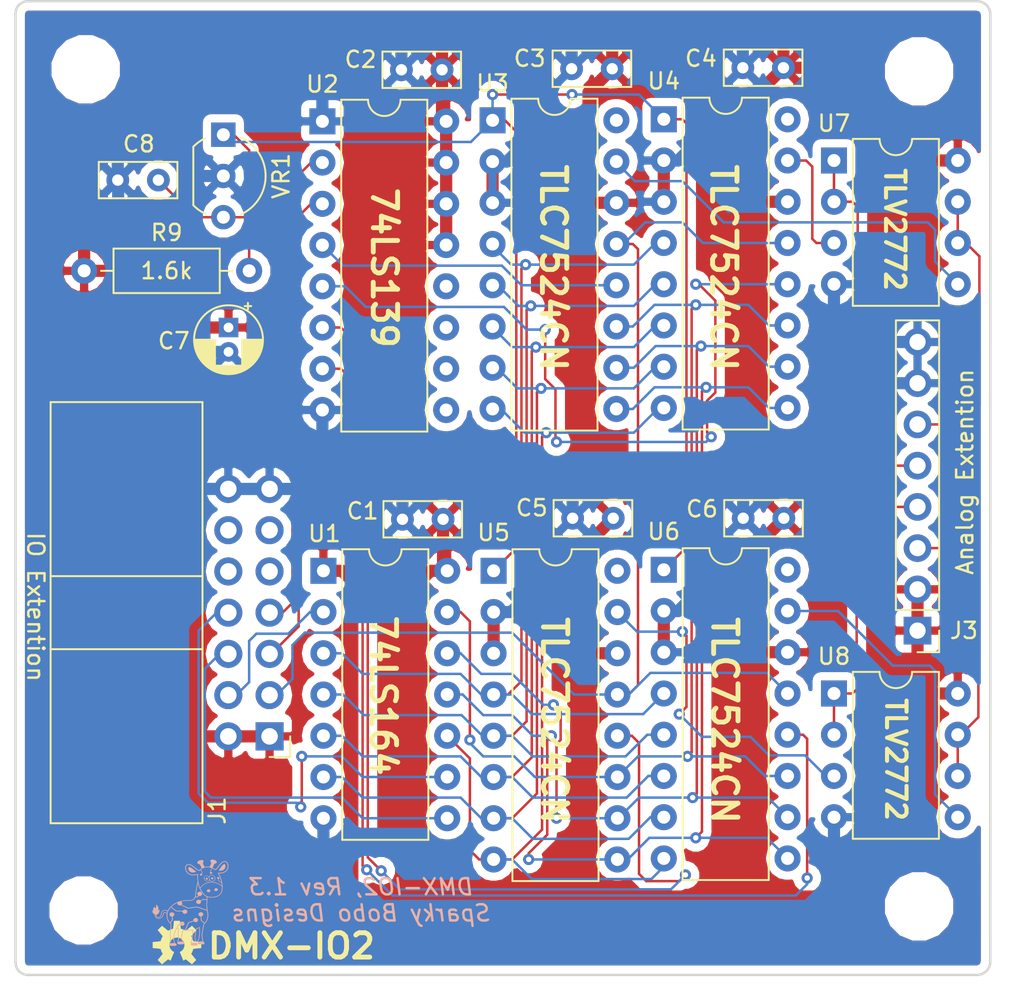
<source format=kicad_pcb>
(kicad_pcb (version 20171130) (host pcbnew "(5.1.12)-1")

  (general
    (thickness 1.6)
    (drawings 21)
    (tracks 517)
    (zones 0)
    (modules 26)
    (nets 42)
  )

  (page A4)
  (title_block
    (title "DMX Demonstrator - Analog IO Core (DMX-IO2)")
    (date 2023-09-17)
    (rev 1.3)
    (company "Sparky Bobo Designs")
    (comment 2 "Designed by: SparkyBobo")
    (comment 3 https://creativecommons.org/licenses/by-sa/4.0/)
    (comment 4 "Released under the Creative Commons Attribution Share-Alike 4.0m License")
  )

  (layers
    (0 F.Cu signal)
    (31 B.Cu signal)
    (32 B.Adhes user hide)
    (33 F.Adhes user hide)
    (34 B.Paste user hide)
    (35 F.Paste user hide)
    (36 B.SilkS user)
    (37 F.SilkS user)
    (38 B.Mask user hide)
    (39 F.Mask user hide)
    (40 Dwgs.User user hide)
    (41 Cmts.User user hide)
    (42 Eco1.User user hide)
    (43 Eco2.User user hide)
    (44 Edge.Cuts user)
    (45 Margin user hide)
    (46 B.CrtYd user)
    (47 F.CrtYd user hide)
    (48 B.Fab user hide)
    (49 F.Fab user)
  )

  (setup
    (last_trace_width 0.1524)
    (trace_clearance 0.1524)
    (zone_clearance 0.508)
    (zone_45_only no)
    (trace_min 0.1524)
    (via_size 0.6858)
    (via_drill 0.3302)
    (via_min_size 0.508)
    (via_min_drill 0.254)
    (uvia_size 0.6858)
    (uvia_drill 0.3302)
    (uvias_allowed no)
    (uvia_min_size 0.2)
    (uvia_min_drill 0.1)
    (edge_width 0.15)
    (segment_width 0.15)
    (pcb_text_width 0.3)
    (pcb_text_size 1.5 1.5)
    (mod_edge_width 0.15)
    (mod_text_size 1 1)
    (mod_text_width 0.15)
    (pad_size 3.2 3.2)
    (pad_drill 3.2)
    (pad_to_mask_clearance 0.2)
    (aux_axis_origin 0 0)
    (visible_elements 7FFFFFFF)
    (pcbplotparams
      (layerselection 0x010fc_ffffffff)
      (usegerberextensions true)
      (usegerberattributes false)
      (usegerberadvancedattributes false)
      (creategerberjobfile false)
      (excludeedgelayer true)
      (linewidth 0.100000)
      (plotframeref false)
      (viasonmask false)
      (mode 1)
      (useauxorigin false)
      (hpglpennumber 1)
      (hpglpenspeed 20)
      (hpglpendiameter 15.000000)
      (psnegative false)
      (psa4output false)
      (plotreference true)
      (plotvalue false)
      (plotinvisibletext false)
      (padsonsilk false)
      (subtractmaskfromsilk true)
      (outputformat 1)
      (mirror false)
      (drillshape 0)
      (scaleselection 1)
      (outputdirectory "grb"))
  )

  (net 0 "")
  (net 1 GND)
  (net 2 +5V)
  (net 3 /A1)
  (net 4 /A0)
  (net 5 /~WR)
  (net 6 /AO1)
  (net 7 /AO0)
  (net 8 /AO3)
  (net 9 /AO2)
  (net 10 "Net-(J1-Pad9)")
  (net 11 "Net-(J1-Pad10)")
  (net 12 "Net-(J1-Pad11)")
  (net 13 "Net-(J1-Pad12)")
  (net 14 /D3)
  (net 15 /D2)
  (net 16 /D1)
  (net 17 /D0)
  (net 18 /D7)
  (net 19 /D6)
  (net 20 /D5)
  (net 21 /D4)
  (net 22 /SR-CLK)
  (net 23 /SR-OUT)
  (net 24 /~SR_CLR)
  (net 25 +2V5)
  (net 26 "Net-(U6-Pad15)")
  (net 27 "Net-(U3-Pad15)")
  (net 28 "Net-(U4-Pad15)")
  (net 29 /~CS3)
  (net 30 "Net-(U6-Pad16)")
  (net 31 /~CS2)
  (net 32 /~CS1)
  (net 33 "Net-(U4-Pad16)")
  (net 34 "Net-(U3-Pad16)")
  (net 35 /~CS0)
  (net 36 "Net-(U2-Pad9)")
  (net 37 "Net-(U2-Pad10)")
  (net 38 "Net-(U2-Pad11)")
  (net 39 "Net-(U2-Pad12)")
  (net 40 "Net-(U5-Pad16)")
  (net 41 "Net-(U5-Pad15)")

  (net_class Default "This is the default net class."
    (clearance 0.1524)
    (trace_width 0.1524)
    (via_dia 0.6858)
    (via_drill 0.3302)
    (uvia_dia 0.6858)
    (uvia_drill 0.3302)
    (diff_pair_width 0.1524)
    (diff_pair_gap 0.1524)
    (add_net +2V5)
    (add_net /A0)
    (add_net /A1)
    (add_net /AO0)
    (add_net /AO1)
    (add_net /AO2)
    (add_net /AO3)
    (add_net /D0)
    (add_net /D1)
    (add_net /D2)
    (add_net /D3)
    (add_net /D4)
    (add_net /D5)
    (add_net /D6)
    (add_net /D7)
    (add_net /SR-CLK)
    (add_net /SR-OUT)
    (add_net /~CS0)
    (add_net /~CS1)
    (add_net /~CS2)
    (add_net /~CS3)
    (add_net /~SR_CLR)
    (add_net /~WR)
    (add_net "Net-(J1-Pad10)")
    (add_net "Net-(J1-Pad11)")
    (add_net "Net-(J1-Pad12)")
    (add_net "Net-(J1-Pad9)")
    (add_net "Net-(U2-Pad10)")
    (add_net "Net-(U2-Pad11)")
    (add_net "Net-(U2-Pad12)")
    (add_net "Net-(U2-Pad9)")
    (add_net "Net-(U3-Pad15)")
    (add_net "Net-(U3-Pad16)")
    (add_net "Net-(U4-Pad15)")
    (add_net "Net-(U4-Pad16)")
    (add_net "Net-(U5-Pad15)")
    (add_net "Net-(U5-Pad16)")
    (add_net "Net-(U6-Pad15)")
    (add_net "Net-(U6-Pad16)")
  )

  (net_class Power ""
    (clearance 0.1524)
    (trace_width 0.75)
    (via_dia 1.27)
    (via_drill 0.635)
    (uvia_dia 1.27)
    (uvia_drill 0.635)
    (diff_pair_width 0.75)
    (diff_pair_gap 0.25)
    (add_net +5V)
    (add_net GND)
  )

  (module Package_TO_SOT_THT:TO-92_Inline_Wide (layer F.Cu) (tedit 5A02FF81) (tstamp 652473F0)
    (at 128.2065 79.1845 270)
    (descr "TO-92 leads in-line, wide, drill 0.75mm (see NXP sot054_po.pdf)")
    (tags "to-92 sc-43 sc-43a sot54 PA33 transistor")
    (path /647F5A12)
    (fp_text reference VR1 (at 2.54 -3.56 270) (layer F.SilkS)
      (effects (font (size 1 1) (thickness 0.15)))
    )
    (fp_text value TL1431 (at 2.54 2.79 270) (layer F.Fab)
      (effects (font (size 1 1) (thickness 0.15)))
    )
    (fp_line (start 6.09 2.01) (end -1.01 2.01) (layer F.CrtYd) (width 0.05))
    (fp_line (start 6.09 2.01) (end 6.09 -2.73) (layer F.CrtYd) (width 0.05))
    (fp_line (start -1.01 -2.73) (end -1.01 2.01) (layer F.CrtYd) (width 0.05))
    (fp_line (start -1.01 -2.73) (end 6.09 -2.73) (layer F.CrtYd) (width 0.05))
    (fp_line (start 0.8 1.75) (end 4.3 1.75) (layer F.Fab) (width 0.1))
    (fp_line (start 0.74 1.85) (end 4.34 1.85) (layer F.SilkS) (width 0.12))
    (fp_text user %R (at 2.54 -3.56 270) (layer F.Fab)
      (effects (font (size 1 1) (thickness 0.15)))
    )
    (fp_arc (start 2.54 0) (end 0.74 1.85) (angle 20) (layer F.SilkS) (width 0.12))
    (fp_arc (start 2.54 0) (end 2.54 -2.6) (angle -65) (layer F.SilkS) (width 0.12))
    (fp_arc (start 2.54 0) (end 2.54 -2.6) (angle 65) (layer F.SilkS) (width 0.12))
    (fp_arc (start 2.54 0) (end 2.54 -2.48) (angle 135) (layer F.Fab) (width 0.1))
    (fp_arc (start 2.54 0) (end 2.54 -2.48) (angle -135) (layer F.Fab) (width 0.1))
    (fp_arc (start 2.54 0) (end 4.34 1.85) (angle -20) (layer F.SilkS) (width 0.12))
    (pad 2 thru_hole circle (at 2.54 0) (size 1.5 1.5) (drill 0.8) (layers *.Cu *.Mask)
      (net 1 GND))
    (pad 3 thru_hole circle (at 5.08 0) (size 1.5 1.5) (drill 0.8) (layers *.Cu *.Mask)
      (net 25 +2V5))
    (pad 1 thru_hole rect (at 0 0) (size 1.5 1.5) (drill 0.8) (layers *.Cu *.Mask)
      (net 25 +2V5))
    (model ${KISYS3DMOD}/Package_TO_SOT_THT.3dshapes/TO-92_Inline_Wide.wrl
      (at (xyz 0 0 0))
      (scale (xyz 1 1 1))
      (rotate (xyz 0 0 0))
    )
  )

  (module Package_DIP:DIP-8_W7.62mm (layer F.Cu) (tedit 5A02E8C5) (tstamp 64994BA5)
    (at 165.7985 80.772)
    (descr "8-lead though-hole mounted DIP package, row spacing 7.62 mm (300 mils)")
    (tags "THT DIP DIL PDIP 2.54mm 7.62mm 300mil")
    (path /6511AB4A)
    (fp_text reference U7 (at 0 -2.286) (layer F.SilkS)
      (effects (font (size 1 1) (thickness 0.15)))
    )
    (fp_text value TLV2772 (at 3.81 9.95) (layer F.Fab)
      (effects (font (size 1 1) (thickness 0.15)))
    )
    (fp_line (start 1.635 -1.27) (end 6.985 -1.27) (layer F.Fab) (width 0.1))
    (fp_line (start 6.985 -1.27) (end 6.985 8.89) (layer F.Fab) (width 0.1))
    (fp_line (start 6.985 8.89) (end 0.635 8.89) (layer F.Fab) (width 0.1))
    (fp_line (start 0.635 8.89) (end 0.635 -0.27) (layer F.Fab) (width 0.1))
    (fp_line (start 0.635 -0.27) (end 1.635 -1.27) (layer F.Fab) (width 0.1))
    (fp_line (start 2.81 -1.33) (end 1.16 -1.33) (layer F.SilkS) (width 0.12))
    (fp_line (start 1.16 -1.33) (end 1.16 8.95) (layer F.SilkS) (width 0.12))
    (fp_line (start 1.16 8.95) (end 6.46 8.95) (layer F.SilkS) (width 0.12))
    (fp_line (start 6.46 8.95) (end 6.46 -1.33) (layer F.SilkS) (width 0.12))
    (fp_line (start 6.46 -1.33) (end 4.81 -1.33) (layer F.SilkS) (width 0.12))
    (fp_line (start -1.1 -1.55) (end -1.1 9.15) (layer F.CrtYd) (width 0.05))
    (fp_line (start -1.1 9.15) (end 8.7 9.15) (layer F.CrtYd) (width 0.05))
    (fp_line (start 8.7 9.15) (end 8.7 -1.55) (layer F.CrtYd) (width 0.05))
    (fp_line (start 8.7 -1.55) (end -1.1 -1.55) (layer F.CrtYd) (width 0.05))
    (fp_text user %R (at 3.81 3.81) (layer F.Fab)
      (effects (font (size 1 1) (thickness 0.15)))
    )
    (fp_arc (start 3.81 -1.33) (end 2.81 -1.33) (angle -180) (layer F.SilkS) (width 0.12))
    (pad 8 thru_hole oval (at 7.62 0) (size 1.6 1.6) (drill 0.8) (layers *.Cu *.Mask)
      (net 2 +5V))
    (pad 4 thru_hole oval (at 0 7.62) (size 1.6 1.6) (drill 0.8) (layers *.Cu *.Mask)
      (net 1 GND))
    (pad 7 thru_hole oval (at 7.62 2.54) (size 1.6 1.6) (drill 0.8) (layers *.Cu *.Mask)
      (net 7 /AO0))
    (pad 3 thru_hole oval (at 0 5.08) (size 1.6 1.6) (drill 0.8) (layers *.Cu *.Mask)
      (net 28 "Net-(U4-Pad15)"))
    (pad 6 thru_hole oval (at 7.62 5.08) (size 1.6 1.6) (drill 0.8) (layers *.Cu *.Mask)
      (net 7 /AO0))
    (pad 2 thru_hole oval (at 0 2.54) (size 1.6 1.6) (drill 0.8) (layers *.Cu *.Mask)
      (net 6 /AO1))
    (pad 5 thru_hole oval (at 7.62 7.62) (size 1.6 1.6) (drill 0.8) (layers *.Cu *.Mask)
      (net 27 "Net-(U3-Pad15)"))
    (pad 1 thru_hole rect (at 0 0) (size 1.6 1.6) (drill 0.8) (layers *.Cu *.Mask)
      (net 6 /AO1))
    (model ${KISYS3DMOD}/Package_DIP.3dshapes/DIP-8_W7.62mm.wrl
      (at (xyz 0 0 0))
      (scale (xyz 1 1 1))
      (rotate (xyz 0 0 0))
    )
  )

  (module Connector_PinHeader_2.54mm:PinHeader_1x08_P2.54mm_Vertical (layer F.Cu) (tedit 59FED5CC) (tstamp 649971E0)
    (at 170.942 109.728 180)
    (descr "Through hole straight pin header, 1x08, 2.54mm pitch, single row")
    (tags "Through hole pin header THT 1x08 2.54mm single row")
    (path /6511B18C)
    (fp_text reference J3 (at -2.8575 0 180) (layer F.SilkS)
      (effects (font (size 1 1) (thickness 0.15)))
    )
    (fp_text value "Analog Extension" (at 0 20.11 180) (layer F.Fab)
      (effects (font (size 1 1) (thickness 0.15)))
    )
    (fp_line (start 1.8 -1.8) (end -1.8 -1.8) (layer F.CrtYd) (width 0.05))
    (fp_line (start 1.8 19.55) (end 1.8 -1.8) (layer F.CrtYd) (width 0.05))
    (fp_line (start -1.8 19.55) (end 1.8 19.55) (layer F.CrtYd) (width 0.05))
    (fp_line (start -1.8 -1.8) (end -1.8 19.55) (layer F.CrtYd) (width 0.05))
    (fp_line (start -1.33 -1.33) (end 0 -1.33) (layer F.SilkS) (width 0.12))
    (fp_line (start -1.33 0) (end -1.33 -1.33) (layer F.SilkS) (width 0.12))
    (fp_line (start -1.33 1.27) (end 1.33 1.27) (layer F.SilkS) (width 0.12))
    (fp_line (start 1.33 1.27) (end 1.33 19.11) (layer F.SilkS) (width 0.12))
    (fp_line (start -1.33 1.27) (end -1.33 19.11) (layer F.SilkS) (width 0.12))
    (fp_line (start -1.33 19.11) (end 1.33 19.11) (layer F.SilkS) (width 0.12))
    (fp_line (start -1.27 -0.635) (end -0.635 -1.27) (layer F.Fab) (width 0.1))
    (fp_line (start -1.27 19.05) (end -1.27 -0.635) (layer F.Fab) (width 0.1))
    (fp_line (start 1.27 19.05) (end -1.27 19.05) (layer F.Fab) (width 0.1))
    (fp_line (start 1.27 -1.27) (end 1.27 19.05) (layer F.Fab) (width 0.1))
    (fp_line (start -0.635 -1.27) (end 1.27 -1.27) (layer F.Fab) (width 0.1))
    (fp_text user %R (at 0 8.89 270) (layer F.Fab)
      (effects (font (size 1 1) (thickness 0.15)))
    )
    (pad 1 thru_hole rect (at 0 0 180) (size 1.7 1.7) (drill 1) (layers *.Cu *.Mask)
      (net 2 +5V))
    (pad 2 thru_hole oval (at 0 2.54 180) (size 1.7 1.7) (drill 1) (layers *.Cu *.Mask)
      (net 2 +5V))
    (pad 3 thru_hole oval (at 0 5.08 180) (size 1.7 1.7) (drill 1) (layers *.Cu *.Mask)
      (net 8 /AO3))
    (pad 4 thru_hole oval (at 0 7.62 180) (size 1.7 1.7) (drill 1) (layers *.Cu *.Mask)
      (net 9 /AO2))
    (pad 5 thru_hole oval (at 0 10.16 180) (size 1.7 1.7) (drill 1) (layers *.Cu *.Mask)
      (net 6 /AO1))
    (pad 6 thru_hole oval (at 0 12.7 180) (size 1.7 1.7) (drill 1) (layers *.Cu *.Mask)
      (net 7 /AO0))
    (pad 7 thru_hole oval (at 0 15.24 180) (size 1.7 1.7) (drill 1) (layers *.Cu *.Mask)
      (net 1 GND))
    (pad 8 thru_hole oval (at 0 17.78 180) (size 1.7 1.7) (drill 1) (layers *.Cu *.Mask)
      (net 1 GND))
    (model ${KISYS3DMOD}/Connector_PinHeader_2.54mm.3dshapes/PinHeader_1x08_P2.54mm_Vertical.wrl
      (at (xyz 0 0 0))
      (scale (xyz 1 1 1))
      (rotate (xyz 0 0 0))
    )
  )

  (module Package_DIP:DIP-8_W7.62mm (layer F.Cu) (tedit 5A02E8C5) (tstamp 64994B89)
    (at 165.7985 113.6015)
    (descr "8-lead though-hole mounted DIP package, row spacing 7.62 mm (300 mils)")
    (tags "THT DIP DIL PDIP 2.54mm 7.62mm 300mil")
    (path /6511AC32)
    (fp_text reference U8 (at 0 -2.286) (layer F.SilkS)
      (effects (font (size 1 1) (thickness 0.15)))
    )
    (fp_text value TLV2772 (at 3.81 9.95) (layer F.Fab)
      (effects (font (size 1 1) (thickness 0.15)))
    )
    (fp_line (start 8.7 -1.55) (end -1.1 -1.55) (layer F.CrtYd) (width 0.05))
    (fp_line (start 8.7 9.15) (end 8.7 -1.55) (layer F.CrtYd) (width 0.05))
    (fp_line (start -1.1 9.15) (end 8.7 9.15) (layer F.CrtYd) (width 0.05))
    (fp_line (start -1.1 -1.55) (end -1.1 9.15) (layer F.CrtYd) (width 0.05))
    (fp_line (start 6.46 -1.33) (end 4.81 -1.33) (layer F.SilkS) (width 0.12))
    (fp_line (start 6.46 8.95) (end 6.46 -1.33) (layer F.SilkS) (width 0.12))
    (fp_line (start 1.16 8.95) (end 6.46 8.95) (layer F.SilkS) (width 0.12))
    (fp_line (start 1.16 -1.33) (end 1.16 8.95) (layer F.SilkS) (width 0.12))
    (fp_line (start 2.81 -1.33) (end 1.16 -1.33) (layer F.SilkS) (width 0.12))
    (fp_line (start 0.635 -0.27) (end 1.635 -1.27) (layer F.Fab) (width 0.1))
    (fp_line (start 0.635 8.89) (end 0.635 -0.27) (layer F.Fab) (width 0.1))
    (fp_line (start 6.985 8.89) (end 0.635 8.89) (layer F.Fab) (width 0.1))
    (fp_line (start 6.985 -1.27) (end 6.985 8.89) (layer F.Fab) (width 0.1))
    (fp_line (start 1.635 -1.27) (end 6.985 -1.27) (layer F.Fab) (width 0.1))
    (fp_arc (start 3.81 -1.33) (end 2.81 -1.33) (angle -180) (layer F.SilkS) (width 0.12))
    (fp_text user %R (at 3.81 3.81) (layer F.Fab)
      (effects (font (size 1 1) (thickness 0.15)))
    )
    (pad 1 thru_hole rect (at 0 0) (size 1.6 1.6) (drill 0.8) (layers *.Cu *.Mask)
      (net 9 /AO2))
    (pad 5 thru_hole oval (at 7.62 7.62) (size 1.6 1.6) (drill 0.8) (layers *.Cu *.Mask)
      (net 26 "Net-(U6-Pad15)"))
    (pad 2 thru_hole oval (at 0 2.54) (size 1.6 1.6) (drill 0.8) (layers *.Cu *.Mask)
      (net 9 /AO2))
    (pad 6 thru_hole oval (at 7.62 5.08) (size 1.6 1.6) (drill 0.8) (layers *.Cu *.Mask)
      (net 8 /AO3))
    (pad 3 thru_hole oval (at 0 5.08) (size 1.6 1.6) (drill 0.8) (layers *.Cu *.Mask)
      (net 41 "Net-(U5-Pad15)"))
    (pad 7 thru_hole oval (at 7.62 2.54) (size 1.6 1.6) (drill 0.8) (layers *.Cu *.Mask)
      (net 8 /AO3))
    (pad 4 thru_hole oval (at 0 7.62) (size 1.6 1.6) (drill 0.8) (layers *.Cu *.Mask)
      (net 1 GND))
    (pad 8 thru_hole oval (at 7.62 0) (size 1.6 1.6) (drill 0.8) (layers *.Cu *.Mask)
      (net 2 +5V))
    (model ${KISYS3DMOD}/Package_DIP.3dshapes/DIP-8_W7.62mm.wrl
      (at (xyz 0 0 0))
      (scale (xyz 1 1 1))
      (rotate (xyz 0 0 0))
    )
  )

  (module Capacitor_THT:CP_Radial_D4.0mm_P1.50mm (layer F.Cu) (tedit 5AE50EF0) (tstamp 6498F558)
    (at 128.524 91.059 270)
    (descr "CP, Radial series, Radial, pin pitch=1.50mm, , diameter=4mm, Electrolytic Capacitor")
    (tags "CP Radial series Radial pin pitch 1.50mm  diameter 4mm Electrolytic Capacitor")
    (path /64CB0FCF)
    (fp_text reference C7 (at 0.8255 3.3655) (layer F.SilkS)
      (effects (font (size 1 1) (thickness 0.15)))
    )
    (fp_text value 10uF (at 0.75 3.25 270) (layer F.Fab)
      (effects (font (size 1 1) (thickness 0.15)))
    )
    (fp_line (start -1.319801 -1.395) (end -1.319801 -0.995) (layer F.SilkS) (width 0.12))
    (fp_line (start -1.519801 -1.195) (end -1.119801 -1.195) (layer F.SilkS) (width 0.12))
    (fp_line (start 2.831 -0.37) (end 2.831 0.37) (layer F.SilkS) (width 0.12))
    (fp_line (start 2.791 -0.537) (end 2.791 0.537) (layer F.SilkS) (width 0.12))
    (fp_line (start 2.751 -0.664) (end 2.751 0.664) (layer F.SilkS) (width 0.12))
    (fp_line (start 2.711 -0.768) (end 2.711 0.768) (layer F.SilkS) (width 0.12))
    (fp_line (start 2.671 -0.859) (end 2.671 0.859) (layer F.SilkS) (width 0.12))
    (fp_line (start 2.631 -0.94) (end 2.631 0.94) (layer F.SilkS) (width 0.12))
    (fp_line (start 2.591 -1.013) (end 2.591 1.013) (layer F.SilkS) (width 0.12))
    (fp_line (start 2.551 -1.08) (end 2.551 1.08) (layer F.SilkS) (width 0.12))
    (fp_line (start 2.511 -1.142) (end 2.511 1.142) (layer F.SilkS) (width 0.12))
    (fp_line (start 2.471 -1.2) (end 2.471 1.2) (layer F.SilkS) (width 0.12))
    (fp_line (start 2.431 -1.254) (end 2.431 1.254) (layer F.SilkS) (width 0.12))
    (fp_line (start 2.391 -1.304) (end 2.391 1.304) (layer F.SilkS) (width 0.12))
    (fp_line (start 2.351 -1.351) (end 2.351 1.351) (layer F.SilkS) (width 0.12))
    (fp_line (start 2.311 0.84) (end 2.311 1.396) (layer F.SilkS) (width 0.12))
    (fp_line (start 2.311 -1.396) (end 2.311 -0.84) (layer F.SilkS) (width 0.12))
    (fp_line (start 2.271 0.84) (end 2.271 1.438) (layer F.SilkS) (width 0.12))
    (fp_line (start 2.271 -1.438) (end 2.271 -0.84) (layer F.SilkS) (width 0.12))
    (fp_line (start 2.231 0.84) (end 2.231 1.478) (layer F.SilkS) (width 0.12))
    (fp_line (start 2.231 -1.478) (end 2.231 -0.84) (layer F.SilkS) (width 0.12))
    (fp_line (start 2.191 0.84) (end 2.191 1.516) (layer F.SilkS) (width 0.12))
    (fp_line (start 2.191 -1.516) (end 2.191 -0.84) (layer F.SilkS) (width 0.12))
    (fp_line (start 2.151 0.84) (end 2.151 1.552) (layer F.SilkS) (width 0.12))
    (fp_line (start 2.151 -1.552) (end 2.151 -0.84) (layer F.SilkS) (width 0.12))
    (fp_line (start 2.111 0.84) (end 2.111 1.587) (layer F.SilkS) (width 0.12))
    (fp_line (start 2.111 -1.587) (end 2.111 -0.84) (layer F.SilkS) (width 0.12))
    (fp_line (start 2.071 0.84) (end 2.071 1.619) (layer F.SilkS) (width 0.12))
    (fp_line (start 2.071 -1.619) (end 2.071 -0.84) (layer F.SilkS) (width 0.12))
    (fp_line (start 2.031 0.84) (end 2.031 1.65) (layer F.SilkS) (width 0.12))
    (fp_line (start 2.031 -1.65) (end 2.031 -0.84) (layer F.SilkS) (width 0.12))
    (fp_line (start 1.991 0.84) (end 1.991 1.68) (layer F.SilkS) (width 0.12))
    (fp_line (start 1.991 -1.68) (end 1.991 -0.84) (layer F.SilkS) (width 0.12))
    (fp_line (start 1.951 0.84) (end 1.951 1.708) (layer F.SilkS) (width 0.12))
    (fp_line (start 1.951 -1.708) (end 1.951 -0.84) (layer F.SilkS) (width 0.12))
    (fp_line (start 1.911 0.84) (end 1.911 1.735) (layer F.SilkS) (width 0.12))
    (fp_line (start 1.911 -1.735) (end 1.911 -0.84) (layer F.SilkS) (width 0.12))
    (fp_line (start 1.871 0.84) (end 1.871 1.76) (layer F.SilkS) (width 0.12))
    (fp_line (start 1.871 -1.76) (end 1.871 -0.84) (layer F.SilkS) (width 0.12))
    (fp_line (start 1.831 0.84) (end 1.831 1.785) (layer F.SilkS) (width 0.12))
    (fp_line (start 1.831 -1.785) (end 1.831 -0.84) (layer F.SilkS) (width 0.12))
    (fp_line (start 1.791 0.84) (end 1.791 1.808) (layer F.SilkS) (width 0.12))
    (fp_line (start 1.791 -1.808) (end 1.791 -0.84) (layer F.SilkS) (width 0.12))
    (fp_line (start 1.751 0.84) (end 1.751 1.83) (layer F.SilkS) (width 0.12))
    (fp_line (start 1.751 -1.83) (end 1.751 -0.84) (layer F.SilkS) (width 0.12))
    (fp_line (start 1.711 0.84) (end 1.711 1.851) (layer F.SilkS) (width 0.12))
    (fp_line (start 1.711 -1.851) (end 1.711 -0.84) (layer F.SilkS) (width 0.12))
    (fp_line (start 1.671 0.84) (end 1.671 1.87) (layer F.SilkS) (width 0.12))
    (fp_line (start 1.671 -1.87) (end 1.671 -0.84) (layer F.SilkS) (width 0.12))
    (fp_line (start 1.631 0.84) (end 1.631 1.889) (layer F.SilkS) (width 0.12))
    (fp_line (start 1.631 -1.889) (end 1.631 -0.84) (layer F.SilkS) (width 0.12))
    (fp_line (start 1.591 0.84) (end 1.591 1.907) (layer F.SilkS) (width 0.12))
    (fp_line (start 1.591 -1.907) (end 1.591 -0.84) (layer F.SilkS) (width 0.12))
    (fp_line (start 1.551 0.84) (end 1.551 1.924) (layer F.SilkS) (width 0.12))
    (fp_line (start 1.551 -1.924) (end 1.551 -0.84) (layer F.SilkS) (width 0.12))
    (fp_line (start 1.511 0.84) (end 1.511 1.94) (layer F.SilkS) (width 0.12))
    (fp_line (start 1.511 -1.94) (end 1.511 -0.84) (layer F.SilkS) (width 0.12))
    (fp_line (start 1.471 0.84) (end 1.471 1.954) (layer F.SilkS) (width 0.12))
    (fp_line (start 1.471 -1.954) (end 1.471 -0.84) (layer F.SilkS) (width 0.12))
    (fp_line (start 1.43 0.84) (end 1.43 1.968) (layer F.SilkS) (width 0.12))
    (fp_line (start 1.43 -1.968) (end 1.43 -0.84) (layer F.SilkS) (width 0.12))
    (fp_line (start 1.39 0.84) (end 1.39 1.982) (layer F.SilkS) (width 0.12))
    (fp_line (start 1.39 -1.982) (end 1.39 -0.84) (layer F.SilkS) (width 0.12))
    (fp_line (start 1.35 0.84) (end 1.35 1.994) (layer F.SilkS) (width 0.12))
    (fp_line (start 1.35 -1.994) (end 1.35 -0.84) (layer F.SilkS) (width 0.12))
    (fp_line (start 1.31 0.84) (end 1.31 2.005) (layer F.SilkS) (width 0.12))
    (fp_line (start 1.31 -2.005) (end 1.31 -0.84) (layer F.SilkS) (width 0.12))
    (fp_line (start 1.27 0.84) (end 1.27 2.016) (layer F.SilkS) (width 0.12))
    (fp_line (start 1.27 -2.016) (end 1.27 -0.84) (layer F.SilkS) (width 0.12))
    (fp_line (start 1.23 0.84) (end 1.23 2.025) (layer F.SilkS) (width 0.12))
    (fp_line (start 1.23 -2.025) (end 1.23 -0.84) (layer F.SilkS) (width 0.12))
    (fp_line (start 1.19 0.84) (end 1.19 2.034) (layer F.SilkS) (width 0.12))
    (fp_line (start 1.19 -2.034) (end 1.19 -0.84) (layer F.SilkS) (width 0.12))
    (fp_line (start 1.15 0.84) (end 1.15 2.042) (layer F.SilkS) (width 0.12))
    (fp_line (start 1.15 -2.042) (end 1.15 -0.84) (layer F.SilkS) (width 0.12))
    (fp_line (start 1.11 0.84) (end 1.11 2.05) (layer F.SilkS) (width 0.12))
    (fp_line (start 1.11 -2.05) (end 1.11 -0.84) (layer F.SilkS) (width 0.12))
    (fp_line (start 1.07 0.84) (end 1.07 2.056) (layer F.SilkS) (width 0.12))
    (fp_line (start 1.07 -2.056) (end 1.07 -0.84) (layer F.SilkS) (width 0.12))
    (fp_line (start 1.03 0.84) (end 1.03 2.062) (layer F.SilkS) (width 0.12))
    (fp_line (start 1.03 -2.062) (end 1.03 -0.84) (layer F.SilkS) (width 0.12))
    (fp_line (start 0.99 0.84) (end 0.99 2.067) (layer F.SilkS) (width 0.12))
    (fp_line (start 0.99 -2.067) (end 0.99 -0.84) (layer F.SilkS) (width 0.12))
    (fp_line (start 0.95 0.84) (end 0.95 2.071) (layer F.SilkS) (width 0.12))
    (fp_line (start 0.95 -2.071) (end 0.95 -0.84) (layer F.SilkS) (width 0.12))
    (fp_line (start 0.91 0.84) (end 0.91 2.074) (layer F.SilkS) (width 0.12))
    (fp_line (start 0.91 -2.074) (end 0.91 -0.84) (layer F.SilkS) (width 0.12))
    (fp_line (start 0.87 0.84) (end 0.87 2.077) (layer F.SilkS) (width 0.12))
    (fp_line (start 0.87 -2.077) (end 0.87 -0.84) (layer F.SilkS) (width 0.12))
    (fp_line (start 0.83 -2.079) (end 0.83 -0.84) (layer F.SilkS) (width 0.12))
    (fp_line (start 0.83 0.84) (end 0.83 2.079) (layer F.SilkS) (width 0.12))
    (fp_line (start 0.79 -2.08) (end 0.79 -0.84) (layer F.SilkS) (width 0.12))
    (fp_line (start 0.79 0.84) (end 0.79 2.08) (layer F.SilkS) (width 0.12))
    (fp_line (start 0.75 -2.08) (end 0.75 -0.84) (layer F.SilkS) (width 0.12))
    (fp_line (start 0.75 0.84) (end 0.75 2.08) (layer F.SilkS) (width 0.12))
    (fp_line (start -0.752554 -1.0675) (end -0.752554 -0.6675) (layer F.Fab) (width 0.1))
    (fp_line (start -0.952554 -0.8675) (end -0.552554 -0.8675) (layer F.Fab) (width 0.1))
    (fp_circle (center 0.75 0) (end 3 0) (layer F.CrtYd) (width 0.05))
    (fp_circle (center 0.75 0) (end 2.87 0) (layer F.SilkS) (width 0.12))
    (fp_circle (center 0.75 0) (end 2.75 0) (layer F.Fab) (width 0.1))
    (fp_text user %R (at 0.75 0 270) (layer F.Fab)
      (effects (font (size 0.8 0.8) (thickness 0.12)))
    )
    (pad 1 thru_hole rect (at 0 0 270) (size 1.2 1.2) (drill 0.6) (layers *.Cu *.Mask)
      (net 2 +5V))
    (pad 2 thru_hole circle (at 1.5 0 270) (size 1.2 1.2) (drill 0.6) (layers *.Cu *.Mask)
      (net 1 GND))
    (model ${KISYS3DMOD}/Capacitor_THT.3dshapes/CP_Radial_D4.0mm_P1.50mm.wrl
      (at (xyz 0 0 0))
      (scale (xyz 1 1 1))
      (rotate (xyz 0 0 0))
    )
  )

  (module Package_DIP:DIP-16_W7.62mm (layer F.Cu) (tedit 5A02E8C5) (tstamp 64990AA0)
    (at 144.8435 106.045)
    (descr "16-lead though-hole mounted DIP package, row spacing 7.62 mm (300 mils)")
    (tags "THT DIP DIL PDIP 2.54mm 7.62mm 300mil")
    (path /6495FADC)
    (fp_text reference U5 (at 0 -2.3495) (layer F.SilkS)
      (effects (font (size 1 1) (thickness 0.15)))
    )
    (fp_text value TLC7524CN (at 3.81 20.11) (layer F.Fab)
      (effects (font (size 1 1) (thickness 0.15)))
    )
    (fp_line (start 8.7 -1.55) (end -1.1 -1.55) (layer F.CrtYd) (width 0.05))
    (fp_line (start 8.7 19.3) (end 8.7 -1.55) (layer F.CrtYd) (width 0.05))
    (fp_line (start -1.1 19.3) (end 8.7 19.3) (layer F.CrtYd) (width 0.05))
    (fp_line (start -1.1 -1.55) (end -1.1 19.3) (layer F.CrtYd) (width 0.05))
    (fp_line (start 6.46 -1.33) (end 4.81 -1.33) (layer F.SilkS) (width 0.12))
    (fp_line (start 6.46 19.11) (end 6.46 -1.33) (layer F.SilkS) (width 0.12))
    (fp_line (start 1.16 19.11) (end 6.46 19.11) (layer F.SilkS) (width 0.12))
    (fp_line (start 1.16 -1.33) (end 1.16 19.11) (layer F.SilkS) (width 0.12))
    (fp_line (start 2.81 -1.33) (end 1.16 -1.33) (layer F.SilkS) (width 0.12))
    (fp_line (start 0.635 -0.27) (end 1.635 -1.27) (layer F.Fab) (width 0.1))
    (fp_line (start 0.635 19.05) (end 0.635 -0.27) (layer F.Fab) (width 0.1))
    (fp_line (start 6.985 19.05) (end 0.635 19.05) (layer F.Fab) (width 0.1))
    (fp_line (start 6.985 -1.27) (end 6.985 19.05) (layer F.Fab) (width 0.1))
    (fp_line (start 1.635 -1.27) (end 6.985 -1.27) (layer F.Fab) (width 0.1))
    (fp_arc (start 3.81 -1.33) (end 2.81 -1.33) (angle -180) (layer F.SilkS) (width 0.12))
    (fp_text user %R (at 3.81 8.89) (layer F.Fab)
      (effects (font (size 1 1) (thickness 0.15)))
    )
    (pad 1 thru_hole rect (at 0 0) (size 1.6 1.6) (drill 0.8) (layers *.Cu *.Mask)
      (net 25 +2V5))
    (pad 9 thru_hole oval (at 7.62 17.78) (size 1.6 1.6) (drill 0.8) (layers *.Cu *.Mask)
      (net 15 /D2))
    (pad 2 thru_hole oval (at 0 2.54) (size 1.6 1.6) (drill 0.8) (layers *.Cu *.Mask)
      (net 1 GND))
    (pad 10 thru_hole oval (at 7.62 15.24) (size 1.6 1.6) (drill 0.8) (layers *.Cu *.Mask)
      (net 16 /D1))
    (pad 3 thru_hole oval (at 0 5.08) (size 1.6 1.6) (drill 0.8) (layers *.Cu *.Mask)
      (net 1 GND))
    (pad 11 thru_hole oval (at 7.62 12.7) (size 1.6 1.6) (drill 0.8) (layers *.Cu *.Mask)
      (net 17 /D0))
    (pad 4 thru_hole oval (at 0 7.62) (size 1.6 1.6) (drill 0.8) (layers *.Cu *.Mask)
      (net 18 /D7))
    (pad 12 thru_hole oval (at 7.62 10.16) (size 1.6 1.6) (drill 0.8) (layers *.Cu *.Mask)
      (net 31 /~CS2))
    (pad 5 thru_hole oval (at 0 10.16) (size 1.6 1.6) (drill 0.8) (layers *.Cu *.Mask)
      (net 19 /D6))
    (pad 13 thru_hole oval (at 7.62 7.62) (size 1.6 1.6) (drill 0.8) (layers *.Cu *.Mask)
      (net 5 /~WR))
    (pad 6 thru_hole oval (at 0 12.7) (size 1.6 1.6) (drill 0.8) (layers *.Cu *.Mask)
      (net 20 /D5))
    (pad 14 thru_hole oval (at 7.62 5.08) (size 1.6 1.6) (drill 0.8) (layers *.Cu *.Mask)
      (net 2 +5V))
    (pad 7 thru_hole oval (at 0 15.24) (size 1.6 1.6) (drill 0.8) (layers *.Cu *.Mask)
      (net 21 /D4))
    (pad 15 thru_hole oval (at 7.62 2.54) (size 1.6 1.6) (drill 0.8) (layers *.Cu *.Mask)
      (net 41 "Net-(U5-Pad15)"))
    (pad 8 thru_hole oval (at 0 17.78) (size 1.6 1.6) (drill 0.8) (layers *.Cu *.Mask)
      (net 14 /D3))
    (pad 16 thru_hole oval (at 7.62 0) (size 1.6 1.6) (drill 0.8) (layers *.Cu *.Mask)
      (net 40 "Net-(U5-Pad16)"))
    (model ${KISYS3DMOD}/Package_DIP.3dshapes/DIP-16_W7.62mm.wrl
      (at (xyz 0 0 0))
      (scale (xyz 1 1 1))
      (rotate (xyz 0 0 0))
    )
  )

  (module Capacitor_THT:C_Rect_L4.6mm_W2.0mm_P2.50mm_MKS02_FKP02 (layer F.Cu) (tedit 5AE50EF0) (tstamp 64991F06)
    (at 124.206 81.9785 180)
    (descr "C, Rect series, Radial, pin pitch=2.50mm, , length*width=4.6*2mm^2, Capacitor, http://www.wima.de/DE/WIMA_MKS_02.pdf")
    (tags "C Rect series Radial pin pitch 2.50mm  length 4.6mm width 2mm Capacitor")
    (path /64E35C48)
    (fp_text reference C8 (at 1.2065 2.2225 180) (layer F.SilkS)
      (effects (font (size 1 1) (thickness 0.15)))
    )
    (fp_text value 0.1uF (at 1.25 2.25 180) (layer F.Fab)
      (effects (font (size 1 1) (thickness 0.15)))
    )
    (fp_line (start 3.8 -1.25) (end -1.3 -1.25) (layer F.CrtYd) (width 0.05))
    (fp_line (start 3.8 1.25) (end 3.8 -1.25) (layer F.CrtYd) (width 0.05))
    (fp_line (start -1.3 1.25) (end 3.8 1.25) (layer F.CrtYd) (width 0.05))
    (fp_line (start -1.3 -1.25) (end -1.3 1.25) (layer F.CrtYd) (width 0.05))
    (fp_line (start 3.67 -1.12) (end 3.67 1.12) (layer F.SilkS) (width 0.12))
    (fp_line (start -1.17 -1.12) (end -1.17 1.12) (layer F.SilkS) (width 0.12))
    (fp_line (start -1.17 1.12) (end 3.67 1.12) (layer F.SilkS) (width 0.12))
    (fp_line (start -1.17 -1.12) (end 3.67 -1.12) (layer F.SilkS) (width 0.12))
    (fp_line (start 3.55 -1) (end -1.05 -1) (layer F.Fab) (width 0.1))
    (fp_line (start 3.55 1) (end 3.55 -1) (layer F.Fab) (width 0.1))
    (fp_line (start -1.05 1) (end 3.55 1) (layer F.Fab) (width 0.1))
    (fp_line (start -1.05 -1) (end -1.05 1) (layer F.Fab) (width 0.1))
    (fp_text user %R (at 1.25 0 180) (layer F.Fab)
      (effects (font (size 0.92 0.92) (thickness 0.138)))
    )
    (pad 1 thru_hole circle (at 0 0 180) (size 1.4 1.4) (drill 0.7) (layers *.Cu *.Mask)
      (net 25 +2V5))
    (pad 2 thru_hole circle (at 2.5 0 180) (size 1.4 1.4) (drill 0.7) (layers *.Cu *.Mask)
      (net 1 GND))
    (model ${KISYS3DMOD}/Capacitor_THT.3dshapes/C_Rect_L4.6mm_W2.0mm_P2.50mm_MKS02_FKP02.wrl
      (at (xyz 0 0 0))
      (scale (xyz 1 1 1))
      (rotate (xyz 0 0 0))
    )
  )

  (module Capacitor_THT:C_Rect_L4.6mm_W2.0mm_P2.50mm_MKS02_FKP02 (layer F.Cu) (tedit 5AE50EF0) (tstamp 64990BA9)
    (at 152.2095 102.8065 180)
    (descr "C, Rect series, Radial, pin pitch=2.50mm, , length*width=4.6*2mm^2, Capacitor, http://www.wima.de/DE/WIMA_MKS_02.pdf")
    (tags "C Rect series Radial pin pitch 2.50mm  length 4.6mm width 2mm Capacitor")
    (path /64E35B6E)
    (fp_text reference C5 (at 5.0165 0.635 180) (layer F.SilkS)
      (effects (font (size 1 1) (thickness 0.15)))
    )
    (fp_text value 0.1uF (at 1.25 2.25 180) (layer F.Fab)
      (effects (font (size 1 1) (thickness 0.15)))
    )
    (fp_line (start 3.8 -1.25) (end -1.3 -1.25) (layer F.CrtYd) (width 0.05))
    (fp_line (start 3.8 1.25) (end 3.8 -1.25) (layer F.CrtYd) (width 0.05))
    (fp_line (start -1.3 1.25) (end 3.8 1.25) (layer F.CrtYd) (width 0.05))
    (fp_line (start -1.3 -1.25) (end -1.3 1.25) (layer F.CrtYd) (width 0.05))
    (fp_line (start 3.67 -1.12) (end 3.67 1.12) (layer F.SilkS) (width 0.12))
    (fp_line (start -1.17 -1.12) (end -1.17 1.12) (layer F.SilkS) (width 0.12))
    (fp_line (start -1.17 1.12) (end 3.67 1.12) (layer F.SilkS) (width 0.12))
    (fp_line (start -1.17 -1.12) (end 3.67 -1.12) (layer F.SilkS) (width 0.12))
    (fp_line (start 3.55 -1) (end -1.05 -1) (layer F.Fab) (width 0.1))
    (fp_line (start 3.55 1) (end 3.55 -1) (layer F.Fab) (width 0.1))
    (fp_line (start -1.05 1) (end 3.55 1) (layer F.Fab) (width 0.1))
    (fp_line (start -1.05 -1) (end -1.05 1) (layer F.Fab) (width 0.1))
    (fp_text user %R (at 1.25 0 180) (layer F.Fab)
      (effects (font (size 0.92 0.92) (thickness 0.138)))
    )
    (pad 1 thru_hole circle (at 0 0 180) (size 1.4 1.4) (drill 0.7) (layers *.Cu *.Mask)
      (net 2 +5V))
    (pad 2 thru_hole circle (at 2.5 0 180) (size 1.4 1.4) (drill 0.7) (layers *.Cu *.Mask)
      (net 1 GND))
    (model ${KISYS3DMOD}/Capacitor_THT.3dshapes/C_Rect_L4.6mm_W2.0mm_P2.50mm_MKS02_FKP02.wrl
      (at (xyz 0 0 0))
      (scale (xyz 1 1 1))
      (rotate (xyz 0 0 0))
    )
  )

  (module Capacitor_THT:C_Rect_L4.6mm_W2.0mm_P2.50mm_MKS02_FKP02 (layer F.Cu) (tedit 5AE50EF0) (tstamp 64995492)
    (at 162.687 75.057 180)
    (descr "C, Rect series, Radial, pin pitch=2.50mm, , length*width=4.6*2mm^2, Capacitor, http://www.wima.de/DE/WIMA_MKS_02.pdf")
    (tags "C Rect series Radial pin pitch 2.50mm  length 4.6mm width 2mm Capacitor")
    (path /64E35B08)
    (fp_text reference C4 (at 5.08 0.5715 180) (layer F.SilkS)
      (effects (font (size 1 1) (thickness 0.15)))
    )
    (fp_text value 0.1uF (at 1.25 2.25 180) (layer F.Fab)
      (effects (font (size 1 1) (thickness 0.15)))
    )
    (fp_line (start -1.05 -1) (end -1.05 1) (layer F.Fab) (width 0.1))
    (fp_line (start -1.05 1) (end 3.55 1) (layer F.Fab) (width 0.1))
    (fp_line (start 3.55 1) (end 3.55 -1) (layer F.Fab) (width 0.1))
    (fp_line (start 3.55 -1) (end -1.05 -1) (layer F.Fab) (width 0.1))
    (fp_line (start -1.17 -1.12) (end 3.67 -1.12) (layer F.SilkS) (width 0.12))
    (fp_line (start -1.17 1.12) (end 3.67 1.12) (layer F.SilkS) (width 0.12))
    (fp_line (start -1.17 -1.12) (end -1.17 1.12) (layer F.SilkS) (width 0.12))
    (fp_line (start 3.67 -1.12) (end 3.67 1.12) (layer F.SilkS) (width 0.12))
    (fp_line (start -1.3 -1.25) (end -1.3 1.25) (layer F.CrtYd) (width 0.05))
    (fp_line (start -1.3 1.25) (end 3.8 1.25) (layer F.CrtYd) (width 0.05))
    (fp_line (start 3.8 1.25) (end 3.8 -1.25) (layer F.CrtYd) (width 0.05))
    (fp_line (start 3.8 -1.25) (end -1.3 -1.25) (layer F.CrtYd) (width 0.05))
    (fp_text user %R (at 1.25 0 180) (layer F.Fab)
      (effects (font (size 0.92 0.92) (thickness 0.138)))
    )
    (pad 2 thru_hole circle (at 2.5 0 180) (size 1.4 1.4) (drill 0.7) (layers *.Cu *.Mask)
      (net 1 GND))
    (pad 1 thru_hole circle (at 0 0 180) (size 1.4 1.4) (drill 0.7) (layers *.Cu *.Mask)
      (net 2 +5V))
    (model ${KISYS3DMOD}/Capacitor_THT.3dshapes/C_Rect_L4.6mm_W2.0mm_P2.50mm_MKS02_FKP02.wrl
      (at (xyz 0 0 0))
      (scale (xyz 1 1 1))
      (rotate (xyz 0 0 0))
    )
  )

  (module Package_DIP:DIP-16_W7.62mm (layer F.Cu) (tedit 5A02E8C5) (tstamp 6499543A)
    (at 134.3025 78.359)
    (descr "16-lead though-hole mounted DIP package, row spacing 7.62 mm (300 mils)")
    (tags "THT DIP DIL PDIP 2.54mm 7.62mm 300mil")
    (path /64A20E7C)
    (fp_text reference U2 (at 0 -2.286) (layer F.SilkS)
      (effects (font (size 1 1) (thickness 0.15)))
    )
    (fp_text value 74LS139 (at 3.81 20.11) (layer F.Fab)
      (effects (font (size 1 1) (thickness 0.15)))
    )
    (fp_line (start 8.7 -1.55) (end -1.1 -1.55) (layer F.CrtYd) (width 0.05))
    (fp_line (start 8.7 19.3) (end 8.7 -1.55) (layer F.CrtYd) (width 0.05))
    (fp_line (start -1.1 19.3) (end 8.7 19.3) (layer F.CrtYd) (width 0.05))
    (fp_line (start -1.1 -1.55) (end -1.1 19.3) (layer F.CrtYd) (width 0.05))
    (fp_line (start 6.46 -1.33) (end 4.81 -1.33) (layer F.SilkS) (width 0.12))
    (fp_line (start 6.46 19.11) (end 6.46 -1.33) (layer F.SilkS) (width 0.12))
    (fp_line (start 1.16 19.11) (end 6.46 19.11) (layer F.SilkS) (width 0.12))
    (fp_line (start 1.16 -1.33) (end 1.16 19.11) (layer F.SilkS) (width 0.12))
    (fp_line (start 2.81 -1.33) (end 1.16 -1.33) (layer F.SilkS) (width 0.12))
    (fp_line (start 0.635 -0.27) (end 1.635 -1.27) (layer F.Fab) (width 0.1))
    (fp_line (start 0.635 19.05) (end 0.635 -0.27) (layer F.Fab) (width 0.1))
    (fp_line (start 6.985 19.05) (end 0.635 19.05) (layer F.Fab) (width 0.1))
    (fp_line (start 6.985 -1.27) (end 6.985 19.05) (layer F.Fab) (width 0.1))
    (fp_line (start 1.635 -1.27) (end 6.985 -1.27) (layer F.Fab) (width 0.1))
    (fp_arc (start 3.81 -1.33) (end 2.81 -1.33) (angle -180) (layer F.SilkS) (width 0.12))
    (fp_text user %R (at 3.81 8.89) (layer F.Fab)
      (effects (font (size 1 1) (thickness 0.15)))
    )
    (pad 1 thru_hole rect (at 0 0) (size 1.6 1.6) (drill 0.8) (layers *.Cu *.Mask)
      (net 1 GND))
    (pad 9 thru_hole oval (at 7.62 17.78) (size 1.6 1.6) (drill 0.8) (layers *.Cu *.Mask)
      (net 36 "Net-(U2-Pad9)"))
    (pad 2 thru_hole oval (at 0 2.54) (size 1.6 1.6) (drill 0.8) (layers *.Cu *.Mask)
      (net 4 /A0))
    (pad 10 thru_hole oval (at 7.62 15.24) (size 1.6 1.6) (drill 0.8) (layers *.Cu *.Mask)
      (net 37 "Net-(U2-Pad10)"))
    (pad 3 thru_hole oval (at 0 5.08) (size 1.6 1.6) (drill 0.8) (layers *.Cu *.Mask)
      (net 3 /A1))
    (pad 11 thru_hole oval (at 7.62 12.7) (size 1.6 1.6) (drill 0.8) (layers *.Cu *.Mask)
      (net 38 "Net-(U2-Pad11)"))
    (pad 4 thru_hole oval (at 0 7.62) (size 1.6 1.6) (drill 0.8) (layers *.Cu *.Mask)
      (net 35 /~CS0))
    (pad 12 thru_hole oval (at 7.62 10.16) (size 1.6 1.6) (drill 0.8) (layers *.Cu *.Mask)
      (net 39 "Net-(U2-Pad12)"))
    (pad 5 thru_hole oval (at 0 10.16) (size 1.6 1.6) (drill 0.8) (layers *.Cu *.Mask)
      (net 32 /~CS1))
    (pad 13 thru_hole oval (at 7.62 7.62) (size 1.6 1.6) (drill 0.8) (layers *.Cu *.Mask)
      (net 2 +5V))
    (pad 6 thru_hole oval (at 0 12.7) (size 1.6 1.6) (drill 0.8) (layers *.Cu *.Mask)
      (net 31 /~CS2))
    (pad 14 thru_hole oval (at 7.62 5.08) (size 1.6 1.6) (drill 0.8) (layers *.Cu *.Mask)
      (net 2 +5V))
    (pad 7 thru_hole oval (at 0 15.24) (size 1.6 1.6) (drill 0.8) (layers *.Cu *.Mask)
      (net 29 /~CS3))
    (pad 15 thru_hole oval (at 7.62 2.54) (size 1.6 1.6) (drill 0.8) (layers *.Cu *.Mask)
      (net 2 +5V))
    (pad 8 thru_hole oval (at 0 17.78) (size 1.6 1.6) (drill 0.8) (layers *.Cu *.Mask)
      (net 1 GND))
    (pad 16 thru_hole oval (at 7.62 0) (size 1.6 1.6) (drill 0.8) (layers *.Cu *.Mask)
      (net 2 +5V))
    (model ${KISYS3DMOD}/Package_DIP.3dshapes/DIP-16_W7.62mm.wrl
      (at (xyz 0 0 0))
      (scale (xyz 1 1 1))
      (rotate (xyz 0 0 0))
    )
  )

  (module Package_DIP:DIP-16_W7.62mm (layer F.Cu) (tedit 5A02E8C5) (tstamp 649953D1)
    (at 144.78 78.2955)
    (descr "16-lead though-hole mounted DIP package, row spacing 7.62 mm (300 mils)")
    (tags "THT DIP DIL PDIP 2.54mm 7.62mm 300mil")
    (path /648A85B8)
    (fp_text reference U3 (at 0 -2.286) (layer F.SilkS)
      (effects (font (size 1 1) (thickness 0.15)))
    )
    (fp_text value TLC7524CN (at 3.81 20.11) (layer F.Fab)
      (effects (font (size 1 1) (thickness 0.15)))
    )
    (fp_line (start 1.635 -1.27) (end 6.985 -1.27) (layer F.Fab) (width 0.1))
    (fp_line (start 6.985 -1.27) (end 6.985 19.05) (layer F.Fab) (width 0.1))
    (fp_line (start 6.985 19.05) (end 0.635 19.05) (layer F.Fab) (width 0.1))
    (fp_line (start 0.635 19.05) (end 0.635 -0.27) (layer F.Fab) (width 0.1))
    (fp_line (start 0.635 -0.27) (end 1.635 -1.27) (layer F.Fab) (width 0.1))
    (fp_line (start 2.81 -1.33) (end 1.16 -1.33) (layer F.SilkS) (width 0.12))
    (fp_line (start 1.16 -1.33) (end 1.16 19.11) (layer F.SilkS) (width 0.12))
    (fp_line (start 1.16 19.11) (end 6.46 19.11) (layer F.SilkS) (width 0.12))
    (fp_line (start 6.46 19.11) (end 6.46 -1.33) (layer F.SilkS) (width 0.12))
    (fp_line (start 6.46 -1.33) (end 4.81 -1.33) (layer F.SilkS) (width 0.12))
    (fp_line (start -1.1 -1.55) (end -1.1 19.3) (layer F.CrtYd) (width 0.05))
    (fp_line (start -1.1 19.3) (end 8.7 19.3) (layer F.CrtYd) (width 0.05))
    (fp_line (start 8.7 19.3) (end 8.7 -1.55) (layer F.CrtYd) (width 0.05))
    (fp_line (start 8.7 -1.55) (end -1.1 -1.55) (layer F.CrtYd) (width 0.05))
    (fp_text user %R (at 3.81 8.89) (layer F.Fab)
      (effects (font (size 1 1) (thickness 0.15)))
    )
    (fp_arc (start 3.81 -1.33) (end 2.81 -1.33) (angle -180) (layer F.SilkS) (width 0.12))
    (pad 16 thru_hole oval (at 7.62 0) (size 1.6 1.6) (drill 0.8) (layers *.Cu *.Mask)
      (net 34 "Net-(U3-Pad16)"))
    (pad 8 thru_hole oval (at 0 17.78) (size 1.6 1.6) (drill 0.8) (layers *.Cu *.Mask)
      (net 14 /D3))
    (pad 15 thru_hole oval (at 7.62 2.54) (size 1.6 1.6) (drill 0.8) (layers *.Cu *.Mask)
      (net 27 "Net-(U3-Pad15)"))
    (pad 7 thru_hole oval (at 0 15.24) (size 1.6 1.6) (drill 0.8) (layers *.Cu *.Mask)
      (net 21 /D4))
    (pad 14 thru_hole oval (at 7.62 5.08) (size 1.6 1.6) (drill 0.8) (layers *.Cu *.Mask)
      (net 2 +5V))
    (pad 6 thru_hole oval (at 0 12.7) (size 1.6 1.6) (drill 0.8) (layers *.Cu *.Mask)
      (net 20 /D5))
    (pad 13 thru_hole oval (at 7.62 7.62) (size 1.6 1.6) (drill 0.8) (layers *.Cu *.Mask)
      (net 5 /~WR))
    (pad 5 thru_hole oval (at 0 10.16) (size 1.6 1.6) (drill 0.8) (layers *.Cu *.Mask)
      (net 19 /D6))
    (pad 12 thru_hole oval (at 7.62 10.16) (size 1.6 1.6) (drill 0.8) (layers *.Cu *.Mask)
      (net 35 /~CS0))
    (pad 4 thru_hole oval (at 0 7.62) (size 1.6 1.6) (drill 0.8) (layers *.Cu *.Mask)
      (net 18 /D7))
    (pad 11 thru_hole oval (at 7.62 12.7) (size 1.6 1.6) (drill 0.8) (layers *.Cu *.Mask)
      (net 17 /D0))
    (pad 3 thru_hole oval (at 0 5.08) (size 1.6 1.6) (drill 0.8) (layers *.Cu *.Mask)
      (net 1 GND))
    (pad 10 thru_hole oval (at 7.62 15.24) (size 1.6 1.6) (drill 0.8) (layers *.Cu *.Mask)
      (net 16 /D1))
    (pad 2 thru_hole oval (at 0 2.54) (size 1.6 1.6) (drill 0.8) (layers *.Cu *.Mask)
      (net 1 GND))
    (pad 9 thru_hole oval (at 7.62 17.78) (size 1.6 1.6) (drill 0.8) (layers *.Cu *.Mask)
      (net 15 /D2))
    (pad 1 thru_hole rect (at 0 0) (size 1.6 1.6) (drill 0.8) (layers *.Cu *.Mask)
      (net 25 +2V5))
    (model ${KISYS3DMOD}/Package_DIP.3dshapes/DIP-16_W7.62mm.wrl
      (at (xyz 0 0 0))
      (scale (xyz 1 1 1))
      (rotate (xyz 0 0 0))
    )
  )

  (module Package_DIP:DIP-16_W7.62mm (layer F.Cu) (tedit 5A02E8C5) (tstamp 64995368)
    (at 155.321 78.232)
    (descr "16-lead though-hole mounted DIP package, row spacing 7.62 mm (300 mils)")
    (tags "THT DIP DIL PDIP 2.54mm 7.62mm 300mil")
    (path /64968030)
    (fp_text reference U4 (at 0 -2.3495) (layer F.SilkS)
      (effects (font (size 1 1) (thickness 0.15)))
    )
    (fp_text value TLC7524CN (at 3.81 20.11) (layer F.Fab)
      (effects (font (size 1 1) (thickness 0.15)))
    )
    (fp_line (start 8.7 -1.55) (end -1.1 -1.55) (layer F.CrtYd) (width 0.05))
    (fp_line (start 8.7 19.3) (end 8.7 -1.55) (layer F.CrtYd) (width 0.05))
    (fp_line (start -1.1 19.3) (end 8.7 19.3) (layer F.CrtYd) (width 0.05))
    (fp_line (start -1.1 -1.55) (end -1.1 19.3) (layer F.CrtYd) (width 0.05))
    (fp_line (start 6.46 -1.33) (end 4.81 -1.33) (layer F.SilkS) (width 0.12))
    (fp_line (start 6.46 19.11) (end 6.46 -1.33) (layer F.SilkS) (width 0.12))
    (fp_line (start 1.16 19.11) (end 6.46 19.11) (layer F.SilkS) (width 0.12))
    (fp_line (start 1.16 -1.33) (end 1.16 19.11) (layer F.SilkS) (width 0.12))
    (fp_line (start 2.81 -1.33) (end 1.16 -1.33) (layer F.SilkS) (width 0.12))
    (fp_line (start 0.635 -0.27) (end 1.635 -1.27) (layer F.Fab) (width 0.1))
    (fp_line (start 0.635 19.05) (end 0.635 -0.27) (layer F.Fab) (width 0.1))
    (fp_line (start 6.985 19.05) (end 0.635 19.05) (layer F.Fab) (width 0.1))
    (fp_line (start 6.985 -1.27) (end 6.985 19.05) (layer F.Fab) (width 0.1))
    (fp_line (start 1.635 -1.27) (end 6.985 -1.27) (layer F.Fab) (width 0.1))
    (fp_arc (start 3.81 -1.33) (end 2.81 -1.33) (angle -180) (layer F.SilkS) (width 0.12))
    (fp_text user %R (at 3.81 8.89) (layer F.Fab)
      (effects (font (size 1 1) (thickness 0.15)))
    )
    (pad 1 thru_hole rect (at 0 0) (size 1.6 1.6) (drill 0.8) (layers *.Cu *.Mask)
      (net 25 +2V5))
    (pad 9 thru_hole oval (at 7.62 17.78) (size 1.6 1.6) (drill 0.8) (layers *.Cu *.Mask)
      (net 15 /D2))
    (pad 2 thru_hole oval (at 0 2.54) (size 1.6 1.6) (drill 0.8) (layers *.Cu *.Mask)
      (net 1 GND))
    (pad 10 thru_hole oval (at 7.62 15.24) (size 1.6 1.6) (drill 0.8) (layers *.Cu *.Mask)
      (net 16 /D1))
    (pad 3 thru_hole oval (at 0 5.08) (size 1.6 1.6) (drill 0.8) (layers *.Cu *.Mask)
      (net 1 GND))
    (pad 11 thru_hole oval (at 7.62 12.7) (size 1.6 1.6) (drill 0.8) (layers *.Cu *.Mask)
      (net 17 /D0))
    (pad 4 thru_hole oval (at 0 7.62) (size 1.6 1.6) (drill 0.8) (layers *.Cu *.Mask)
      (net 18 /D7))
    (pad 12 thru_hole oval (at 7.62 10.16) (size 1.6 1.6) (drill 0.8) (layers *.Cu *.Mask)
      (net 32 /~CS1))
    (pad 5 thru_hole oval (at 0 10.16) (size 1.6 1.6) (drill 0.8) (layers *.Cu *.Mask)
      (net 19 /D6))
    (pad 13 thru_hole oval (at 7.62 7.62) (size 1.6 1.6) (drill 0.8) (layers *.Cu *.Mask)
      (net 5 /~WR))
    (pad 6 thru_hole oval (at 0 12.7) (size 1.6 1.6) (drill 0.8) (layers *.Cu *.Mask)
      (net 20 /D5))
    (pad 14 thru_hole oval (at 7.62 5.08) (size 1.6 1.6) (drill 0.8) (layers *.Cu *.Mask)
      (net 2 +5V))
    (pad 7 thru_hole oval (at 0 15.24) (size 1.6 1.6) (drill 0.8) (layers *.Cu *.Mask)
      (net 21 /D4))
    (pad 15 thru_hole oval (at 7.62 2.54) (size 1.6 1.6) (drill 0.8) (layers *.Cu *.Mask)
      (net 28 "Net-(U4-Pad15)"))
    (pad 8 thru_hole oval (at 0 17.78) (size 1.6 1.6) (drill 0.8) (layers *.Cu *.Mask)
      (net 14 /D3))
    (pad 16 thru_hole oval (at 7.62 0) (size 1.6 1.6) (drill 0.8) (layers *.Cu *.Mask)
      (net 33 "Net-(U4-Pad16)"))
    (model ${KISYS3DMOD}/Package_DIP.3dshapes/DIP-16_W7.62mm.wrl
      (at (xyz 0 0 0))
      (scale (xyz 1 1 1))
      (rotate (xyz 0 0 0))
    )
  )

  (module Package_DIP:DIP-16_W7.62mm (layer F.Cu) (tedit 5A02E8C5) (tstamp 64990C59)
    (at 155.321 105.9815)
    (descr "16-lead though-hole mounted DIP package, row spacing 7.62 mm (300 mils)")
    (tags "THT DIP DIL PDIP 2.54mm 7.62mm 300mil")
    (path /64968095)
    (fp_text reference U6 (at 0 -2.3495) (layer F.SilkS)
      (effects (font (size 1 1) (thickness 0.15)))
    )
    (fp_text value TLC7524CN (at 3.81 20.11) (layer F.Fab)
      (effects (font (size 1 1) (thickness 0.15)))
    )
    (fp_line (start 1.635 -1.27) (end 6.985 -1.27) (layer F.Fab) (width 0.1))
    (fp_line (start 6.985 -1.27) (end 6.985 19.05) (layer F.Fab) (width 0.1))
    (fp_line (start 6.985 19.05) (end 0.635 19.05) (layer F.Fab) (width 0.1))
    (fp_line (start 0.635 19.05) (end 0.635 -0.27) (layer F.Fab) (width 0.1))
    (fp_line (start 0.635 -0.27) (end 1.635 -1.27) (layer F.Fab) (width 0.1))
    (fp_line (start 2.81 -1.33) (end 1.16 -1.33) (layer F.SilkS) (width 0.12))
    (fp_line (start 1.16 -1.33) (end 1.16 19.11) (layer F.SilkS) (width 0.12))
    (fp_line (start 1.16 19.11) (end 6.46 19.11) (layer F.SilkS) (width 0.12))
    (fp_line (start 6.46 19.11) (end 6.46 -1.33) (layer F.SilkS) (width 0.12))
    (fp_line (start 6.46 -1.33) (end 4.81 -1.33) (layer F.SilkS) (width 0.12))
    (fp_line (start -1.1 -1.55) (end -1.1 19.3) (layer F.CrtYd) (width 0.05))
    (fp_line (start -1.1 19.3) (end 8.7 19.3) (layer F.CrtYd) (width 0.05))
    (fp_line (start 8.7 19.3) (end 8.7 -1.55) (layer F.CrtYd) (width 0.05))
    (fp_line (start 8.7 -1.55) (end -1.1 -1.55) (layer F.CrtYd) (width 0.05))
    (fp_text user %R (at 3.81 8.89) (layer F.Fab)
      (effects (font (size 1 1) (thickness 0.15)))
    )
    (fp_arc (start 3.81 -1.33) (end 2.81 -1.33) (angle -180) (layer F.SilkS) (width 0.12))
    (pad 16 thru_hole oval (at 7.62 0) (size 1.6 1.6) (drill 0.8) (layers *.Cu *.Mask)
      (net 30 "Net-(U6-Pad16)"))
    (pad 8 thru_hole oval (at 0 17.78) (size 1.6 1.6) (drill 0.8) (layers *.Cu *.Mask)
      (net 14 /D3))
    (pad 15 thru_hole oval (at 7.62 2.54) (size 1.6 1.6) (drill 0.8) (layers *.Cu *.Mask)
      (net 26 "Net-(U6-Pad15)"))
    (pad 7 thru_hole oval (at 0 15.24) (size 1.6 1.6) (drill 0.8) (layers *.Cu *.Mask)
      (net 21 /D4))
    (pad 14 thru_hole oval (at 7.62 5.08) (size 1.6 1.6) (drill 0.8) (layers *.Cu *.Mask)
      (net 2 +5V))
    (pad 6 thru_hole oval (at 0 12.7) (size 1.6 1.6) (drill 0.8) (layers *.Cu *.Mask)
      (net 20 /D5))
    (pad 13 thru_hole oval (at 7.62 7.62) (size 1.6 1.6) (drill 0.8) (layers *.Cu *.Mask)
      (net 5 /~WR))
    (pad 5 thru_hole oval (at 0 10.16) (size 1.6 1.6) (drill 0.8) (layers *.Cu *.Mask)
      (net 19 /D6))
    (pad 12 thru_hole oval (at 7.62 10.16) (size 1.6 1.6) (drill 0.8) (layers *.Cu *.Mask)
      (net 29 /~CS3))
    (pad 4 thru_hole oval (at 0 7.62) (size 1.6 1.6) (drill 0.8) (layers *.Cu *.Mask)
      (net 18 /D7))
    (pad 11 thru_hole oval (at 7.62 12.7) (size 1.6 1.6) (drill 0.8) (layers *.Cu *.Mask)
      (net 17 /D0))
    (pad 3 thru_hole oval (at 0 5.08) (size 1.6 1.6) (drill 0.8) (layers *.Cu *.Mask)
      (net 1 GND))
    (pad 10 thru_hole oval (at 7.62 15.24) (size 1.6 1.6) (drill 0.8) (layers *.Cu *.Mask)
      (net 16 /D1))
    (pad 2 thru_hole oval (at 0 2.54) (size 1.6 1.6) (drill 0.8) (layers *.Cu *.Mask)
      (net 1 GND))
    (pad 9 thru_hole oval (at 7.62 17.78) (size 1.6 1.6) (drill 0.8) (layers *.Cu *.Mask)
      (net 15 /D2))
    (pad 1 thru_hole rect (at 0 0) (size 1.6 1.6) (drill 0.8) (layers *.Cu *.Mask)
      (net 25 +2V5))
    (model ${KISYS3DMOD}/Package_DIP.3dshapes/DIP-16_W7.62mm.wrl
      (at (xyz 0 0 0))
      (scale (xyz 1 1 1))
      (rotate (xyz 0 0 0))
    )
  )

  (module Capacitor_THT:C_Rect_L4.6mm_W2.0mm_P2.50mm_MKS02_FKP02 (layer F.Cu) (tedit 5AE50EF0) (tstamp 649954FE)
    (at 152.146 75.1205 180)
    (descr "C, Rect series, Radial, pin pitch=2.50mm, , length*width=4.6*2mm^2, Capacitor, http://www.wima.de/DE/WIMA_MKS_02.pdf")
    (tags "C Rect series Radial pin pitch 2.50mm  length 4.6mm width 2mm Capacitor")
    (path /64E35A8E)
    (fp_text reference C3 (at 5.08 0.635) (layer F.SilkS)
      (effects (font (size 1 1) (thickness 0.15)))
    )
    (fp_text value 0.1uF (at 1.25 2.25 180) (layer F.Fab)
      (effects (font (size 1 1) (thickness 0.15)))
    )
    (fp_line (start 3.8 -1.25) (end -1.3 -1.25) (layer F.CrtYd) (width 0.05))
    (fp_line (start 3.8 1.25) (end 3.8 -1.25) (layer F.CrtYd) (width 0.05))
    (fp_line (start -1.3 1.25) (end 3.8 1.25) (layer F.CrtYd) (width 0.05))
    (fp_line (start -1.3 -1.25) (end -1.3 1.25) (layer F.CrtYd) (width 0.05))
    (fp_line (start 3.67 -1.12) (end 3.67 1.12) (layer F.SilkS) (width 0.12))
    (fp_line (start -1.17 -1.12) (end -1.17 1.12) (layer F.SilkS) (width 0.12))
    (fp_line (start -1.17 1.12) (end 3.67 1.12) (layer F.SilkS) (width 0.12))
    (fp_line (start -1.17 -1.12) (end 3.67 -1.12) (layer F.SilkS) (width 0.12))
    (fp_line (start 3.55 -1) (end -1.05 -1) (layer F.Fab) (width 0.1))
    (fp_line (start 3.55 1) (end 3.55 -1) (layer F.Fab) (width 0.1))
    (fp_line (start -1.05 1) (end 3.55 1) (layer F.Fab) (width 0.1))
    (fp_line (start -1.05 -1) (end -1.05 1) (layer F.Fab) (width 0.1))
    (fp_text user %R (at 1.25 0 180) (layer F.Fab)
      (effects (font (size 0.92 0.92) (thickness 0.138)))
    )
    (pad 1 thru_hole circle (at 0 0 180) (size 1.4 1.4) (drill 0.7) (layers *.Cu *.Mask)
      (net 2 +5V))
    (pad 2 thru_hole circle (at 2.5 0 180) (size 1.4 1.4) (drill 0.7) (layers *.Cu *.Mask)
      (net 1 GND))
    (model ${KISYS3DMOD}/Capacitor_THT.3dshapes/C_Rect_L4.6mm_W2.0mm_P2.50mm_MKS02_FKP02.wrl
      (at (xyz 0 0 0))
      (scale (xyz 1 1 1))
      (rotate (xyz 0 0 0))
    )
  )

  (module Capacitor_THT:C_Rect_L4.6mm_W2.0mm_P2.50mm_MKS02_FKP02 (layer F.Cu) (tedit 5AE50EF0) (tstamp 64990D50)
    (at 162.7105 102.8065 180)
    (descr "C, Rect series, Radial, pin pitch=2.50mm, , length*width=4.6*2mm^2, Capacitor, http://www.wima.de/DE/WIMA_MKS_02.pdf")
    (tags "C Rect series Radial pin pitch 2.50mm  length 4.6mm width 2mm Capacitor")
    (path /64E35BDE)
    (fp_text reference C6 (at 5.04 0.5715 180) (layer F.SilkS)
      (effects (font (size 1 1) (thickness 0.15)))
    )
    (fp_text value 0.1uF (at 1.25 2.25 180) (layer F.Fab)
      (effects (font (size 1 1) (thickness 0.15)))
    )
    (fp_line (start -1.05 -1) (end -1.05 1) (layer F.Fab) (width 0.1))
    (fp_line (start -1.05 1) (end 3.55 1) (layer F.Fab) (width 0.1))
    (fp_line (start 3.55 1) (end 3.55 -1) (layer F.Fab) (width 0.1))
    (fp_line (start 3.55 -1) (end -1.05 -1) (layer F.Fab) (width 0.1))
    (fp_line (start -1.17 -1.12) (end 3.67 -1.12) (layer F.SilkS) (width 0.12))
    (fp_line (start -1.17 1.12) (end 3.67 1.12) (layer F.SilkS) (width 0.12))
    (fp_line (start -1.17 -1.12) (end -1.17 1.12) (layer F.SilkS) (width 0.12))
    (fp_line (start 3.67 -1.12) (end 3.67 1.12) (layer F.SilkS) (width 0.12))
    (fp_line (start -1.3 -1.25) (end -1.3 1.25) (layer F.CrtYd) (width 0.05))
    (fp_line (start -1.3 1.25) (end 3.8 1.25) (layer F.CrtYd) (width 0.05))
    (fp_line (start 3.8 1.25) (end 3.8 -1.25) (layer F.CrtYd) (width 0.05))
    (fp_line (start 3.8 -1.25) (end -1.3 -1.25) (layer F.CrtYd) (width 0.05))
    (fp_text user %R (at 1.25 0 180) (layer F.Fab)
      (effects (font (size 0.92 0.92) (thickness 0.138)))
    )
    (pad 2 thru_hole circle (at 2.5 0 180) (size 1.4 1.4) (drill 0.7) (layers *.Cu *.Mask)
      (net 1 GND))
    (pad 1 thru_hole circle (at 0 0 180) (size 1.4 1.4) (drill 0.7) (layers *.Cu *.Mask)
      (net 2 +5V))
    (model ${KISYS3DMOD}/Capacitor_THT.3dshapes/C_Rect_L4.6mm_W2.0mm_P2.50mm_MKS02_FKP02.wrl
      (at (xyz 0 0 0))
      (scale (xyz 1 1 1))
      (rotate (xyz 0 0 0))
    )
  )

  (module Capacitor_THT:C_Rect_L4.6mm_W2.0mm_P2.50mm_MKS02_FKP02 (layer F.Cu) (tedit 5AE50EF0) (tstamp 649954C8)
    (at 141.6685 75.184 180)
    (descr "C, Rect series, Radial, pin pitch=2.50mm, , length*width=4.6*2mm^2, Capacitor, http://www.wima.de/DE/WIMA_MKS_02.pdf")
    (tags "C Rect series Radial pin pitch 2.50mm  length 4.6mm width 2mm Capacitor")
    (path /64E35A2C)
    (fp_text reference C2 (at 5.0165 0.635 180) (layer F.SilkS)
      (effects (font (size 1 1) (thickness 0.15)))
    )
    (fp_text value 0.1uF (at 1.25 2.25 180) (layer F.Fab)
      (effects (font (size 1 1) (thickness 0.15)))
    )
    (fp_line (start -1.05 -1) (end -1.05 1) (layer F.Fab) (width 0.1))
    (fp_line (start -1.05 1) (end 3.55 1) (layer F.Fab) (width 0.1))
    (fp_line (start 3.55 1) (end 3.55 -1) (layer F.Fab) (width 0.1))
    (fp_line (start 3.55 -1) (end -1.05 -1) (layer F.Fab) (width 0.1))
    (fp_line (start -1.17 -1.12) (end 3.67 -1.12) (layer F.SilkS) (width 0.12))
    (fp_line (start -1.17 1.12) (end 3.67 1.12) (layer F.SilkS) (width 0.12))
    (fp_line (start -1.17 -1.12) (end -1.17 1.12) (layer F.SilkS) (width 0.12))
    (fp_line (start 3.67 -1.12) (end 3.67 1.12) (layer F.SilkS) (width 0.12))
    (fp_line (start -1.3 -1.25) (end -1.3 1.25) (layer F.CrtYd) (width 0.05))
    (fp_line (start -1.3 1.25) (end 3.8 1.25) (layer F.CrtYd) (width 0.05))
    (fp_line (start 3.8 1.25) (end 3.8 -1.25) (layer F.CrtYd) (width 0.05))
    (fp_line (start 3.8 -1.25) (end -1.3 -1.25) (layer F.CrtYd) (width 0.05))
    (fp_text user %R (at 1.25 0 180) (layer F.Fab)
      (effects (font (size 0.92 0.92) (thickness 0.138)))
    )
    (pad 2 thru_hole circle (at 2.5 0 180) (size 1.4 1.4) (drill 0.7) (layers *.Cu *.Mask)
      (net 1 GND))
    (pad 1 thru_hole circle (at 0 0 180) (size 1.4 1.4) (drill 0.7) (layers *.Cu *.Mask)
      (net 2 +5V))
    (model ${KISYS3DMOD}/Capacitor_THT.3dshapes/C_Rect_L4.6mm_W2.0mm_P2.50mm_MKS02_FKP02.wrl
      (at (xyz 0 0 0))
      (scale (xyz 1 1 1))
      (rotate (xyz 0 0 0))
    )
  )

  (module Capacitor_THT:C_Rect_L4.6mm_W2.0mm_P2.50mm_MKS02_FKP02 (layer F.Cu) (tedit 5AE50EF0) (tstamp 649DA704)
    (at 141.732 102.87 180)
    (descr "C, Rect series, Radial, pin pitch=2.50mm, , length*width=4.6*2mm^2, Capacitor, http://www.wima.de/DE/WIMA_MKS_02.pdf")
    (tags "C Rect series Radial pin pitch 2.50mm  length 4.6mm width 2mm Capacitor")
    (path /647F573E)
    (fp_text reference C1 (at 4.953 0.508 180) (layer F.SilkS)
      (effects (font (size 1 1) (thickness 0.15)))
    )
    (fp_text value 0.1uF (at 1.25 2.25 180) (layer F.Fab)
      (effects (font (size 1 1) (thickness 0.15)))
    )
    (fp_line (start 3.8 -1.25) (end -1.3 -1.25) (layer F.CrtYd) (width 0.05))
    (fp_line (start 3.8 1.25) (end 3.8 -1.25) (layer F.CrtYd) (width 0.05))
    (fp_line (start -1.3 1.25) (end 3.8 1.25) (layer F.CrtYd) (width 0.05))
    (fp_line (start -1.3 -1.25) (end -1.3 1.25) (layer F.CrtYd) (width 0.05))
    (fp_line (start 3.67 -1.12) (end 3.67 1.12) (layer F.SilkS) (width 0.12))
    (fp_line (start -1.17 -1.12) (end -1.17 1.12) (layer F.SilkS) (width 0.12))
    (fp_line (start -1.17 1.12) (end 3.67 1.12) (layer F.SilkS) (width 0.12))
    (fp_line (start -1.17 -1.12) (end 3.67 -1.12) (layer F.SilkS) (width 0.12))
    (fp_line (start 3.55 -1) (end -1.05 -1) (layer F.Fab) (width 0.1))
    (fp_line (start 3.55 1) (end 3.55 -1) (layer F.Fab) (width 0.1))
    (fp_line (start -1.05 1) (end 3.55 1) (layer F.Fab) (width 0.1))
    (fp_line (start -1.05 -1) (end -1.05 1) (layer F.Fab) (width 0.1))
    (fp_text user %R (at 1.25 0 180) (layer F.Fab)
      (effects (font (size 0.92 0.92) (thickness 0.138)))
    )
    (pad 1 thru_hole circle (at 0 0 180) (size 1.4 1.4) (drill 0.7) (layers *.Cu *.Mask)
      (net 2 +5V))
    (pad 2 thru_hole circle (at 2.5 0 180) (size 1.4 1.4) (drill 0.7) (layers *.Cu *.Mask)
      (net 1 GND))
    (model ${KISYS3DMOD}/Capacitor_THT.3dshapes/C_Rect_L4.6mm_W2.0mm_P2.50mm_MKS02_FKP02.wrl
      (at (xyz 0 0 0))
      (scale (xyz 1 1 1))
      (rotate (xyz 0 0 0))
    )
  )

  (module Resistor_THT:R_Axial_DIN0207_L6.3mm_D2.5mm_P10.16mm_Horizontal (layer F.Cu) (tedit 65701EB2) (tstamp 649951BF)
    (at 129.794 87.5665 180)
    (descr "Resistor, Axial_DIN0207 series, Axial, Horizontal, pin pitch=10.16mm, 0.25W = 1/4W, length*diameter=6.3*2.5mm^2, http://cdn-reichelt.de/documents/datenblatt/B400/1_4W%23YAG.pdf")
    (tags "Resistor Axial_DIN0207 series Axial Horizontal pin pitch 10.16mm 0.25W = 1/4W length 6.3mm diameter 2.5mm")
    (path /64F147BB)
    (fp_text reference R9 (at 5.08 2.3495 180) (layer F.SilkS)
      (effects (font (size 1 1) (thickness 0.15)))
    )
    (fp_text value 1.6k (at 5.08 0 180) (layer F.Fab)
      (effects (font (size 1 1) (thickness 0.15)))
    )
    (fp_line (start 11.21 -1.5) (end -1.05 -1.5) (layer F.CrtYd) (width 0.05))
    (fp_line (start 11.21 1.5) (end 11.21 -1.5) (layer F.CrtYd) (width 0.05))
    (fp_line (start -1.05 1.5) (end 11.21 1.5) (layer F.CrtYd) (width 0.05))
    (fp_line (start -1.05 -1.5) (end -1.05 1.5) (layer F.CrtYd) (width 0.05))
    (fp_line (start 9.12 0) (end 8.35 0) (layer F.SilkS) (width 0.12))
    (fp_line (start 1.04 0) (end 1.81 0) (layer F.SilkS) (width 0.12))
    (fp_line (start 8.35 -1.37) (end 1.81 -1.37) (layer F.SilkS) (width 0.12))
    (fp_line (start 8.35 1.37) (end 8.35 -1.37) (layer F.SilkS) (width 0.12))
    (fp_line (start 1.81 1.37) (end 8.35 1.37) (layer F.SilkS) (width 0.12))
    (fp_line (start 1.81 -1.37) (end 1.81 1.37) (layer F.SilkS) (width 0.12))
    (fp_line (start 10.16 0) (end 8.23 0) (layer F.Fab) (width 0.1))
    (fp_line (start 0 0) (end 1.93 0) (layer F.Fab) (width 0.1))
    (fp_line (start 8.23 -1.25) (end 1.93 -1.25) (layer F.Fab) (width 0.1))
    (fp_line (start 8.23 1.25) (end 8.23 -1.25) (layer F.Fab) (width 0.1))
    (fp_line (start 1.93 1.25) (end 8.23 1.25) (layer F.Fab) (width 0.1))
    (fp_line (start 1.93 -1.25) (end 1.93 1.25) (layer F.Fab) (width 0.1))
    (fp_text user %R (at 5.08 0 180) (layer F.Fab)
      (effects (font (size 1 1) (thickness 0.15)))
    )
    (pad 1 thru_hole circle (at 0 0 180) (size 1.6 1.6) (drill 0.8) (layers *.Cu *.Mask)
      (net 25 +2V5))
    (pad 2 thru_hole oval (at 10.16 0 180) (size 1.6 1.6) (drill 0.8) (layers *.Cu *.Mask)
      (net 2 +5V))
    (model ${KISYS3DMOD}/Resistor_THT.3dshapes/R_Axial_DIN0207_L6.3mm_D2.5mm_P10.16mm_Horizontal.wrl
      (at (xyz 0 0 0))
      (scale (xyz 1 1 1))
      (rotate (xyz 0 0 0))
    )
  )

  (module Package_DIP:DIP-14_W7.62mm (layer F.Cu) (tedit 5A02E8C5) (tstamp 648EDF4A)
    (at 134.366 106.045)
    (descr "14-lead though-hole mounted DIP package, row spacing 7.62 mm (300 mils)")
    (tags "THT DIP DIL PDIP 2.54mm 7.62mm 300mil")
    (path /647F5755)
    (fp_text reference U1 (at 0.0635 -2.286) (layer F.SilkS)
      (effects (font (size 1 1) (thickness 0.15)))
    )
    (fp_text value 74LS164 (at 3.81 17.57) (layer F.Fab)
      (effects (font (size 1 1) (thickness 0.15)))
    )
    (fp_line (start 8.7 -1.55) (end -1.1 -1.55) (layer F.CrtYd) (width 0.05))
    (fp_line (start 8.7 16.8) (end 8.7 -1.55) (layer F.CrtYd) (width 0.05))
    (fp_line (start -1.1 16.8) (end 8.7 16.8) (layer F.CrtYd) (width 0.05))
    (fp_line (start -1.1 -1.55) (end -1.1 16.8) (layer F.CrtYd) (width 0.05))
    (fp_line (start 6.46 -1.33) (end 4.81 -1.33) (layer F.SilkS) (width 0.12))
    (fp_line (start 6.46 16.57) (end 6.46 -1.33) (layer F.SilkS) (width 0.12))
    (fp_line (start 1.16 16.57) (end 6.46 16.57) (layer F.SilkS) (width 0.12))
    (fp_line (start 1.16 -1.33) (end 1.16 16.57) (layer F.SilkS) (width 0.12))
    (fp_line (start 2.81 -1.33) (end 1.16 -1.33) (layer F.SilkS) (width 0.12))
    (fp_line (start 0.635 -0.27) (end 1.635 -1.27) (layer F.Fab) (width 0.1))
    (fp_line (start 0.635 16.51) (end 0.635 -0.27) (layer F.Fab) (width 0.1))
    (fp_line (start 6.985 16.51) (end 0.635 16.51) (layer F.Fab) (width 0.1))
    (fp_line (start 6.985 -1.27) (end 6.985 16.51) (layer F.Fab) (width 0.1))
    (fp_line (start 1.635 -1.27) (end 6.985 -1.27) (layer F.Fab) (width 0.1))
    (fp_arc (start 3.81 -1.33) (end 2.81 -1.33) (angle -180) (layer F.SilkS) (width 0.12))
    (fp_text user %R (at 3.81 7.62) (layer F.Fab)
      (effects (font (size 1 1) (thickness 0.15)))
    )
    (pad 1 thru_hole rect (at 0 0) (size 1.6 1.6) (drill 0.8) (layers *.Cu *.Mask)
      (net 2 +5V))
    (pad 8 thru_hole oval (at 7.62 15.24) (size 1.6 1.6) (drill 0.8) (layers *.Cu *.Mask)
      (net 22 /SR-CLK))
    (pad 2 thru_hole oval (at 0 2.54) (size 1.6 1.6) (drill 0.8) (layers *.Cu *.Mask)
      (net 23 /SR-OUT))
    (pad 9 thru_hole oval (at 7.62 12.7) (size 1.6 1.6) (drill 0.8) (layers *.Cu *.Mask)
      (net 24 /~SR_CLR))
    (pad 3 thru_hole oval (at 0 5.08) (size 1.6 1.6) (drill 0.8) (layers *.Cu *.Mask)
      (net 18 /D7))
    (pad 10 thru_hole oval (at 7.62 10.16) (size 1.6 1.6) (drill 0.8) (layers *.Cu *.Mask)
      (net 14 /D3))
    (pad 4 thru_hole oval (at 0 7.62) (size 1.6 1.6) (drill 0.8) (layers *.Cu *.Mask)
      (net 19 /D6))
    (pad 11 thru_hole oval (at 7.62 7.62) (size 1.6 1.6) (drill 0.8) (layers *.Cu *.Mask)
      (net 15 /D2))
    (pad 5 thru_hole oval (at 0 10.16) (size 1.6 1.6) (drill 0.8) (layers *.Cu *.Mask)
      (net 20 /D5))
    (pad 12 thru_hole oval (at 7.62 5.08) (size 1.6 1.6) (drill 0.8) (layers *.Cu *.Mask)
      (net 16 /D1))
    (pad 6 thru_hole oval (at 0 12.7) (size 1.6 1.6) (drill 0.8) (layers *.Cu *.Mask)
      (net 21 /D4))
    (pad 13 thru_hole oval (at 7.62 2.54) (size 1.6 1.6) (drill 0.8) (layers *.Cu *.Mask)
      (net 17 /D0))
    (pad 7 thru_hole oval (at 0 15.24) (size 1.6 1.6) (drill 0.8) (layers *.Cu *.Mask)
      (net 1 GND))
    (pad 14 thru_hole oval (at 7.62 0) (size 1.6 1.6) (drill 0.8) (layers *.Cu *.Mask)
      (net 2 +5V))
    (model ${KISYS3DMOD}/Package_DIP.3dshapes/DIP-14_W7.62mm.wrl
      (at (xyz 0 0 0))
      (scale (xyz 1 1 1))
      (rotate (xyz 0 0 0))
    )
  )

  (module MountingHole:MountingHole_3.2mm_M3 (layer F.Cu) (tedit 63EF0484) (tstamp 63FD6E1A)
    (at 171.0385 75.278)
    (descr "Mounting Hole 3.2mm, no annular, M3")
    (tags "mounting hole 3.2mm no annular m3")
    (path /647F57D8)
    (attr virtual)
    (fp_text reference MH2 (at 0 -4.2) (layer F.SilkS) hide
      (effects (font (size 1 1) (thickness 0.15)))
    )
    (fp_text value MountingHole (at 0 4.2) (layer F.Fab)
      (effects (font (size 1 1) (thickness 0.15)))
    )
    (fp_circle (center 0 0) (end 3.45 0) (layer F.CrtYd) (width 0.05))
    (fp_circle (center 0 0) (end 3.2 0) (layer Cmts.User) (width 0.15))
    (fp_text user %R (at 0.3 0) (layer F.Fab)
      (effects (font (size 1 1) (thickness 0.15)))
    )
    (pad 1 np_thru_hole circle (at 0 0) (size 3.2 3.2) (drill 3.2) (layers *.Cu *.Mask))
  )

  (module MountingHole:MountingHole_3.2mm_M3 (layer F.Cu) (tedit 63F18A57) (tstamp 63FD54CD)
    (at 119.6035 126.967)
    (descr "Mounting Hole 3.2mm, no annular, M3")
    (tags "mounting hole 3.2mm no annular m3")
    (path /647F57DF)
    (attr virtual)
    (fp_text reference MH3 (at 0 -4.2) (layer F.SilkS) hide
      (effects (font (size 1 1) (thickness 0.15)))
    )
    (fp_text value MountingHole (at 0 4.2) (layer F.Fab)
      (effects (font (size 1 1) (thickness 0.15)))
    )
    (fp_circle (center 0 0) (end 3.2 0) (layer Cmts.User) (width 0.15))
    (fp_circle (center 0 0) (end 3.45 0) (layer F.CrtYd) (width 0.05))
    (fp_text user %R (at 0.3 0) (layer F.Fab)
      (effects (font (size 1 1) (thickness 0.15)))
    )
    (pad 1 np_thru_hole circle (at 0 0) (size 3.2 3.2) (drill 3.2) (layers *.Cu *.Mask))
  )

  (module MountingHole:MountingHole_3.2mm_M3 (layer F.Cu) (tedit 63EF0607) (tstamp 64882BBA)
    (at 171.0385 126.713)
    (descr "Mounting Hole 3.2mm, no annular, M3")
    (tags "mounting hole 3.2mm no annular m3")
    (path /647F57E6)
    (attr virtual)
    (fp_text reference MH4 (at 0 -4.2) (layer F.SilkS) hide
      (effects (font (size 1 1) (thickness 0.15)))
    )
    (fp_text value MountingHole (at 0 4.2) (layer F.Fab)
      (effects (font (size 1 1) (thickness 0.15)))
    )
    (fp_circle (center 0 0) (end 3.45 0) (layer F.CrtYd) (width 0.05))
    (fp_circle (center 0 0) (end 3.2 0) (layer Cmts.User) (width 0.15))
    (fp_text user %R (at 0.3 0) (layer F.Fab)
      (effects (font (size 1 1) (thickness 0.15)))
    )
    (pad 1 np_thru_hole circle (at 0 0) (size 3.2 3.2) (drill 3.2) (layers *.Cu *.Mask))
  )

  (module MountingHole:MountingHole_3.2mm_M3 (layer F.Cu) (tedit 63EF048B) (tstamp 63FD54BD)
    (at 119.7305 75.151)
    (descr "Mounting Hole 3.2mm, no annular, M3")
    (tags "mounting hole 3.2mm no annular m3")
    (path /647F57ED)
    (attr virtual)
    (fp_text reference MH1 (at 0 -4.2) (layer F.SilkS) hide
      (effects (font (size 1 1) (thickness 0.15)))
    )
    (fp_text value MountingHole (at 0 4.2) (layer F.Fab)
      (effects (font (size 1 1) (thickness 0.15)))
    )
    (fp_circle (center 0 0) (end 3.2 0) (layer Cmts.User) (width 0.15))
    (fp_circle (center 0 0) (end 3.45 0) (layer F.CrtYd) (width 0.05))
    (fp_text user %R (at 0.3 0) (layer F.Fab)
      (effects (font (size 1 1) (thickness 0.15)))
    )
    (pad 1 np_thru_hole circle (at 0 0) (size 3.2 3.2) (drill 3.2) (layers *.Cu *.Mask))
  )

  (module Connector_IDC:IDC-Header_2x07_P2.54mm_Horizontal (layer F.Cu) (tedit 59DE207F) (tstamp 63FD4527)
    (at 131.0513 116.2431 180)
    (descr "Through hole angled IDC box header, 2x07, 2.54mm pitch, double rows")
    (tags "Through hole IDC box header THT 2x07 2.54mm double row")
    (path /647F57A0)
    (fp_text reference J1 (at 3.2258 -4.572 90) (layer F.SilkS)
      (effects (font (size 1 1) (thickness 0.15)))
    )
    (fp_text value "IO Extension" (at 6.105 21.844 180) (layer F.Fab)
      (effects (font (size 1 1) (thickness 0.15)))
    )
    (fp_line (start 13.48 20.59) (end -1.12 20.59) (layer F.CrtYd) (width 0.05))
    (fp_line (start 13.48 -5.35) (end 13.48 20.59) (layer F.CrtYd) (width 0.05))
    (fp_line (start -1.12 20.59) (end -1.12 -5.35) (layer F.CrtYd) (width 0.05))
    (fp_line (start -1.12 -5.35) (end 13.48 -5.35) (layer F.CrtYd) (width 0.05))
    (fp_line (start 4.13 9.87) (end 13.48 9.87) (layer F.SilkS) (width 0.12))
    (fp_line (start 4.13 5.37) (end 13.48 5.37) (layer F.SilkS) (width 0.12))
    (fp_line (start 4.13 20.59) (end 4.13 -5.35) (layer F.SilkS) (width 0.12))
    (fp_line (start 4.13 20.59) (end 13.48 20.59) (layer F.SilkS) (width 0.12))
    (fp_line (start 4.13 -5.35) (end 13.48 -5.35) (layer F.SilkS) (width 0.12))
    (fp_line (start 13.48 -5.35) (end 13.48 20.59) (layer F.SilkS) (width 0.12))
    (fp_line (start 0 -1.27) (end -1.27 -1.27) (layer F.SilkS) (width 0.12))
    (fp_line (start -1.27 -1.27) (end -1.27 0) (layer F.SilkS) (width 0.12))
    (fp_line (start 5.38 -5.1) (end 13.23 -5.1) (layer F.Fab) (width 0.1))
    (fp_line (start 4.38 9.87) (end 13.23 9.87) (layer F.Fab) (width 0.1))
    (fp_line (start 4.38 9.84) (end -0.32 9.84) (layer F.Fab) (width 0.1))
    (fp_line (start 4.38 7.3) (end -0.32 7.3) (layer F.Fab) (width 0.1))
    (fp_line (start 4.38 5.37) (end 13.23 5.37) (layer F.Fab) (width 0.1))
    (fp_line (start 4.38 4.76) (end -0.32 4.76) (layer F.Fab) (width 0.1))
    (fp_line (start 4.38 20.34) (end 4.38 -4.1) (layer F.Fab) (width 0.1))
    (fp_line (start 4.38 20.34) (end 13.23 20.34) (layer F.Fab) (width 0.1))
    (fp_line (start 4.38 2.22) (end -0.32 2.22) (layer F.Fab) (width 0.1))
    (fp_line (start 4.38 14.92) (end -0.32 14.92) (layer F.Fab) (width 0.1))
    (fp_line (start 4.38 12.38) (end -0.32 12.38) (layer F.Fab) (width 0.1))
    (fp_line (start 4.38 -4.1) (end 5.38 -5.1) (layer F.Fab) (width 0.1))
    (fp_line (start 4.38 -0.32) (end -0.32 -0.32) (layer F.Fab) (width 0.1))
    (fp_line (start 13.23 20.34) (end 13.23 -5.1) (layer F.Fab) (width 0.1))
    (fp_line (start -0.32 9.84) (end -0.32 10.48) (layer F.Fab) (width 0.1))
    (fp_line (start -0.32 7.94) (end 4.38 7.94) (layer F.Fab) (width 0.1))
    (fp_line (start -0.32 7.3) (end -0.32 7.94) (layer F.Fab) (width 0.1))
    (fp_line (start -0.32 5.4) (end 4.38 5.4) (layer F.Fab) (width 0.1))
    (fp_line (start -0.32 4.76) (end -0.32 5.4) (layer F.Fab) (width 0.1))
    (fp_line (start -0.32 2.86) (end 4.38 2.86) (layer F.Fab) (width 0.1))
    (fp_line (start -0.32 2.22) (end -0.32 2.86) (layer F.Fab) (width 0.1))
    (fp_line (start -0.32 15.56) (end 4.38 15.56) (layer F.Fab) (width 0.1))
    (fp_line (start -0.32 14.92) (end -0.32 15.56) (layer F.Fab) (width 0.1))
    (fp_line (start -0.32 13.02) (end 4.38 13.02) (layer F.Fab) (width 0.1))
    (fp_line (start -0.32 12.38) (end -0.32 13.02) (layer F.Fab) (width 0.1))
    (fp_line (start -0.32 10.48) (end 4.38 10.48) (layer F.Fab) (width 0.1))
    (fp_line (start -0.32 0.32) (end 4.38 0.32) (layer F.Fab) (width 0.1))
    (fp_line (start -0.32 -0.32) (end -0.32 0.32) (layer F.Fab) (width 0.1))
    (fp_text user %R (at 8.805 7.62 -90) (layer F.Fab)
      (effects (font (size 1 1) (thickness 0.15)))
    )
    (pad 1 thru_hole rect (at 0 0 180) (size 1.7272 1.7272) (drill 1.016) (layers *.Cu *.Mask)
      (net 2 +5V))
    (pad 2 thru_hole oval (at 2.54 0 180) (size 1.7272 1.7272) (drill 1.016) (layers *.Cu *.Mask)
      (net 2 +5V))
    (pad 3 thru_hole oval (at 0 2.54 180) (size 1.7272 1.7272) (drill 1.016) (layers *.Cu *.Mask)
      (net 5 /~WR))
    (pad 4 thru_hole oval (at 2.54 2.54 180) (size 1.7272 1.7272) (drill 1.016) (layers *.Cu *.Mask)
      (net 23 /SR-OUT))
    (pad 5 thru_hole oval (at 0 5.08 180) (size 1.7272 1.7272) (drill 1.016) (layers *.Cu *.Mask)
      (net 3 /A1))
    (pad 6 thru_hole oval (at 2.54 5.08 180) (size 1.7272 1.7272) (drill 1.016) (layers *.Cu *.Mask)
      (net 22 /SR-CLK))
    (pad 7 thru_hole oval (at 0 7.62 180) (size 1.7272 1.7272) (drill 1.016) (layers *.Cu *.Mask)
      (net 4 /A0))
    (pad 8 thru_hole oval (at 2.54 7.62 180) (size 1.7272 1.7272) (drill 1.016) (layers *.Cu *.Mask)
      (net 24 /~SR_CLR))
    (pad 9 thru_hole oval (at 0 10.16 180) (size 1.7272 1.7272) (drill 1.016) (layers *.Cu *.Mask)
      (net 10 "Net-(J1-Pad9)"))
    (pad 10 thru_hole oval (at 2.54 10.16 180) (size 1.7272 1.7272) (drill 1.016) (layers *.Cu *.Mask)
      (net 11 "Net-(J1-Pad10)"))
    (pad 11 thru_hole oval (at 0 12.7 180) (size 1.7272 1.7272) (drill 1.016) (layers *.Cu *.Mask)
      (net 12 "Net-(J1-Pad11)"))
    (pad 12 thru_hole oval (at 2.54 12.7 180) (size 1.7272 1.7272) (drill 1.016) (layers *.Cu *.Mask)
      (net 13 "Net-(J1-Pad12)"))
    (pad 13 thru_hole oval (at 0 15.24 180) (size 1.7272 1.7272) (drill 1.016) (layers *.Cu *.Mask)
      (net 1 GND))
    (pad 14 thru_hole oval (at 2.54 15.24 180) (size 1.7272 1.7272) (drill 1.016) (layers *.Cu *.Mask)
      (net 1 GND))
    (model ${KISYS3DMOD}/Connector_IDC.3dshapes/IDC-Header_2x07_P2.54mm_Horizontal.wrl
      (at (xyz 0 0 0))
      (scale (xyz 1 1 1))
      (rotate (xyz 0 0 0))
    )
  )

  (module footprints:OSHW-LOGO-S locked (layer F.Cu) (tedit 200000) (tstamp 640444C1)
    (at 125.349 129.0955)
    (descr "OPEN-SOURCE HARDWARE (OSHW) LOGO - SMALL - SILKSCREEN")
    (tags "OPEN-SOURCE HARDWARE (OSHW) LOGO - SMALL - SILKSCREEN")
    (attr virtual)
    (fp_text reference "" (at 0 0) (layer F.SilkS)
      (effects (font (size 1.524 1.524) (thickness 0.15)))
    )
    (fp_text value "" (at 0 0) (layer F.SilkS)
      (effects (font (size 1.524 1.524) (thickness 0.15)))
    )
    (fp_poly (pts (xy 0.3937 0.9525) (xy 0.5461 0.87376) (xy 0.92202 1.1811) (xy 1.1811 0.92202)
      (xy 0.87376 0.5461) (xy 0.9525 0.3937) (xy 1.0033 0.23114) (xy 1.48844 0.18034)
      (xy 1.48844 -0.18034) (xy 1.0033 -0.23114) (xy 0.9525 -0.3937) (xy 0.87376 -0.5461)
      (xy 1.1811 -0.92202) (xy 0.92202 -1.1811) (xy 0.5461 -0.87376) (xy 0.3937 -0.9525)
      (xy 0.23114 -1.0033) (xy 0.18034 -1.48844) (xy -0.18034 -1.48844) (xy -0.23114 -1.0033)
      (xy -0.3937 -0.9525) (xy -0.5461 -0.87376) (xy -0.92202 -1.1811) (xy -1.1811 -0.92202)
      (xy -0.87376 -0.5461) (xy -0.9525 -0.3937) (xy -1.0033 -0.23114) (xy -1.48844 -0.18034)
      (xy -1.48844 0.18034) (xy -1.0033 0.23114) (xy -0.9525 0.3937) (xy -0.87376 0.5461)
      (xy -1.1811 0.92202) (xy -0.92202 1.1811) (xy -0.5461 0.87376) (xy -0.3937 0.9525)
      (xy -0.1778 0.4318) (xy -0.27432 0.37846) (xy -0.3556 0.30226) (xy -0.41656 0.21082)
      (xy -0.45466 0.10922) (xy -0.46736 0) (xy -0.45466 -0.10922) (xy -0.41402 -0.2159)
      (xy -0.35052 -0.30734) (xy -0.2667 -0.38354) (xy -0.16764 -0.43434) (xy -0.06096 -0.46228)
      (xy 0.0508 -0.46482) (xy 0.16002 -0.43942) (xy 0.25908 -0.38862) (xy 0.34544 -0.31496)
      (xy 0.40894 -0.22352) (xy 0.45212 -0.11938) (xy 0.46736 -0.01016) (xy 0.4572 0.09906)
      (xy 0.4191 0.20574) (xy 0.35814 0.29972) (xy 0.27686 0.37592) (xy 0.1778 0.4318)) (layer F.SilkS) (width 0.01))
  )

  (module footprints:logo_cr_5x5 locked (layer B.Cu) (tedit 0) (tstamp 640444E0)
    (at 126.1745 126.492 180)
    (fp_text reference G*** (at 0 0 180) (layer B.SilkS) hide
      (effects (font (size 1.524 1.524) (thickness 0.3)) (justify mirror))
    )
    (fp_text value LOGO (at 0.75 0 180) (layer B.SilkS) hide
      (effects (font (size 1.524 1.524) (thickness 0.3)) (justify mirror))
    )
    (fp_poly (pts (xy -1.36631 2.655905) (xy -1.345626 2.654439) (xy -1.324978 2.651765) (xy -1.305126 2.647964)
      (xy -1.286833 2.643115) (xy -1.284003 2.642215) (xy -1.271018 2.636707) (xy -1.259838 2.629334)
      (xy -1.250589 2.620269) (xy -1.243399 2.609686) (xy -1.238396 2.597758) (xy -1.235707 2.584656)
      (xy -1.235258 2.576187) (xy -1.236275 2.562853) (xy -1.239409 2.550648) (xy -1.244841 2.539058)
      (xy -1.252102 2.528395) (xy -1.263119 2.512659) (xy -1.271546 2.496991) (xy -1.277455 2.481204)
      (xy -1.280918 2.465104) (xy -1.282008 2.448817) (xy -1.281818 2.442219) (xy -1.281216 2.435597)
      (xy -1.280117 2.428618) (xy -1.278437 2.420946) (xy -1.276091 2.41225) (xy -1.272994 2.402195)
      (xy -1.269062 2.390448) (xy -1.264209 2.376676) (xy -1.262439 2.371761) (xy -1.255755 2.354328)
      (xy -1.247856 2.335489) (xy -1.239094 2.316007) (xy -1.229823 2.296642) (xy -1.220394 2.278156)
      (xy -1.211901 2.262612) (xy -1.20839 2.256179) (xy -1.204995 2.249537) (xy -1.202188 2.243624)
      (xy -1.200875 2.240554) (xy -1.196564 2.230388) (xy -1.192557 2.222398) (xy -1.188939 2.216741)
      (xy -1.186316 2.213947) (xy -1.182247 2.212017) (xy -1.176246 2.211187) (xy -1.168164 2.211455)
      (xy -1.157856 2.212821) (xy -1.152754 2.213735) (xy -1.124249 2.218296) (xy -1.095332 2.22115)
      (xy -1.065563 2.222317) (xy -1.034501 2.221816) (xy -1.005973 2.220028) (xy -0.987035 2.218358)
      (xy -0.970364 2.216637) (xy -0.955553 2.214801) (xy -0.942196 2.212785) (xy -0.929885 2.210526)
      (xy -0.918216 2.20796) (xy -0.90678 2.205023) (xy -0.902077 2.203701) (xy -0.893491 2.201346)
      (xy -0.886985 2.199889) (xy -0.882131 2.199307) (xy -0.878498 2.199575) (xy -0.875658 2.20067)
      (xy -0.873682 2.202113) (xy -0.87229 2.203971) (xy -0.869803 2.207983) (xy -0.866345 2.213924)
      (xy -0.862037 2.221567) (xy -0.857 2.230686) (xy -0.851357 2.241054) (xy -0.845229 2.252445)
      (xy -0.838738 2.264634) (xy -0.832007 2.277392) (xy -0.825157 2.290495) (xy -0.818309 2.303716)
      (xy -0.811587 2.316828) (xy -0.806201 2.327442) (xy -0.798699 2.342412) (xy -0.792377 2.355328)
      (xy -0.787135 2.366485) (xy -0.782876 2.376176) (xy -0.779501 2.384698) (xy -0.776912 2.392343)
      (xy -0.775011 2.399408) (xy -0.7737 2.406187) (xy -0.77288 2.412974) (xy -0.772453 2.420064)
      (xy -0.772321 2.427752) (xy -0.77232 2.429042) (xy -0.772407 2.437544) (xy -0.772695 2.444169)
      (xy -0.773268 2.44971) (xy -0.774209 2.454962) (xy -0.775602 2.460718) (xy -0.77571 2.461127)
      (xy -0.779962 2.475381) (xy -0.785018 2.488654) (xy -0.791318 2.502023) (xy -0.795955 2.510677)
      (xy -0.801129 2.520446) (xy -0.80485 2.528728) (xy -0.807314 2.536139) (xy -0.808715 2.543296)
      (xy -0.80925 2.550818) (xy -0.809271 2.5527) (xy -0.80813 2.565114) (xy -0.804817 2.577162)
      (xy -0.799566 2.588308) (xy -0.792611 2.598015) (xy -0.787282 2.603302) (xy -0.780208 2.608314)
      (xy -0.770926 2.613247) (xy -0.759897 2.617912) (xy -0.747585 2.622118) (xy -0.734451 2.625674)
      (xy -0.731198 2.626416) (xy -0.724459 2.627487) (xy -0.715603 2.628285) (xy -0.705174 2.628809)
      (xy -0.693714 2.62906) (xy -0.681767 2.629038) (xy -0.669875 2.628743) (xy -0.658582 2.628174)
      (xy -0.64843 2.627333) (xy -0.641016 2.62639) (xy -0.613661 2.621078) (xy -0.587188 2.613889)
      (xy -0.561828 2.60493) (xy -0.537808 2.59431) (xy -0.515357 2.582139) (xy -0.494703 2.568525)
      (xy -0.476076 2.553576) (xy -0.464457 2.542472) (xy -0.454938 2.532132) (xy -0.447116 2.522342)
      (xy -0.440393 2.512277) (xy -0.434171 2.501113) (xy -0.433443 2.499686) (xy -0.430623 2.494031)
      (xy -0.428798 2.489869) (xy -0.427751 2.48631) (xy -0.427267 2.482466) (xy -0.427128 2.477445)
      (xy -0.427121 2.473724) (xy -0.427168 2.467491) (xy -0.427457 2.46299) (xy -0.428203 2.459283)
      (xy -0.429626 2.455429) (xy -0.431942 2.450489) (xy -0.433007 2.448324) (xy -0.436543 2.441704)
      (xy -0.440261 2.436115) (xy -0.444851 2.430616) (xy -0.449717 2.425547) (xy -0.455478 2.420175)
      (xy -0.461485 2.415488) (xy -0.468127 2.411291) (xy -0.475791 2.407388) (xy -0.484866 2.403585)
      (xy -0.495739 2.399687) (xy -0.508799 2.395498) (xy -0.510673 2.394924) (xy -0.526253 2.389893)
      (xy -0.539591 2.384927) (xy -0.551104 2.379799) (xy -0.561209 2.374278) (xy -0.570322 2.368138)
      (xy -0.578858 2.361149) (xy -0.587235 2.353082) (xy -0.587646 2.352657) (xy -0.592435 2.347573)
      (xy -0.596643 2.342754) (xy -0.600494 2.337845) (xy -0.604213 2.332492) (xy -0.608026 2.326339)
      (xy -0.612158 2.319033) (xy -0.616832 2.310217) (xy -0.622274 2.299538) (xy -0.6259 2.292292)
      (xy -0.636493 2.270859) (xy -0.646305 2.250661) (xy -0.655266 2.231848) (xy -0.663308 2.214575)
      (xy -0.67036 2.198991) (xy -0.676353 2.18525) (xy -0.681218 2.173503) (xy -0.684885 2.163903)
      (xy -0.685726 2.161508) (xy -0.690264 2.150394) (xy -0.695463 2.141528) (xy -0.695986 2.140813)
      (xy -0.699427 2.135783) (xy -0.701406 2.131506) (xy -0.701785 2.127654) (xy -0.700422 2.123902)
      (xy -0.697179 2.119924) (xy -0.691915 2.115394) (xy -0.68449 2.109985) (xy -0.68203 2.108286)
      (xy -0.675095 2.103265) (xy -0.666596 2.096679) (xy -0.656881 2.08883) (xy -0.646302 2.08002)
      (xy -0.635207 2.070551) (xy -0.623946 2.060724) (xy -0.612869 2.050841) (xy -0.602326 2.041204)
      (xy -0.592665 2.032116) (xy -0.584238 2.023878) (xy -0.584102 2.023741) (xy -0.577854 2.017543)
      (xy -0.572903 2.013071) (xy -0.568658 2.010157) (xy -0.564531 2.008632) (xy -0.55993 2.00833)
      (xy -0.554265 2.00908) (xy -0.546947 2.010716) (xy -0.542347 2.011847) (xy -0.514073 2.019667)
      (xy -0.486989 2.028803) (xy -0.461417 2.039123) (xy -0.437677 2.050493) (xy -0.416092 2.062781)
      (xy -0.410464 2.066377) (xy -0.404923 2.070041) (xy -0.400032 2.073371) (xy -0.395487 2.076612)
      (xy -0.390988 2.08001) (xy -0.386229 2.083811) (xy -0.38091 2.088261) (xy -0.374728 2.093606)
      (xy -0.367379 2.100093) (xy -0.35856 2.107966) (xy -0.351589 2.11422) (xy -0.324927 2.137789)
      (xy -0.297978 2.160875) (xy -0.270992 2.183285) (xy -0.244217 2.204826) (xy -0.217901 2.225305)
      (xy -0.192293 2.244529) (xy -0.167642 2.262304) (xy -0.144196 2.278438) (xy -0.122203 2.292737)
      (xy -0.120408 2.293863) (xy -0.089259 2.312347) (xy -0.058763 2.328477) (xy -0.028966 2.342239)
      (xy 0.000087 2.353617) (xy 0.028349 2.362597) (xy 0.055774 2.369165) (xy 0.082317 2.373305)
      (xy 0.10793 2.375003) (xy 0.132348 2.374263) (xy 0.156245 2.371303) (xy 0.178294 2.366449)
      (xy 0.198574 2.35966) (xy 0.217163 2.350894) (xy 0.234141 2.34011) (xy 0.249587 2.327267)
      (xy 0.26358 2.312323) (xy 0.271907 2.301501) (xy 0.277678 2.292971) (xy 0.282679 2.284512)
      (xy 0.287124 2.275629) (xy 0.29123 2.265832) (xy 0.295211 2.254626) (xy 0.299284 2.241521)
      (xy 0.301444 2.234027) (xy 0.307196 2.212058) (xy 0.31154 2.191581) (xy 0.31448 2.172118)
      (xy 0.316021 2.153194) (xy 0.316169 2.13433) (xy 0.314927 2.115049) (xy 0.312301 2.094875)
      (xy 0.308295 2.07333) (xy 0.303286 2.051439) (xy 0.296255 2.024662) (xy 0.288833 2.000184)
      (xy 0.280841 1.97764) (xy 0.272102 1.956663) (xy 0.262437 1.936888) (xy 0.251668 1.917948)
      (xy 0.239616 1.899479) (xy 0.226104 1.881113) (xy 0.21164 1.863296) (xy 0.189839 1.8395)
      (xy 0.165901 1.81703) (xy 0.140121 1.796095) (xy 0.11279 1.776907) (xy 0.084201 1.759675)
      (xy 0.05465 1.744609) (xy 0.032753 1.735146) (xy 0.012036 1.727399) (xy -0.00991 1.720175)
      (xy -0.03248 1.71363) (xy -0.05507 1.707918) (xy -0.077075 1.703195) (xy -0.097893 1.699616)
      (xy -0.112963 1.697714) (xy -0.124587 1.696893) (xy -0.138525 1.696546) (xy -0.154465 1.696658)
      (xy -0.172093 1.697213) (xy -0.191094 1.698198) (xy -0.211156 1.699595) (xy -0.231965 1.701391)
      (xy -0.253207 1.70357) (xy -0.266702 1.705137) (xy -0.280168 1.706802) (xy -0.294422 1.708618)
      (xy -0.309152 1.710542) (xy -0.324047 1.712529) (xy -0.338794 1.714536) (xy -0.35308 1.716519)
      (xy -0.366594 1.718434) (xy -0.379024 1.720238) (xy -0.390057 1.721887) (xy -0.399382 1.723336)
      (xy -0.406685 1.724543) (xy -0.411656 1.725462) (xy -0.411747 1.725481) (xy -0.421057 1.727399)
      (xy -0.428098 1.728721) (xy -0.433225 1.729373) (xy -0.436791 1.729279) (xy -0.439152 1.728364)
      (xy -0.440662 1.726553) (xy -0.441673 1.723771) (xy -0.442541 1.719943) (xy -0.442758 1.718908)
      (xy -0.44334 1.715635) (xy -0.443528 1.712609) (xy -0.44325 1.709199) (xy -0.442436 1.704775)
      (xy -0.441018 1.698706) (xy -0.440103 1.695029) (xy -0.434495 1.667916) (xy -0.430854 1.639117)
      (xy -0.429178 1.608755) (xy -0.429467 1.576957) (xy -0.43172 1.543847) (xy -0.435938 1.50955)
      (xy -0.440589 1.482069) (xy -0.442401 1.470911) (xy -0.443659 1.45926) (xy -0.444454 1.446198)
      (xy -0.444639 1.441116) (xy -0.4451 1.431344) (xy -0.44588 1.420064) (xy -0.446885 1.408408)
      (xy -0.448024 1.397509) (xy -0.448576 1.39299) (xy -0.450354 1.379082) (xy -0.451782 1.367402)
      (xy -0.452899 1.357532) (xy -0.45374 1.349053) (xy -0.454343 1.341548) (xy -0.454744 1.334599)
      (xy -0.45498 1.327787) (xy -0.455087 1.320695) (xy -0.455099 1.318795) (xy -0.455015 1.310226)
      (xy -0.454623 1.302415) (xy -0.45383 1.294894) (xy -0.452545 1.287191) (xy -0.450676 1.278837)
      (xy -0.448132 1.269362) (xy -0.444822 1.258295) (xy -0.440946 1.246073) (xy -0.437454 1.235045)
      (xy -0.434309 1.224615) (xy -0.431415 1.214392) (xy -0.42868 1.203984) (xy -0.426009 1.193002)
      (xy -0.423307 1.181052) (xy -0.420482 1.167746) (xy -0.417438 1.152692) (xy -0.414082 1.135498)
      (xy -0.413084 1.1303) (xy -0.411397 1.12213) (xy -0.409161 1.112223) (xy -0.406573 1.101411)
      (xy -0.403833 1.090523) (xy -0.401139 1.080391) (xy -0.401078 1.080169) (xy -0.398952 1.07239)
      (xy -0.397112 1.065484) (xy -0.395484 1.059094) (xy -0.393996 1.052865) (xy -0.392575 1.046443)
      (xy -0.391146 1.039471) (xy -0.389638 1.031594) (xy -0.387977 1.022457) (xy -0.386089 1.011705)
      (xy -0.383903 0.998982) (xy -0.381681 0.985921) (xy -0.378763 0.968858) (xy -0.376177 0.954057)
      (xy -0.373853 0.941137) (xy -0.371716 0.929716) (xy -0.369695 0.919414) (xy -0.367717 0.90985)
      (xy -0.36571 0.900642) (xy -0.364282 0.894348) (xy -0.361487 0.881926) (xy -0.358941 0.86996)
      (xy -0.356583 0.858084) (xy -0.354354 0.845936) (xy -0.352194 0.833152) (xy -0.350041 0.819366)
      (xy -0.347837 0.804217) (xy -0.345522 0.787339) (xy -0.343034 0.768369) (xy -0.341538 0.756653)
      (xy -0.339107 0.737834) (xy -0.336819 0.720953) (xy -0.334564 0.705288) (xy -0.332234 0.690115)
      (xy -0.329718 0.674711) (xy -0.326908 0.658354) (xy -0.325498 0.650374) (xy -0.322159 0.630944)
      (xy -0.319276 0.612586) (xy -0.316788 0.594767) (xy -0.314636 0.576953) (xy -0.312761 0.558609)
      (xy -0.311103 0.539203) (xy -0.309604 0.5182) (xy -0.308203 0.495068) (xy -0.308178 0.494632)
      (xy -0.307126 0.476772) (xy -0.306081 0.461253) (xy -0.304989 0.447742) (xy -0.303798 0.435909)
      (xy -0.302452 0.42542) (xy -0.300898 0.415943) (xy -0.299082 0.407147) (xy -0.29695 0.398699)
      (xy -0.294448 0.390268) (xy -0.291523 0.381521) (xy -0.288437 0.372979) (xy -0.279508 0.350313)
      (xy -0.270311 0.329931) (xy -0.260603 0.311443) (xy -0.250141 0.294461) (xy -0.238683 0.278594)
      (xy -0.225987 0.263454) (xy -0.211809 0.24865) (xy -0.209698 0.246588) (xy -0.188253 0.227601)
      (xy -0.165411 0.210873) (xy -0.141139 0.196388) (xy -0.115403 0.184125) (xy -0.088169 0.174068)
      (xy -0.063823 0.167241) (xy -0.057623 0.165745) (xy -0.052109 0.164463) (xy -0.047021 0.16338)
      (xy -0.042103 0.162479) (xy -0.037096 0.161746) (xy -0.031743 0.161166) (xy -0.025787 0.160723)
      (xy -0.018968 0.160402) (xy -0.01103 0.160188) (xy -0.001715 0.160064) (xy 0.009235 0.160017)
      (xy 0.022077 0.16003) (xy 0.03707 0.160089) (xy 0.054471 0.160177) (xy 0.055037 0.16018)
      (xy 0.111228 0.160043) (xy 0.165109 0.159012) (xy 0.216896 0.157064) (xy 0.266805 0.154176)
      (xy 0.315053 0.150325) (xy 0.361857 0.145489) (xy 0.407434 0.139645) (xy 0.452 0.13277)
      (xy 0.495772 0.124842) (xy 0.538966 0.115837) (xy 0.5818 0.105733) (xy 0.587542 0.10429)
      (xy 0.63526 0.091569) (xy 0.68067 0.078123) (xy 0.724066 0.063836) (xy 0.765743 0.048593)
      (xy 0.805996 0.032278) (xy 0.84512 0.014775) (xy 0.88341 -0.00403) (xy 0.92116 -0.024254)
      (xy 0.934077 -0.031562) (xy 0.952127 -0.042067) (xy 0.969131 -0.052313) (xy 0.98554 -0.0626)
      (xy 1.001806 -0.073228) (xy 1.01838 -0.084495) (xy 1.035715 -0.096702) (xy 1.054261 -0.110147)
      (xy 1.069474 -0.121401) (xy 1.085042 -0.133062) (xy 1.098764 -0.143495) (xy 1.110987 -0.152998)
      (xy 1.122061 -0.161869) (xy 1.132334 -0.170405) (xy 1.142155 -0.178905) (xy 1.151872 -0.187666)
      (xy 1.161834 -0.196986) (xy 1.17239 -0.207164) (xy 1.183888 -0.218497) (xy 1.188581 -0.223172)
      (xy 1.212313 -0.247333) (xy 1.234373 -0.270808) (xy 1.255293 -0.29421) (xy 1.275606 -0.31815)
      (xy 1.295845 -0.343244) (xy 1.31654 -0.370103) (xy 1.31921 -0.373647) (xy 1.329054 -0.386802)
      (xy 1.337457 -0.39819) (xy 1.34463 -0.40815) (xy 1.350783 -0.417019) (xy 1.356124 -0.425135)
      (xy 1.360865 -0.432837) (xy 1.365213 -0.440461) (xy 1.36938 -0.448345) (xy 1.373575 -0.456827)
      (xy 1.378007 -0.466246) (xy 1.381655 -0.474218) (xy 1.384197 -0.479126) (xy 1.387013 -0.483529)
      (xy 1.389141 -0.486097) (xy 1.39174 -0.488013) (xy 1.394804 -0.488966) (xy 1.398683 -0.488894)
      (xy 1.403724 -0.487737) (xy 1.410276 -0.485432) (xy 1.418687 -0.481919) (xy 1.422468 -0.480244)
      (xy 1.445492 -0.470646) (xy 1.467409 -0.463062) (xy 1.488727 -0.457374) (xy 1.509957 -0.453469)
      (xy 1.531611 -0.451229) (xy 1.553813 -0.45054) (xy 1.57017 -0.450876) (xy 1.585117 -0.451931)
      (xy 1.599311 -0.453829) (xy 1.613409 -0.456694) (xy 1.628068 -0.460651) (xy 1.643944 -0.465824)
      (xy 1.654342 -0.469568) (xy 1.675451 -0.478447) (xy 1.694573 -0.488767) (xy 1.71185 -0.500673)
      (xy 1.727424 -0.514309) (xy 1.741434 -0.529819) (xy 1.754022 -0.547349) (xy 1.76533 -0.567041)
      (xy 1.775499 -0.589042) (xy 1.778517 -0.596544) (xy 1.781748 -0.605131) (xy 1.784613 -0.613445)
      (xy 1.787194 -0.621842) (xy 1.789573 -0.630673) (xy 1.791832 -0.640296) (xy 1.794051 -0.651062)
      (xy 1.796313 -0.663328) (xy 1.7987 -0.677447) (xy 1.801293 -0.693774) (xy 1.802023 -0.6985)
      (xy 1.804855 -0.71642) (xy 1.807518 -0.731979) (xy 1.810106 -0.745475) (xy 1.812715 -0.757209)
      (xy 1.815442 -0.767479) (xy 1.81838 -0.776584) (xy 1.821627 -0.784824) (xy 1.825278 -0.792497)
      (xy 1.829429 -0.799903) (xy 1.834175 -0.807341) (xy 1.839101 -0.814404) (xy 1.843377 -0.81981)
      (xy 1.849116 -0.826327) (xy 1.855733 -0.833348) (xy 1.862641 -0.840269) (xy 1.869251 -0.846485)
      (xy 1.874967 -0.851381) (xy 1.885724 -0.859039) (xy 1.898172 -0.86641) (xy 1.911422 -0.873044)
      (xy 1.924586 -0.878492) (xy 1.935236 -0.881906) (xy 1.940666 -0.88328) (xy 1.945469 -0.884254)
      (xy 1.950326 -0.884898) (xy 1.955916 -0.885281) (xy 1.962921 -0.885475) (xy 1.970505 -0.885542)
      (xy 1.979352 -0.88553) (xy 1.986154 -0.885366) (xy 1.991537 -0.884997) (xy 1.996128 -0.884368)
      (xy 2.000554 -0.883424) (xy 2.003374 -0.882689) (xy 2.020804 -0.876811) (xy 2.037119 -0.869085)
      (xy 2.052023 -0.859719) (xy 2.065217 -0.848918) (xy 2.076402 -0.83689) (xy 2.083267 -0.827229)
      (xy 2.088339 -0.81786) (xy 2.09305 -0.80689) (xy 2.096999 -0.795391) (xy 2.099782 -0.784434)
      (xy 2.100224 -0.782052) (xy 2.10093 -0.776505) (xy 2.10151 -0.769314) (xy 2.101894 -0.761507)
      (xy 2.102013 -0.75569) (xy 2.102003 -0.74864) (xy 2.101837 -0.74371) (xy 2.101442 -0.740347)
      (xy 2.100743 -0.737998) (xy 2.099666 -0.73611) (xy 2.099331 -0.735648) (xy 2.096249 -0.732761)
      (xy 2.092707 -0.731005) (xy 2.09269 -0.731001) (xy 2.089695 -0.730295) (xy 2.084903 -0.729188)
      (xy 2.079125 -0.727867) (xy 2.076116 -0.727184) (xy 2.058948 -0.722301) (xy 2.042139 -0.715619)
      (xy 2.026313 -0.707443) (xy 2.012098 -0.698077) (xy 2.005263 -0.692592) (xy 2.001158 -0.689177)
      (xy 1.997433 -0.686316) (xy 1.994887 -0.684622) (xy 1.994868 -0.684612) (xy 1.992314 -0.682615)
      (xy 1.989183 -0.679323) (xy 1.987516 -0.677249) (xy 1.984581 -0.673482) (xy 1.980633 -0.668602)
      (xy 1.976408 -0.663518) (xy 1.975356 -0.662275) (xy 1.969271 -0.654609) (xy 1.962525 -0.645245)
      (xy 1.955595 -0.634905) (xy 1.948961 -0.624312) (xy 1.943099 -0.614186) (xy 1.941345 -0.610937)
      (xy 1.932211 -0.591763) (xy 1.923721 -0.57009) (xy 1.91591 -0.546024) (xy 1.908812 -0.519667)
      (xy 1.90246 -0.491125) (xy 1.902359 -0.490621) (xy 1.90053 -0.481638) (xy 1.898659 -0.472653)
      (xy 1.896887 -0.464336) (xy 1.895359 -0.457359) (xy 1.894297 -0.452732) (xy 1.892718 -0.445032)
      (xy 1.892249 -0.43938) (xy 1.892942 -0.435368) (xy 1.89485 -0.432587) (xy 1.897079 -0.43108)
      (xy 1.900527 -0.42985) (xy 1.903929 -0.430029) (xy 1.907732 -0.431806) (xy 1.912382 -0.435369)
      (xy 1.91675 -0.439381) (xy 1.922258 -0.444354) (xy 1.928582 -0.449603) (xy 1.934483 -0.454106)
      (xy 1.935292 -0.45468) (xy 1.943385 -0.461302) (xy 1.952152 -0.470333) (xy 1.956552 -0.475461)
      (xy 1.96354 -0.483507) (xy 1.969973 -0.490185) (xy 1.975623 -0.495289) (xy 1.980261 -0.498616)
      (xy 1.983657 -0.49996) (xy 1.983994 -0.499979) (xy 1.985689 -0.498746) (xy 1.986599 -0.495224)
      (xy 1.986738 -0.489671) (xy 1.986121 -0.48235) (xy 1.984761 -0.47352) (xy 1.982673 -0.463444)
      (xy 1.981828 -0.459895) (xy 1.976163 -0.433633) (xy 1.972471 -0.408826) (xy 1.970744 -0.385134)
      (xy 1.970972 -0.362218) (xy 1.973147 -0.339738) (xy 1.977259 -0.317355) (xy 1.977959 -0.314336)
      (xy 1.979566 -0.307387) (xy 1.981471 -0.298879) (xy 1.983438 -0.289874) (xy 1.985234 -0.281434)
      (xy 1.985288 -0.281177) (xy 1.990472 -0.259439) (xy 1.996481 -0.24003) (xy 2.003389 -0.222717)
      (xy 2.005644 -0.217905) (xy 2.008018 -0.213482) (xy 2.011531 -0.207516) (xy 2.015781 -0.200647)
      (xy 2.020365 -0.193517) (xy 2.024881 -0.186767) (xy 2.027783 -0.182616) (xy 2.033945 -0.174427)
      (xy 2.04096 -0.165808) (xy 2.048513 -0.157083) (xy 2.056292 -0.148578) (xy 2.063982 -0.14062)
      (xy 2.07127 -0.133534) (xy 2.077842 -0.127646) (xy 2.083385 -0.123282) (xy 2.08711 -0.120986)
      (xy 2.093425 -0.117917) (xy 2.092457 -0.126135) (xy 2.092222 -0.129497) (xy 2.092011 -0.135134)
      (xy 2.091834 -0.142649) (xy 2.091695 -0.151642) (xy 2.091603 -0.161717) (xy 2.091564 -0.172475)
      (xy 2.091566 -0.1778) (xy 2.0916 -0.189994) (xy 2.091667 -0.199886) (xy 2.091789 -0.207846)
      (xy 2.091985 -0.214245) (xy 2.092274 -0.219454) (xy 2.092678 -0.223844) (xy 2.093214 -0.227786)
      (xy 2.093905 -0.23165) (xy 2.094656 -0.235284) (xy 2.096598 -0.242944) (xy 2.099198 -0.251353)
      (xy 2.102004 -0.259096) (xy 2.103078 -0.26168) (xy 2.105669 -0.267111) (xy 2.10883 -0.273002)
      (xy 2.112262 -0.278879) (xy 2.115666 -0.284269) (xy 2.118742 -0.288696) (xy 2.121191 -0.291687)
      (xy 2.1227 -0.292768) (xy 2.124432 -0.293854) (xy 2.127201 -0.296819) (xy 2.130706 -0.301231)
      (xy 2.134649 -0.306653) (xy 2.138728 -0.31265) (xy 2.142645 -0.318788) (xy 2.146098 -0.324631)
      (xy 2.14879 -0.329745) (xy 2.149883 -0.332205) (xy 2.154059 -0.342371) (xy 2.158144 -0.351827)
      (xy 2.161997 -0.360282) (xy 2.165477 -0.367447) (xy 2.168442 -0.373031) (xy 2.17075 -0.376745)
      (xy 2.172259 -0.378297) (xy 2.172409 -0.378326) (xy 2.172986 -0.377758) (xy 2.173713 -0.375907)
      (xy 2.174641 -0.372554) (xy 2.175819 -0.36748) (xy 2.177299 -0.360467) (xy 2.179131 -0.351295)
      (xy 2.181364 -0.339745) (xy 2.181783 -0.337552) (xy 2.18426 -0.324973) (xy 2.18651 -0.314608)
      (xy 2.188678 -0.306023) (xy 2.19091 -0.298783) (xy 2.193352 -0.292455) (xy 2.196147 -0.286605)
      (xy 2.199443 -0.280799) (xy 2.202331 -0.276211) (xy 2.205599 -0.270845) (xy 2.208795 -0.26506)
      (xy 2.210712 -0.261197) (xy 2.213014 -0.2565) (xy 2.214864 -0.253868) (xy 2.216751 -0.252865)
      (xy 2.219162 -0.253051) (xy 2.219654 -0.253169) (xy 2.221982 -0.254748) (xy 2.225251 -0.258344)
      (xy 2.229216 -0.263576) (xy 2.233629 -0.270066) (xy 2.238245 -0.277434) (xy 2.242817 -0.285301)
      (xy 2.247098 -0.293288) (xy 2.250842 -0.301015) (xy 2.251042 -0.301458) (xy 2.262224 -0.327495)
      (xy 2.271576 -0.351922) (xy 2.27918 -0.374995) (xy 2.285117 -0.396971) (xy 2.289469 -0.418109)
      (xy 2.290794 -0.426452) (xy 2.29183 -0.434718) (xy 2.292347 -0.442234) (xy 2.292386 -0.450117)
      (xy 2.291984 -0.459486) (xy 2.291961 -0.459873) (xy 2.291518 -0.468756) (xy 2.291143 -0.478782)
      (xy 2.290883 -0.488585) (xy 2.290788 -0.495279) (xy 2.290788 -0.502531) (xy 2.290924 -0.50752)
      (xy 2.29124 -0.510655) (xy 2.291782 -0.512346) (xy 2.292594 -0.513003) (xy 2.292727 -0.513034)
      (xy 2.294484 -0.512459) (xy 2.298027 -0.510615) (xy 2.302936 -0.507744) (xy 2.308791 -0.504088)
      (xy 2.312978 -0.501357) (xy 2.321195 -0.496061) (xy 2.327557 -0.492348) (xy 2.332295 -0.49013)
      (xy 2.335643 -0.489319) (xy 2.337834 -0.489829) (xy 2.339088 -0.491543) (xy 2.339424 -0.494332)
      (xy 2.339281 -0.499299) (xy 2.338722 -0.506003) (xy 2.337806 -0.514003) (xy 2.336596 -0.522858)
      (xy 2.335154 -0.532127) (xy 2.33354 -0.54137) (xy 2.331817 -0.550145) (xy 2.330046 -0.558012)
      (xy 2.329513 -0.560137) (xy 2.327239 -0.567649) (xy 2.323949 -0.576804) (xy 2.319932 -0.586912)
      (xy 2.315477 -0.597282) (xy 2.310872 -0.607223) (xy 2.306408 -0.616045) (xy 2.305184 -0.618289)
      (xy 2.298012 -0.62974) (xy 2.289051 -0.641776) (xy 2.278819 -0.653837) (xy 2.267835 -0.665359)
      (xy 2.256617 -0.67578) (xy 2.245685 -0.684538) (xy 2.241173 -0.687671) (xy 2.235631 -0.691319)
      (xy 2.230386 -0.694775) (xy 2.226173 -0.697553) (xy 2.224374 -0.698741) (xy 2.220101 -0.701194)
      (xy 2.214984 -0.703635) (xy 2.213011 -0.704444) (xy 2.202741 -0.708535) (xy 2.194762 -0.712076)
      (xy 2.188796 -0.715251) (xy 2.184561 -0.718243) (xy 2.18178 -0.721236) (xy 2.180172 -0.724414)
      (xy 2.179686 -0.726307) (xy 2.179468 -0.728722) (xy 2.179246 -0.733428) (xy 2.179032 -0.740041)
      (xy 2.178836 -0.748179) (xy 2.178667 -0.757458) (xy 2.178537 -0.767496) (xy 2.178518 -0.769352)
      (xy 2.178398 -0.780736) (xy 2.178258 -0.789849) (xy 2.178069 -0.797093) (xy 2.177802 -0.802872)
      (xy 2.177429 -0.807588) (xy 2.176919 -0.811644) (xy 2.176245 -0.815443) (xy 2.175377 -0.819387)
      (xy 2.17471 -0.822158) (xy 2.168132 -0.84448) (xy 2.159777 -0.864857) (xy 2.149559 -0.883415)
      (xy 2.137393 -0.900279) (xy 2.123193 -0.915574) (xy 2.106875 -0.929425) (xy 2.096837 -0.93656)
      (xy 2.08684 -0.943037) (xy 2.077989 -0.94826) (xy 2.069386 -0.952698) (xy 2.060134 -0.956818)
      (xy 2.051384 -0.960309) (xy 2.024407 -0.969398) (xy 1.997686 -0.975825) (xy 1.971218 -0.979591)
      (xy 1.945003 -0.980696) (xy 1.919041 -0.979139) (xy 1.893329 -0.974921) (xy 1.867868 -0.968041)
      (xy 1.844071 -0.959109) (xy 1.838426 -0.956737) (xy 1.833681 -0.954814) (xy 1.830375 -0.953556)
      (xy 1.829084 -0.953168) (xy 1.827302 -0.952422) (xy 1.825396 -0.951123) (xy 1.823086 -0.949555)
      (xy 1.819141 -0.947109) (xy 1.814258 -0.944214) (xy 1.81209 -0.942964) (xy 1.800294 -0.935972)
      (xy 1.789469 -0.928972) (xy 1.778804 -0.9214) (xy 1.767486 -0.912696) (xy 1.76195 -0.908248)
      (xy 1.743613 -0.891682) (xy 1.726599 -0.87289) (xy 1.711018 -0.852027) (xy 1.696977 -0.829247)
      (xy 1.684584 -0.804707) (xy 1.676926 -0.786506) (xy 1.674121 -0.779056) (xy 1.671534 -0.771651)
      (xy 1.669036 -0.763851) (xy 1.666499 -0.755216) (xy 1.663794 -0.745306) (xy 1.660791 -0.733682)
      (xy 1.657362 -0.719904) (xy 1.657194 -0.719221) (xy 1.653739 -0.705596) (xy 1.650516 -0.693976)
      (xy 1.647313 -0.683729) (xy 1.643919 -0.674222) (xy 1.640121 -0.664822) (xy 1.635707 -0.6549)
      (xy 1.635469 -0.654384) (xy 1.632311 -0.647539) (xy 1.629202 -0.64078) (xy 1.626502 -0.634887)
      (xy 1.624578 -0.63066) (xy 1.620431 -0.62315) (xy 1.61536 -0.617238) (xy 1.609084 -0.612802)
      (xy 1.601325 -0.60972) (xy 1.591803 -0.60787) (xy 1.580239 -0.607131) (xy 1.57079 -0.60721)
      (xy 1.562923 -0.607515) (xy 1.556946 -0.60796) (xy 1.552072 -0.608668) (xy 1.547516 -0.60976)
      (xy 1.542495 -0.611359) (xy 1.54112 -0.611837) (xy 1.529007 -0.617011) (xy 1.516931 -0.623844)
      (xy 1.506015 -0.631673) (xy 1.502698 -0.634507) (xy 1.499368 -0.637809) (xy 1.494915 -0.64266)
      (xy 1.489844 -0.648488) (xy 1.48466 -0.654722) (xy 1.482921 -0.656883) (xy 1.477252 -0.663809)
      (xy 1.470971 -0.671184) (xy 1.464785 -0.678192) (xy 1.459402 -0.684021) (xy 1.458661 -0.684792)
      (xy 1.454536 -0.689055) (xy 1.451441 -0.692512) (xy 1.449276 -0.695626) (xy 1.447945 -0.698858)
      (xy 1.447348 -0.70267) (xy 1.447386 -0.707524) (xy 1.447963 -0.713881) (xy 1.448978 -0.722203)
      (xy 1.449619 -0.727242) (xy 1.450887 -0.739568) (xy 1.451859 -0.753833) (xy 1.452519 -0.769318)
      (xy 1.45285 -0.785303) (xy 1.452836 -0.801069) (xy 1.45246 -0.815896) (xy 1.451916 -0.826168)
      (xy 1.4483 -0.864181) (xy 1.442662 -0.902162) (xy 1.43509 -0.939838) (xy 1.425673 -0.976937)
      (xy 1.414499 -1.013187) (xy 1.401654 -1.048315) (xy 1.387228 -1.082048) (xy 1.371308 -1.114113)
      (xy 1.353982 -1.144239) (xy 1.344671 -1.15871) (xy 1.333864 -1.174187) (xy 1.321866 -1.190156)
      (xy 1.309002 -1.206247) (xy 1.2956 -1.222091) (xy 1.281986 -1.23732) (xy 1.268486 -1.251565)
      (xy 1.255427 -1.264458) (xy 1.243135 -1.275629) (xy 1.235644 -1.281846) (xy 1.230162 -1.28628)
      (xy 1.225906 -1.290109) (xy 1.222701 -1.293766) (xy 1.220373 -1.297688) (xy 1.218751 -1.302306)
      (xy 1.217661 -1.308056) (xy 1.216929 -1.315371) (xy 1.216383 -1.324685) (xy 1.216098 -1.330826)
      (xy 1.215551 -1.345939) (xy 1.215167 -1.362875) (xy 1.214939 -1.381279) (xy 1.214861 -1.400796)
      (xy 1.214927 -1.421071) (xy 1.215129 -1.441748) (xy 1.215463 -1.462471) (xy 1.21592 -1.482886)
      (xy 1.216495 -1.502636) (xy 1.217181 -1.521368) (xy 1.217972 -1.538724) (xy 1.218861 -1.55435)
      (xy 1.219842 -1.56789) (xy 1.220527 -1.575415) (xy 1.221329 -1.58428) (xy 1.222159 -1.595043)
      (xy 1.222964 -1.606928) (xy 1.223695 -1.61916) (xy 1.224301 -1.630964) (xy 1.224534 -1.636295)
      (xy 1.22524 -1.651792) (xy 1.226046 -1.665305) (xy 1.227024 -1.677522) (xy 1.228244 -1.689133)
      (xy 1.229778 -1.700825) (xy 1.231698 -1.713289) (xy 1.233837 -1.725863) (xy 1.235864 -1.7375)
      (xy 1.237466 -1.747051) (xy 1.238715 -1.755055) (xy 1.239677 -1.762053) (xy 1.240423 -1.768586)
      (xy 1.241019 -1.775196) (xy 1.241536 -1.782423) (xy 1.242011 -1.79029) (xy 1.242669 -1.799858)
      (xy 1.243576 -1.81049) (xy 1.244625 -1.821039) (xy 1.245708 -1.830357) (xy 1.245977 -1.8324)
      (xy 1.247305 -1.843231) (xy 1.248442 -1.854843) (xy 1.249397 -1.867478) (xy 1.25018 -1.881375)
      (xy 1.250801 -1.896777) (xy 1.25127 -1.913922) (xy 1.251598 -1.933052) (xy 1.251793 -1.954408)
      (xy 1.251863 -1.974516) (xy 1.251863 -1.991997) (xy 1.251809 -2.007137) (xy 1.251692 -2.020265)
      (xy 1.251505 -2.031713) (xy 1.25124 -2.041812) (xy 1.250891 -2.050892) (xy 1.250448 -2.059285)
      (xy 1.249904 -2.067321) (xy 1.249636 -2.070768) (xy 1.248943 -2.079954) (xy 1.248177 -2.091113)
      (xy 1.24738 -2.103545) (xy 1.246598 -2.116552) (xy 1.245872 -2.129435) (xy 1.245274 -2.140952)
      (xy 1.244334 -2.159594) (xy 1.243461 -2.175965) (xy 1.24263 -2.190466) (xy 1.241815 -2.203497)
      (xy 1.240989 -2.215459) (xy 1.240127 -2.226754) (xy 1.239202 -2.237783) (xy 1.23836 -2.247106)
      (xy 1.237563 -2.256241) (xy 1.237103 -2.263047) (xy 1.236973 -2.267847) (xy 1.237163 -2.270965)
      (xy 1.237666 -2.272722) (xy 1.237725 -2.272822) (xy 1.238152 -2.274512) (xy 1.238507 -2.278177)
      (xy 1.238795 -2.283934) (xy 1.239018 -2.291898) (xy 1.239179 -2.302188) (xy 1.239282 -2.31492)
      (xy 1.23933 -2.329763) (xy 1.239362 -2.343679) (xy 1.239423 -2.355201) (xy 1.239523 -2.364609)
      (xy 1.239672 -2.372184) (xy 1.239881 -2.378206) (xy 1.240161 -2.382955) (xy 1.240522 -2.386711)
      (xy 1.240974 -2.389753) (xy 1.241528 -2.392363) (xy 1.241704 -2.393056) (xy 1.244979 -2.402431)
      (xy 1.249881 -2.411196) (xy 1.25673 -2.419834) (xy 1.264767 -2.427848) (xy 1.270682 -2.433633)
      (xy 1.275731 -2.439267) (xy 1.279368 -2.444122) (xy 1.280141 -2.445405) (xy 1.281955 -2.448906)
      (xy 1.2831 -2.451997) (xy 1.283728 -2.455475) (xy 1.283989 -2.460134) (xy 1.284037 -2.465805)
      (xy 1.283871 -2.472803) (xy 1.28321 -2.478649) (xy 1.281813 -2.483759) (xy 1.279439 -2.488551)
      (xy 1.275845 -2.493442) (xy 1.270791 -2.498849) (xy 1.264033 -2.50519) (xy 1.258232 -2.510344)
      (xy 1.253684 -2.514441) (xy 1.250833 -2.517386) (xy 1.249296 -2.519705) (xy 1.248689 -2.521923)
      (xy 1.248611 -2.523533) (xy 1.249193 -2.527069) (xy 1.251064 -2.531124) (xy 1.254411 -2.535957)
      (xy 1.259422 -2.541826) (xy 1.266284 -2.548987) (xy 1.269307 -2.551994) (xy 1.27745 -2.560676)
      (xy 1.283382 -2.568636) (xy 1.287317 -2.576278) (xy 1.289467 -2.584008) (xy 1.290053 -2.591385)
      (xy 1.289276 -2.59997) (xy 1.286762 -2.607543) (xy 1.282234 -2.614675) (xy 1.275416 -2.621936)
      (xy 1.275131 -2.622201) (xy 1.267526 -2.628361) (xy 1.258801 -2.633683) (xy 1.248627 -2.638302)
      (xy 1.236672 -2.642354) (xy 1.222608 -2.645973) (xy 1.211574 -2.648275) (xy 1.20417 -2.64967)
      (xy 1.197286 -2.65087) (xy 1.190654 -2.651891) (xy 1.184003 -2.652749) (xy 1.177063 -2.653458)
      (xy 1.169563 -2.654035) (xy 1.161234 -2.654494) (xy 1.151805 -2.654852) (xy 1.141007 -2.655122)
      (xy 1.128569 -2.655321) (xy 1.114221 -2.655464) (xy 1.097693 -2.655567) (xy 1.082174 -2.655632)
      (xy 1.067513 -2.655676) (xy 1.05345 -2.655703) (xy 1.040247 -2.655712) (xy 1.028166 -2.655705)
      (xy 1.017471 -2.655682) (xy 1.008425 -2.655643) (xy 1.00129 -2.655589) (xy 0.99633 -2.65552)
      (xy 0.993942 -2.655447) (xy 0.983461 -2.654744) (xy 0.971597 -2.65381) (xy 0.959047 -2.65271)
      (xy 0.946509 -2.651511) (xy 0.934679 -2.650279) (xy 0.924254 -2.649079) (xy 0.91729 -2.648173)
      (xy 0.905345 -2.646253) (xy 0.895458 -2.644025) (xy 0.887017 -2.641239) (xy 0.879406 -2.637647)
      (xy 0.872013 -2.633) (xy 0.864222 -2.627049) (xy 0.863299 -2.626292) (xy 0.857377 -2.621044)
      (xy 0.853423 -2.616465) (xy 0.851081 -2.6119) (xy 0.849996 -2.606696) (xy 0.849793 -2.601495)
      (xy 0.85098 -2.589755) (xy 0.85446 -2.577958) (xy 0.860316 -2.565909) (xy 0.868631 -2.55341)
      (xy 0.872493 -2.548453) (xy 0.885806 -2.533502) (xy 0.899409 -2.521209) (xy 0.913305 -2.511571)
      (xy 0.927495 -2.504588) (xy 0.927656 -2.504525) (xy 0.932108 -2.502675) (xy 0.935243 -2.500871)
      (xy 0.937362 -2.498594) (xy 0.938766 -2.495327) (xy 0.939756 -2.490553) (xy 0.940633 -2.483754)
      (xy 0.940851 -2.481847) (xy 0.942441 -2.471838) (xy 0.944985 -2.462422) (xy 0.948696 -2.453153)
      (xy 0.953786 -2.44359) (xy 0.960469 -2.433287) (xy 0.968956 -2.421802) (xy 0.970738 -2.419516)
      (xy 0.976365 -2.412156) (xy 0.981032 -2.405497) (xy 0.984885 -2.399137) (xy 0.98807 -2.392674)
      (xy 0.990733 -2.385705) (xy 0.99302 -2.377829) (xy 0.995079 -2.368642) (xy 0.997055 -2.357744)
      (xy 0.999096 -2.344731) (xy 0.999871 -2.339473) (xy 1.002477 -2.320881) (xy 1.00465 -2.303634)
      (xy 1.006398 -2.287366) (xy 1.007727 -2.271708) (xy 1.008647 -2.256293) (xy 1.009166 -2.240752)
      (xy 1.009292 -2.224719) (xy 1.009033 -2.207826) (xy 1.008397 -2.189704) (xy 1.007392 -2.169986)
      (xy 1.006026 -2.148304) (xy 1.004553 -2.127584) (xy 1.002102 -2.097506) (xy 0.999325 -2.069517)
      (xy 0.996132 -2.043045) (xy 0.992435 -2.017515) (xy 0.988143 -1.992356) (xy 0.983169 -1.966992)
      (xy 0.977422 -1.940851) (xy 0.971908 -1.917771) (xy 0.969214 -1.906957) (xy 0.966738 -1.897329)
      (xy 0.964353 -1.888469) (xy 0.961928 -1.87996) (xy 0.959335 -1.871382) (xy 0.956444 -1.862319)
      (xy 0.953125 -1.852352) (xy 0.949249 -1.841063) (xy 0.944687 -1.828035) (xy 0.940226 -1.815431)
      (xy 0.934432 -1.799233) (xy 0.929282 -1.785161) (xy 0.924593 -1.772801) (xy 0.92018 -1.761735)
      (xy 0.915859 -1.751549) (xy 0.911446 -1.741828) (xy 0.906758 -1.732154) (xy 0.901609 -1.722113)
      (xy 0.895817 -1.71129) (xy 0.889197 -1.699267) (xy 0.887256 -1.695784) (xy 0.880158 -1.682744)
      (xy 0.872516 -1.668136) (xy 0.864681 -1.652666) (xy 0.857002 -1.637038) (xy 0.849829 -1.621958)
      (xy 0.84351 -1.608134) (xy 0.840907 -1.602205) (xy 0.836849 -1.593261) (xy 0.833298 -1.586631)
      (xy 0.829996 -1.58207) (xy 0.826682 -1.579331) (xy 0.823097 -1.578168) (xy 0.81898 -1.578335)
      (xy 0.816346 -1.578918) (xy 0.813122 -1.579974) (xy 0.808058 -1.581865) (xy 0.801763 -1.584356)
      (xy 0.794845 -1.587208) (xy 0.792322 -1.588277) (xy 0.784621 -1.591461) (xy 0.776626 -1.594595)
      (xy 0.769195 -1.597351) (xy 0.763183 -1.599406) (xy 0.762259 -1.599694) (xy 0.756677 -1.601515)
      (xy 0.75177 -1.603326) (xy 0.748334 -1.604827) (xy 0.747576 -1.605255) (xy 0.743535 -1.609444)
      (xy 0.741162 -1.615393) (xy 0.740611 -1.620664) (xy 0.740814 -1.624362) (xy 0.741386 -1.63031)
      (xy 0.742275 -1.63812) (xy 0.743427 -1.647401) (xy 0.744788 -1.657765) (xy 0.746305 -1.668822)
      (xy 0.747923 -1.680183) (xy 0.749589 -1.691458) (xy 0.75125 -1.702258) (xy 0.752852 -1.712194)
      (xy 0.754342 -1.720876) (xy 0.754638 -1.722521) (xy 0.756233 -1.731643) (xy 0.757751 -1.741)
      (xy 0.759079 -1.749835) (xy 0.760102 -1.757395) (xy 0.760618 -1.761958) (xy 0.761598 -1.774079)
      (xy 0.76245 -1.788715) (xy 0.763169 -1.805708) (xy 0.763751 -1.824903) (xy 0.764192 -1.846141)
      (xy 0.764488 -1.869268) (xy 0.764633 -1.894126) (xy 0.764648 -1.906337) (xy 0.764611 -1.928113)
      (xy 0.764491 -1.947656) (xy 0.764268 -1.965406) (xy 0.763923 -1.981801) (xy 0.763433 -1.997282)
      (xy 0.762779 -2.012289) (xy 0.76194 -2.02726) (xy 0.760896 -2.042636) (xy 0.759626 -2.058856)
      (xy 0.758109 -2.07636) (xy 0.756325 -2.095588) (xy 0.755306 -2.106195) (xy 0.753529 -2.124971)
      (xy 0.752063 -2.141588) (xy 0.750879 -2.156539) (xy 0.749953 -2.170315) (xy 0.749257 -2.183411)
      (xy 0.748764 -2.196318) (xy 0.748448 -2.209529) (xy 0.748283 -2.223538) (xy 0.748241 -2.237205)
      (xy 0.748252 -2.249782) (xy 0.748293 -2.259995) (xy 0.748377 -2.268155) (xy 0.748521 -2.274571)
      (xy 0.74874 -2.279555) (xy 0.749048 -2.283416) (xy 0.74946 -2.286465) (xy 0.749992 -2.289012)
      (xy 0.750659 -2.291366) (xy 0.750912 -2.292155) (xy 0.753156 -2.297966) (xy 0.756182 -2.303757)
      (xy 0.760265 -2.309924) (xy 0.765681 -2.316864) (xy 0.772704 -2.324975) (xy 0.77673 -2.329404)
      (xy 0.784885 -2.338727) (xy 0.791037 -2.346886) (xy 0.79538 -2.354242) (xy 0.798108 -2.361155)
      (xy 0.799415 -2.367985) (xy 0.799599 -2.371936) (xy 0.798723 -2.381213) (xy 0.796961 -2.386785)
      (xy 0.792328 -2.394464) (xy 0.785353 -2.402142) (xy 0.776351 -2.409536) (xy 0.76564 -2.416367)
      (xy 0.760737 -2.418985) (xy 0.753457 -2.422667) (xy 0.758551 -2.425145) (xy 0.766606 -2.429976)
      (xy 0.773537 -2.436285) (xy 0.778302 -2.442159) (xy 0.78163 -2.446671) (xy 0.785873 -2.452378)
      (xy 0.79033 -2.458341) (xy 0.792352 -2.461033) (xy 0.798549 -2.470201) (xy 0.802498 -2.478496)
      (xy 0.804267 -2.48638) (xy 0.803926 -2.494315) (xy 0.801542 -2.502762) (xy 0.799324 -2.507924)
      (xy 0.793426 -2.517358) (xy 0.78525 -2.525779) (xy 0.775065 -2.532992) (xy 0.763141 -2.5388)
      (xy 0.751974 -2.54245) (xy 0.74296 -2.544574) (xy 0.732145 -2.546745) (xy 0.720394 -2.548812)
      (xy 0.708573 -2.550621) (xy 0.697832 -2.551989) (xy 0.68832 -2.552884) (xy 0.67657 -2.553718)
      (xy 0.662976 -2.554483) (xy 0.647933 -2.55517) (xy 0.631836 -2.55577) (xy 0.615079 -2.556275)
      (xy 0.598056 -2.556675) (xy 0.581161 -2.556963) (xy 0.56479 -2.557129) (xy 0.549337 -2.557164)
      (xy 0.535196 -2.557061) (xy 0.522762 -2.55681) (xy 0.512429 -2.556402) (xy 0.508669 -2.556172)
      (xy 0.493877 -2.555003) (xy 0.478905 -2.553576) (xy 0.4641 -2.551939) (xy 0.449807 -2.550143)
      (xy 0.436371 -2.548237) (xy 0.424138 -2.546272) (xy 0.413455 -2.544296) (xy 0.404665 -2.54236)
      (xy 0.398115 -2.540513) (xy 0.396902 -2.540083) (xy 0.386193 -2.534941) (xy 0.37736 -2.528358)
      (xy 0.370539 -2.52058) (xy 0.365868 -2.511849) (xy 0.363484 -2.50241) (xy 0.363524 -2.492506)
      (xy 0.365456 -2.484229) (xy 0.367586 -2.479379) (xy 0.371089 -2.473015) (xy 0.375611 -2.465665)
      (xy 0.380799 -2.457858) (xy 0.386301 -2.450121) (xy 0.391762 -2.442983) (xy 0.39683 -2.436972)
      (xy 0.397607 -2.436124) (xy 0.406872 -2.426919) (xy 0.416331 -2.419288) (xy 0.426833 -2.412613)
      (xy 0.437972 -2.40687) (xy 0.44377 -2.403977) (xy 0.448655 -2.401276) (xy 0.452122 -2.399063)
      (xy 0.453668 -2.397636) (xy 0.45368 -2.397609) (xy 0.454086 -2.395263) (xy 0.454386 -2.391077)
      (xy 0.454523 -2.385885) (xy 0.454527 -2.384958) (xy 0.455768 -2.372115) (xy 0.459525 -2.359656)
      (xy 0.465849 -2.347456) (xy 0.474792 -2.335395) (xy 0.475639 -2.334413) (xy 0.483009 -2.325684)
      (xy 0.488824 -2.318108) (xy 0.493519 -2.311053) (xy 0.497531 -2.303889) (xy 0.499433 -2.300037)
      (xy 0.502929 -2.292177) (xy 0.50585 -2.284349) (xy 0.508365 -2.275953) (xy 0.510644 -2.266389)
      (xy 0.512857 -2.255057) (xy 0.513986 -2.248568) (xy 0.517001 -2.229982) (xy 0.519438 -2.213095)
      (xy 0.521318 -2.197416) (xy 0.522662 -2.182456) (xy 0.523489 -2.167723) (xy 0.523819 -2.152729)
      (xy 0.523674 -2.136981) (xy 0.523073 -2.119991) (xy 0.522037 -2.101267) (xy 0.520818 -2.083468)
      (xy 0.518921 -2.058158) (xy 0.517076 -2.035191) (xy 0.515228 -2.014242) (xy 0.513322 -1.994983)
      (xy 0.511302 -1.977087) (xy 0.509113 -1.960226) (xy 0.506699 -1.944074) (xy 0.504005 -1.928304)
      (xy 0.500975 -1.912587) (xy 0.497555 -1.896598) (xy 0.493688 -1.880009) (xy 0.489319 -1.862492)
      (xy 0.484393 -1.843721) (xy 0.478854 -1.823368) (xy 0.473452 -1.803971) (xy 0.469187 -1.789033)
      (xy 0.465413 -1.776379) (xy 0.462024 -1.765689) (xy 0.458916 -1.756639) (xy 0.455982 -1.748908)
      (xy 0.453848 -1.743813) (xy 0.45118 -1.737676) (xy 0.448163 -1.730664) (xy 0.444971 -1.723188)
      (xy 0.441775 -1.715658) (xy 0.43875 -1.708485) (xy 0.436068 -1.702077) (xy 0.433902 -1.696845)
      (xy 0.432424 -1.6932) (xy 0.431808 -1.691551) (xy 0.4318 -1.691506) (xy 0.430751 -1.690738)
      (xy 0.428191 -1.689308) (xy 0.427856 -1.689134) (xy 0.422788 -1.687598) (xy 0.41569 -1.687226)
      (xy 0.406432 -1.688021) (xy 0.396374 -1.689691) (xy 0.37886 -1.692816) (xy 0.361056 -1.695434)
      (xy 0.342491 -1.697593) (xy 0.3227 -1.69934) (xy 0.301212 -1.700722) (xy 0.277561 -1.701788)
      (xy 0.276058 -1.701843) (xy 0.264339 -1.702303) (xy 0.251706 -1.702864) (xy 0.238935 -1.703484)
      (xy 0.226804 -1.704127) (xy 0.21609 -1.704753) (xy 0.210553 -1.705112) (xy 0.193217 -1.70624)
      (xy 0.177995 -1.707095) (xy 0.164341 -1.707685) (xy 0.151709 -1.708016) (xy 0.139555 -1.708095)
      (xy 0.127332 -1.70793) (xy 0.114496 -1.707527) (xy 0.1005 -1.706894) (xy 0.094916 -1.706602)
      (xy 0.066523 -1.705) (xy 0.040583 -1.703367) (xy 0.016876 -1.701682) (xy -0.004819 -1.699924)
      (xy -0.024723 -1.698071) (xy -0.043055 -1.6961) (xy -0.060036 -1.693991) (xy -0.075886 -1.691721)
      (xy -0.090827 -1.689268) (xy -0.10265 -1.687087) (xy -0.110314 -1.685662) (xy -0.11584 -1.68483)
      (xy -0.119695 -1.684588) (xy -0.122348 -1.684933) (xy -0.124265 -1.685859) (xy -0.125463 -1.686894)
      (xy -0.125896 -1.687426) (xy -0.126278 -1.688212) (xy -0.126615 -1.689422) (xy -0.12691 -1.691225)
      (xy -0.127168 -1.693788) (xy -0.127395 -1.697281) (xy -0.127595 -1.701872) (xy -0.127774 -1.70773)
      (xy -0.127935 -1.715024) (xy -0.128084 -1.723923) (xy -0.128226 -1.734594) (xy -0.128365 -1.747208)
      (xy -0.128507 -1.761932) (xy -0.128656 -1.778935) (xy -0.128817 -1.798386) (xy -0.128875 -1.805539)
      (xy -0.129052 -1.828567) (xy -0.129184 -1.849193) (xy -0.12926 -1.867688) (xy -0.12927 -1.884325)
      (xy -0.129202 -1.899373) (xy -0.129047 -1.913106) (xy -0.128794 -1.925794) (xy -0.128432 -1.937709)
      (xy -0.127951 -1.949123) (xy -0.12734 -1.960306) (xy -0.126589 -1.971531) (xy -0.125686 -1.983068)
      (xy -0.124623 -1.99519) (xy -0.123387 -2.008167) (xy -0.121969 -2.022272) (xy -0.120358 -2.037775)
      (xy -0.119558 -2.045368) (xy -0.116972 -2.068452) (xy -0.11421 -2.090152) (xy -0.111152 -2.111254)
      (xy -0.107677 -2.132546) (xy -0.103663 -2.154814) (xy -0.098988 -2.178846) (xy -0.098947 -2.179052)
      (xy -0.095342 -2.197312) (xy -0.092244 -2.213677) (xy -0.089539 -2.228856) (xy -0.08711 -2.243554)
      (xy -0.084843 -2.258479) (xy -0.082622 -2.274336) (xy -0.080332 -2.291832) (xy -0.079632 -2.297363)
      (xy -0.077723 -2.311459) (xy -0.075785 -2.323353) (xy -0.073712 -2.333517) (xy -0.071398 -2.342419)
      (xy -0.068737 -2.350532) (xy -0.066218 -2.356935) (xy -0.059259 -2.370818) (xy -0.050578 -2.383312)
      (xy -0.039864 -2.394801) (xy -0.026804 -2.405669) (xy -0.026465 -2.405921) (xy -0.01774 -2.413023)
      (xy -0.011348 -2.419806) (xy -0.007046 -2.426675) (xy -0.004593 -2.434035) (xy -0.003748 -2.44229)
      (xy -0.003749 -2.443965) (xy -0.005191 -2.453721) (xy -0.009112 -2.462944) (xy -0.015325 -2.471299)
      (xy -0.022555 -2.477678) (xy -0.026206 -2.480147) (xy -0.031469 -2.483463) (xy -0.037617 -2.487177)
      (xy -0.043447 -2.49057) (xy -0.049053 -2.493778) (xy -0.053769 -2.4965) (xy -0.057134 -2.498467)
      (xy -0.058688 -2.499413) (xy -0.058729 -2.499444) (xy -0.058259 -2.500608) (xy -0.0564 -2.50298)
      (xy -0.055244 -2.504259) (xy -0.050982 -2.509283) (xy -0.046174 -2.515748) (xy -0.041101 -2.52319)
      (xy -0.036043 -2.531141) (xy -0.031281 -2.539135) (xy -0.027096 -2.546707) (xy -0.023769 -2.55339)
      (xy -0.02158 -2.558717) (xy -0.020889 -2.561309) (xy -0.020809 -2.57013) (xy -0.0233 -2.579019)
      (xy -0.028272 -2.587773) (xy -0.035634 -2.596191) (xy -0.036909 -2.597385) (xy -0.042774 -2.602217)
      (xy -0.04923 -2.60641) (xy -0.056634 -2.610103) (xy -0.065342 -2.613435) (xy -0.075708 -2.616544)
      (xy -0.088088 -2.61957) (xy -0.100263 -2.622142) (xy -0.113773 -2.62468) (xy -0.127274 -2.626857)
      (xy -0.141029 -2.628688) (xy -0.1553 -2.630185) (xy -0.170353 -2.631363) (xy -0.186449 -2.632235)
      (xy -0.203852 -2.632815) (xy -0.222826 -2.633117) (xy -0.243634 -2.633154) (xy -0.266538 -2.632942)
      (xy -0.291803 -2.632492) (xy -0.295949 -2.632402) (xy -0.310167 -2.632066) (xy -0.32392 -2.631701)
      (xy -0.336912 -2.631319) (xy -0.348847 -2.630928) (xy -0.35943 -2.630541) (xy -0.368366 -2.630166)
      (xy -0.37536 -2.629816) (xy -0.380114 -2.6295) (xy -0.381495 -2.629365) (xy -0.396333 -2.626628)
      (xy -0.409408 -2.622061) (xy -0.421034 -2.615519) (xy -0.431526 -2.606857) (xy -0.432874 -2.605516)
      (xy -0.439542 -2.597701) (xy -0.444083 -2.589794) (xy -0.446511 -2.581518) (xy -0.446838 -2.572596)
      (xy -0.44508 -2.562751) (xy -0.44125 -2.551708) (xy -0.436111 -2.540651) (xy -0.427825 -2.526729)
      (xy -0.417517 -2.513268) (xy -0.405682 -2.50077) (xy -0.392815 -2.489737) (xy -0.37941 -2.480672)
      (xy -0.374029 -2.477719) (xy -0.370176 -2.475431) (xy -0.367297 -2.473145) (xy -0.36644 -2.472093)
      (xy -0.365869 -2.469926) (xy -0.365197 -2.465655) (xy -0.364497 -2.459842) (xy -0.363844 -2.453051)
      (xy -0.363678 -2.451036) (xy -0.362637 -2.439287) (xy -0.36137 -2.42783) (xy -0.359817 -2.416373)
      (xy -0.357916 -2.404623) (xy -0.355608 -2.392289) (xy -0.352833 -2.379079) (xy -0.349529 -2.364701)
      (xy -0.345636 -2.348863) (xy -0.341094 -2.331273) (xy -0.335842 -2.311639) (xy -0.331574 -2.296026)
      (xy -0.325771 -2.274033) (xy -0.320993 -2.253752) (xy -0.317127 -2.234479) (xy -0.314056 -2.21551)
      (xy -0.311666 -2.196139) (xy -0.309841 -2.175661) (xy -0.308566 -2.155321) (xy -0.307873 -2.133964)
      (xy -0.307897 -2.110394) (xy -0.308628 -2.084969) (xy -0.310055 -2.058049) (xy -0.312055 -2.031331)
      (xy -0.312854 -2.021625) (xy -0.313703 -2.010774) (xy -0.314514 -1.999938) (xy -0.3152 -1.990274)
      (xy -0.31536 -1.987884) (xy -0.316088 -1.979546) (xy -0.317304 -1.968905) (xy -0.318967 -1.956279)
      (xy -0.321033 -1.941985) (xy -0.323459 -1.926342) (xy -0.324752 -1.918368) (xy -0.329758 -1.88734)
      (xy -0.334357 -1.857655) (xy -0.338511 -1.829589) (xy -0.342177 -1.803418) (xy -0.345318 -1.779419)
      (xy -0.346878 -1.766637) (xy -0.348724 -1.75175) (xy -0.350533 -1.738826) (xy -0.352431 -1.727155)
      (xy -0.354544 -1.716032) (xy -0.356996 -1.704749) (xy -0.359914 -1.692598) (xy -0.360287 -1.691105)
      (xy -0.363728 -1.677136) (xy -0.366507 -1.665266) (xy -0.368722 -1.655034) (xy -0.370472 -1.645976)
      (xy -0.371854 -1.637629) (xy -0.372308 -1.634512) (xy -0.373305 -1.628528) (xy -0.374462 -1.623268)
      (xy -0.375602 -1.619487) (xy -0.376164 -1.618299) (xy -0.378822 -1.615978) (xy -0.38376 -1.613418)
      (xy -0.38861 -1.611505) (xy -0.424586 -1.597711) (xy -0.460432 -1.582041) (xy -0.496635 -1.564277)
      (xy -0.516321 -1.553835) (xy -0.523726 -1.549942) (xy -0.529925 -1.54695) (xy -0.534579 -1.545012)
      (xy -0.537351 -1.544279) (xy -0.537643 -1.544289) (xy -0.539791 -1.545085) (xy -0.541658 -1.546987)
      (xy -0.543341 -1.550272) (xy -0.544939 -1.555222) (xy -0.54655 -1.562115) (xy -0.548273 -1.571231)
      (xy -0.549334 -1.577473) (xy -0.552271 -1.596682) (xy -0.554698 -1.61583) (xy -0.556633 -1.635264)
      (xy -0.558092 -1.655329) (xy -0.559092 -1.676368) (xy -0.559651 -1.698728) (xy -0.559785 -1.722753)
      (xy -0.559512 -1.748788) (xy -0.558974 -1.772652) (xy -0.55831 -1.795266) (xy -0.5576 -1.815543)
      (xy -0.556815 -1.833818) (xy -0.555928 -1.850428) (xy -0.554912 -1.865709) (xy -0.553739 -1.879998)
      (xy -0.552382 -1.89363) (xy -0.550814 -1.906941) (xy -0.549006 -1.920268) (xy -0.546932 -1.933947)
      (xy -0.544654 -1.947779) (xy -0.542502 -1.960523) (xy -0.540717 -1.97135) (xy -0.539218 -1.980852)
      (xy -0.537924 -1.989619) (xy -0.536753 -1.998241) (xy -0.535624 -2.00731) (xy -0.534457 -2.017416)
      (xy -0.533171 -2.029151) (xy -0.532081 -2.039352) (xy -0.530577 -2.052858) (xy -0.528851 -2.06725)
      (xy -0.526959 -2.082117) (xy -0.524962 -2.097048) (xy -0.522916 -2.111632) (xy -0.520881 -2.125459)
      (xy -0.518915 -2.138118) (xy -0.517077 -2.149197) (xy -0.515425 -2.158286) (xy -0.514508 -2.162795)
      (xy -0.512941 -2.16953) (xy -0.510891 -2.177607) (xy -0.508674 -2.185816) (xy -0.507313 -2.190573)
      (xy -0.504941 -2.198903) (xy -0.502958 -2.206576) (xy -0.501255 -2.214162) (xy -0.499722 -2.222229)
      (xy -0.49825 -2.231349) (xy -0.496727 -2.24209) (xy -0.495356 -2.252579) (xy -0.493649 -2.265303)
      (xy -0.491969 -2.275754) (xy -0.490118 -2.28432) (xy -0.4879 -2.291393) (xy -0.485119 -2.297362)
      (xy -0.481579 -2.302618) (xy -0.477083 -2.30755) (xy -0.471436 -2.31255) (xy -0.464441 -2.318007)
      (xy -0.461253 -2.320381) (xy -0.45608 -2.324772) (xy -0.449817 -2.331014) (xy -0.442822 -2.338713)
      (xy -0.435454 -2.347473) (xy -0.428071 -2.356898) (xy -0.427702 -2.357387) (xy -0.424537 -2.363708)
      (xy -0.423758 -2.370735) (xy -0.425415 -2.377874) (xy -0.425898 -2.378962) (xy -0.427884 -2.381919)
      (xy -0.431431 -2.386084) (xy -0.436034 -2.390966) (xy -0.441192 -2.396071) (xy -0.4464 -2.400908)
      (xy -0.451157 -2.404984) (xy -0.454958 -2.407808) (xy -0.45602 -2.408436) (xy -0.459612 -2.410124)
      (xy -0.464617 -2.412237) (xy -0.469757 -2.414243) (xy -0.475631 -2.416834) (xy -0.479947 -2.419554)
      (xy -0.48156 -2.421146) (xy -0.483185 -2.423744) (xy -0.483344 -2.426029) (xy -0.482242 -2.429167)
      (xy -0.480245 -2.432358) (xy -0.476862 -2.4363) (xy -0.472941 -2.440036) (xy -0.466408 -2.446433)
      (xy -0.461043 -2.453661) (xy -0.45646 -2.462337) (xy -0.45232 -2.472938) (xy -0.448952 -2.48513)
      (xy -0.4478 -2.495886) (xy -0.448902 -2.505319) (xy -0.452294 -2.513542) (xy -0.458014 -2.520667)
      (xy -0.466099 -2.526807) (xy -0.470888 -2.529467) (xy -0.478197 -2.532733) (xy -0.487387 -2.536196)
      (xy -0.497702 -2.539612) (xy -0.508385 -2.542741) (xy -0.518679 -2.54534) (xy -0.524042 -2.546483)
      (xy -0.53347 -2.548245) (xy -0.542591 -2.549753) (xy -0.551762 -2.551039) (xy -0.561337 -2.552133)
      (xy -0.57167 -2.553066) (xy -0.583119 -2.553867) (xy -0.596036 -2.554568) (xy -0.610778 -2.555199)
      (xy -0.627699 -2.555791) (xy -0.635 -2.556018) (xy -0.645985 -2.556366) (xy -0.656374 -2.556725)
      (xy -0.665797 -2.557078) (xy -0.673884 -2.557411) (xy -0.680267 -2.557709) (xy -0.684576 -2.557958)
      (xy -0.686045 -2.55808) (xy -0.688475 -2.558237) (xy -0.692164 -2.558287) (xy -0.697271 -2.558225)
      (xy -0.703951 -2.558043) (xy -0.712361 -2.557736) (xy -0.72266 -2.557297) (xy -0.735002 -2.556721)
      (xy -0.749547 -2.556) (xy -0.76645 -2.555129) (xy -0.785395 -2.554126) (xy -0.797258 -2.553458)
      (xy -0.806874 -2.552802) (xy -0.814666 -2.552077) (xy -0.821059 -2.551199) (xy -0.826478 -2.550088)
      (xy -0.831345 -2.54866) (xy -0.836087 -2.546835) (xy -0.841126 -2.544529) (xy -0.845048 -2.542591)
      (xy -0.853383 -2.537723) (xy -0.85961 -2.532358) (xy -0.863964 -2.526075) (xy -0.866682 -2.518451)
      (xy -0.868002 -2.509063) (xy -0.86822 -2.501231) (xy -0.867733 -2.490439) (xy -0.866211 -2.481033)
      (xy -0.8634 -2.471843) (xy -0.860122 -2.464013) (xy -0.852126 -2.44961) (xy -0.841811 -2.436373)
      (xy -0.829135 -2.424261) (xy -0.814058 -2.413236) (xy -0.800934 -2.405539) (xy -0.796838 -2.403233)
      (xy -0.793885 -2.401052) (xy -0.791895 -2.398521) (xy -0.790688 -2.395164) (xy -0.790083 -2.390506)
      (xy -0.7899 -2.38407) (xy -0.789945 -2.37654) (xy -0.789768 -2.362328) (xy -0.788838 -2.348614)
      (xy -0.787065 -2.33488) (xy -0.784358 -2.320606) (xy -0.780625 -2.305273) (xy -0.775777 -2.288362)
      (xy -0.772861 -2.279013) (xy -0.770659 -2.271695) (xy -0.768072 -2.262416) (xy -0.765269 -2.251834)
      (xy -0.762422 -2.240601) (xy -0.759701 -2.229374) (xy -0.758038 -2.222197) (xy -0.755711 -2.212077)
      (xy -0.753377 -2.20218) (xy -0.751157 -2.192996) (xy -0.749169 -2.185018) (xy -0.747535 -2.178734)
      (xy -0.746499 -2.175042) (xy -0.745245 -2.170479) (xy -0.744231 -2.165727) (xy -0.743392 -2.16029)
      (xy -0.742663 -2.153669) (xy -0.741981 -2.145369) (xy -0.741282 -2.134937) (xy -0.740545 -2.124337)
      (xy -0.739607 -2.112684) (xy -0.738555 -2.100941) (xy -0.737474 -2.090073) (xy -0.736584 -2.082131)
      (xy -0.735134 -2.067277) (xy -0.734389 -2.052926) (xy -0.734345 -2.039548) (xy -0.734998 -2.027611)
      (xy -0.736344 -2.017585) (xy -0.737142 -2.013952) (xy -0.738254 -2.007495) (xy -0.738946 -1.998518)
      (xy -0.739221 -1.986962) (xy -0.739226 -1.98578) (xy -0.739466 -1.9709) (xy -0.740098 -1.953896)
      (xy -0.741085 -1.935286) (xy -0.742388 -1.915584) (xy -0.743972 -1.895308) (xy -0.745797 -1.874972)
      (xy -0.747829 -1.855094) (xy -0.750028 -1.836188) (xy -0.750032 -1.836152) (xy -0.752878 -1.81431)
      (xy -0.756239 -1.790271) (xy -0.760047 -1.764447) (xy -0.764233 -1.73725) (xy -0.768729 -1.709092)
      (xy -0.773466 -1.680387) (xy -0.778375 -1.651544) (xy -0.783389 -1.622978) (xy -0.788437 -1.5951)
      (xy -0.793453 -1.568322) (xy -0.798366 -1.543056) (xy -0.800987 -1.530016) (xy -0.803587 -1.517249)
      (xy -0.806599 -1.502461) (xy -0.809901 -1.486249) (xy -0.813372 -1.469212) (xy -0.816889 -1.451947)
      (xy -0.820331 -1.435054) (xy -0.823575 -1.419129) (xy -0.824921 -1.412523) (xy -0.827608 -1.39947)
      (xy -0.830217 -1.387053) (xy -0.832686 -1.37555) (xy -0.834952 -1.36524) (xy -0.836953 -1.356403)
      (xy -0.838626 -1.349317) (xy -0.83991 -1.344262) (xy -0.840743 -1.341516) (xy -0.84081 -1.341353)
      (xy -0.843511 -1.335915) (xy -0.84694 -1.330332) (xy -0.851345 -1.324289) (xy -0.856974 -1.317469)
      (xy -0.864076 -1.309558) (xy -0.8729 -1.300239) (xy -0.874314 -1.298777) (xy -0.881727 -1.290936)
      (xy -0.890485 -1.281359) (xy -0.900271 -1.270407) (xy -0.910771 -1.25844) (xy -0.921671 -1.245821)
      (xy -0.932654 -1.232909) (xy -0.943408 -1.220067) (xy -0.951285 -1.21051) (xy -0.961432 -1.197252)
      (xy -0.972071 -1.181772) (xy -0.983006 -1.16443) (xy -0.994044 -1.145589) (xy -1.004991 -1.125611)
      (xy -1.015654 -1.104856) (xy -1.025838 -1.083688) (xy -1.035351 -1.062468) (xy -1.043997 -1.041557)
      (xy -1.049437 -1.02728) (xy -1.054585 -1.012739) (xy -1.059254 -0.998431) (xy -1.063502 -0.984069)
      (xy -1.067385 -0.969371) (xy -1.070963 -0.954049) (xy -1.074292 -0.93782) (xy -1.077431 -0.920397)
      (xy -1.080437 -0.901497) (xy -1.083368 -0.880833) (xy -1.086282 -0.85812) (xy -1.089237 -0.833074)
      (xy -1.089791 -0.828173) (xy -1.091397 -0.810062) (xy -1.092418 -0.789713) (xy -1.092857 -0.767498)
      (xy -1.092747 -0.749441) (xy -1.059722 -0.749441) (xy -1.05951 -0.786127) (xy -1.058211 -0.820846)
      (xy -1.055779 -0.853854) (xy -1.052171 -0.885409) (xy -1.047342 -0.915765) (xy -1.041247 -0.945181)
      (xy -1.033844 -0.973912) (xy -1.025086 -1.002215) (xy -1.01493 -1.030346) (xy -1.003332 -1.058562)
      (xy -0.995881 -1.075165) (xy -0.978636 -1.110103) (xy -0.96005 -1.143071) (xy -0.939817 -1.174563)
      (xy -0.917634 -1.205073) (xy -0.909425 -1.215522) (xy -0.904637 -1.221358) (xy -0.900052 -1.226696)
      (xy -0.896094 -1.231055) (xy -0.89319 -1.233959) (xy -0.892463 -1.234572) (xy -0.888336 -1.236978)
      (xy -0.884144 -1.23773) (xy -0.879605 -1.236713) (xy -0.874434 -1.233813) (xy -0.868348 -1.228915)
      (xy -0.861072 -1.221914) (xy -0.856975 -1.218135) (xy -0.851341 -1.213455) (xy -0.844873 -1.208436)
      (xy -0.838272 -1.203638) (xy -0.837403 -1.203033) (xy -0.830192 -1.19801) (xy -0.823478 -1.19324)
      (xy -0.816879 -1.188437) (xy -0.810013 -1.183312) (xy -0.8025 -1.17758) (xy -0.79396 -1.170953)
      (xy -0.78401 -1.163144) (xy -0.775368 -1.15632) (xy -0.759544 -1.143884) (xy -0.745497 -1.133027)
      (xy -0.732988 -1.123573) (xy -0.721782 -1.115343) (xy -0.711639 -1.10816) (xy -0.704234 -1.103116)
      (xy -0.698214 -1.099025) (xy -0.694066 -1.095977) (xy -0.691394 -1.093601) (xy -0.689802 -1.091526)
      (xy -0.688893 -1.089381) (xy -0.688658 -1.088529) (xy -0.688303 -1.086088) (xy -0.687833 -1.081303)
      (xy -0.687275 -1.074501) (xy -0.68665 -1.066008) (xy -0.685983 -1.056152) (xy -0.685299 -1.045257)
      (xy -0.68462 -1.033652) (xy -0.68453 -1.032042) (xy -0.683716 -1.017718) (xy -0.682774 -1.001535)
      (xy -0.68175 -0.984301) (xy -0.680694 -0.966824) (xy -0.679654 -0.949912) (xy -0.678679 -0.934374)
      (xy -0.678257 -0.927768) (xy -0.677478 -0.915326) (xy -0.676751 -0.903017) (xy -0.676098 -0.89126)
      (xy -0.675539 -0.880473) (xy -0.675096 -0.871078) (xy -0.674792 -0.863493) (xy -0.674648 -0.858137)
      (xy -0.674646 -0.857957) (xy -0.674437 -0.840951) (xy -0.678521 -0.836853) (xy -0.682396 -0.833976)
      (xy -0.68837 -0.830849) (xy -0.694993 -0.828094) (xy -0.714744 -0.819538) (xy -0.732219 -0.809589)
      (xy -0.747433 -0.798236) (xy -0.760398 -0.785466) (xy -0.771127 -0.771268) (xy -0.779595 -0.755722)
      (xy -0.784384 -0.742466) (xy -0.787457 -0.728016) (xy -0.788722 -0.713191) (xy -0.788088 -0.698807)
      (xy -0.786841 -0.691114) (xy -0.782404 -0.675942) (xy -0.775689 -0.660793) (xy -0.767045 -0.646191)
      (xy -0.756821 -0.632658) (xy -0.745365 -0.620716) (xy -0.733579 -0.611268) (xy -0.720416 -0.603085)
      (xy -0.707255 -0.596817) (xy -0.693576 -0.592312) (xy -0.678859 -0.589422) (xy -0.662585 -0.587994)
      (xy -0.652379 -0.587777) (xy -0.630273 -0.588773) (xy -0.609639 -0.59179) (xy -0.590552 -0.596793)
      (xy -0.573092 -0.603747) (xy -0.557336 -0.612617) (xy -0.54336 -0.623368) (xy -0.531244 -0.635967)
      (xy -0.524471 -0.645026) (xy -0.517603 -0.656326) (xy -0.511537 -0.668502) (xy -0.50653 -0.680902)
      (xy -0.50284 -0.69287) (xy -0.500722 -0.703753) (xy -0.500482 -0.706071) (xy -0.50062 -0.719605)
      (xy -0.503131 -0.733667) (xy -0.50786 -0.74791) (xy -0.514653 -0.761986) (xy -0.523357 -0.775547)
      (xy -0.533819 -0.788246) (xy -0.5393 -0.793819) (xy -0.554658 -0.806857) (xy -0.571037 -0.817436)
      (xy -0.588529 -0.825601) (xy -0.607226 -0.8314) (xy -0.616967 -0.833411) (xy -0.624527 -0.834891)
      (xy -0.629947 -0.836575) (xy -0.633617 -0.838917) (xy -0.635927 -0.842372) (xy -0.637265 -0.847394)
      (xy -0.638022 -0.854437) (xy -0.638268 -0.858252) (xy -0.640053 -0.88913) (xy -0.641616 -0.917347)
      (xy -0.642956 -0.942908) (xy -0.644075 -0.965816) (xy -0.644971 -0.986076) (xy -0.645647 -1.00369)
      (xy -0.645687 -1.004872) (xy -0.646112 -1.015717) (xy -0.646635 -1.026544) (xy -0.647225 -1.036819)
      (xy -0.647848 -1.046004) (xy -0.648471 -1.053564) (xy -0.649035 -1.058779) (xy -0.649986 -1.06686)
      (xy -0.650857 -1.075838) (xy -0.651518 -1.084318) (xy -0.651743 -1.088189) (xy -0.652087 -1.094243)
      (xy -0.652481 -1.099439) (xy -0.652868 -1.103107) (xy -0.653105 -1.104405) (xy -0.653933 -1.105493)
      (xy -0.656064 -1.107521) (xy -0.659581 -1.110551) (xy -0.664564 -1.114647) (xy -0.671093 -1.119873)
      (xy -0.67925 -1.126292) (xy -0.689114 -1.133968) (xy -0.700768 -1.142963) (xy -0.714292 -1.153341)
      (xy -0.729766 -1.165166) (xy -0.747271 -1.178501) (xy -0.754647 -1.18411) (xy -0.765173 -1.192143)
      (xy -0.77541 -1.200018) (xy -0.785083 -1.207518) (xy -0.793918 -1.214428) (xy -0.801639 -1.220531)
      (xy -0.807971 -1.225612) (xy -0.812639 -1.229455) (xy -0.814805 -1.231325) (xy -0.823606 -1.239031)
      (xy -0.831163 -1.245145) (xy -0.838016 -1.250064) (xy -0.844708 -1.254186) (xy -0.849255 -1.25664)
      (xy -0.854185 -1.259447) (xy -0.858442 -1.262352) (xy -0.861212 -1.264792) (xy -0.861462 -1.2651)
      (xy -0.863123 -1.267673) (xy -0.863312 -1.269792) (xy -0.862117 -1.27281) (xy -0.861992 -1.273073)
      (xy -0.85932 -1.276659) (xy -0.854546 -1.280908) (xy -0.850292 -1.283996) (xy -0.839424 -1.292524)
      (xy -0.830364 -1.30232) (xy -0.822659 -1.313912) (xy -0.819255 -1.320381) (xy -0.817118 -1.324924)
      (xy -0.815206 -1.329462) (xy -0.813392 -1.334402) (xy -0.811548 -1.340153) (xy -0.809546 -1.347126)
      (xy -0.807259 -1.355727) (xy -0.804557 -1.366367) (xy -0.803358 -1.371181) (xy -0.798403 -1.391467)
      (xy -0.794099 -1.409844) (xy -0.790307 -1.426959) (xy -0.78689 -1.443458) (xy -0.78371 -1.459987)
      (xy -0.78063 -1.477194) (xy -0.779996 -1.480876) (xy -0.778206 -1.49071) (xy -0.775928 -1.502265)
      (xy -0.773346 -1.514673) (xy -0.770639 -1.527065) (xy -0.767991 -1.538576) (xy -0.767304 -1.541444)
      (xy -0.764811 -1.551939) (xy -0.762728 -1.561254) (xy -0.760947 -1.569991) (xy -0.759362 -1.578753)
      (xy -0.757867 -1.588141) (xy -0.756356 -1.598759) (xy -0.754721 -1.611207) (xy -0.754052 -1.616494)
      (xy -0.752013 -1.632499) (xy -0.750183 -1.646308) (xy -0.748486 -1.658382) (xy -0.746846 -1.669182)
      (xy -0.745185 -1.679171) (xy -0.743429 -1.688809) (xy -0.7415 -1.698559) (xy -0.739323 -1.708883)
      (xy -0.737208 -1.71851) (xy -0.733911 -1.733741) (xy -0.731083 -1.747838) (xy -0.728619 -1.76145)
      (xy -0.726416 -1.775223) (xy -0.724369 -1.789806) (xy -0.722373 -1.805846) (xy -0.720592 -1.821536)
      (xy -0.719292 -1.833385) (xy -0.717877 -1.846307) (xy -0.716433 -1.859489) (xy -0.715051 -1.872114)
      (xy -0.71382 -1.88337) (xy -0.713209 -1.888958) (xy -0.711995 -1.90144) (xy -0.71089 -1.915394)
      (xy -0.709972 -1.929647) (xy -0.709322 -1.943024) (xy -0.70912 -1.949116) (xy -0.708745 -1.959436)
      (xy -0.708178 -1.970352) (xy -0.70747 -1.981063) (xy -0.706676 -1.99077) (xy -0.705848 -1.998672)
      (xy -0.705777 -1.999247) (xy -0.704323 -2.011712) (xy -0.703242 -2.02352) (xy -0.702542 -2.035033)
      (xy -0.702232 -2.046614) (xy -0.702321 -2.058624) (xy -0.702819 -2.071426) (xy -0.703735 -2.085382)
      (xy -0.705077 -2.100854) (xy -0.706855 -2.118206) (xy -0.709078 -2.137798) (xy -0.709292 -2.139614)
      (xy -0.711178 -2.15519) (xy -0.712957 -2.168828) (xy -0.71473 -2.18103) (xy -0.716601 -2.192297)
      (xy -0.718671 -2.203133) (xy -0.721043 -2.21404) (xy -0.723818 -2.22552) (xy -0.727099 -2.238075)
      (xy -0.730987 -2.252207) (xy -0.735261 -2.267284) (xy -0.740313 -2.285216) (xy -0.744568 -2.300939)
      (xy -0.7481 -2.314774) (xy -0.750985 -2.32704) (xy -0.753296 -2.338057) (xy -0.755107 -2.348144)
      (xy -0.756495 -2.35762) (xy -0.756674 -2.359031) (xy -0.757431 -2.368653) (xy -0.756934 -2.376239)
      (xy -0.75501 -2.381924) (xy -0.751489 -2.385838) (xy -0.746197 -2.388115) (xy -0.738965 -2.388888)
      (xy -0.729619 -2.388288) (xy -0.720558 -2.386918) (xy -0.703917 -2.384627) (xy -0.685572 -2.383283)
      (xy -0.666332 -2.382921) (xy -0.647099 -2.383574) (xy -0.633245 -2.384536) (xy -0.618926 -2.385727)
      (xy -0.604573 -2.387099) (xy -0.590615 -2.388602) (xy -0.577484 -2.390185) (xy -0.565611 -2.391798)
      (xy -0.555425 -2.393393) (xy -0.547356 -2.394919) (xy -0.545517 -2.395331) (xy -0.537641 -2.39704)
      (xy -0.530802 -2.398132) (xy -0.523889 -2.398727) (xy -0.515793 -2.39895) (xy -0.512609 -2.398963)
      (xy -0.495161 -2.398963) (xy -0.484963 -2.393923) (xy -0.4786 -2.390302) (xy -0.47239 -2.385934)
      (xy -0.466837 -2.381258) (xy -0.462444 -2.376718) (xy -0.459715 -2.372754) (xy -0.459179 -2.371337)
      (xy -0.45901 -2.367584) (xy -0.460427 -2.363508) (xy -0.463609 -2.358854) (xy -0.468732 -2.353362)
      (xy -0.475974 -2.346776) (xy -0.476258 -2.346531) (xy -0.48836 -2.335741) (xy -0.498339 -2.325933)
      (xy -0.506402 -2.316777) (xy -0.512755 -2.307942) (xy -0.517605 -2.299098) (xy -0.521159 -2.289913)
      (xy -0.523622 -2.280058) (xy -0.525202 -2.269202) (xy -0.525329 -2.267952) (xy -0.526126 -2.260093)
      (xy -0.526956 -2.252623) (xy -0.527867 -2.245266) (xy -0.528906 -2.237743) (xy -0.530121 -2.229778)
      (xy -0.531557 -2.221092) (xy -0.533264 -2.211407) (xy -0.535287 -2.200447) (xy -0.537675 -2.187934)
      (xy -0.540474 -2.17359) (xy -0.543732 -2.157137) (xy -0.546831 -2.141621) (xy -0.549734 -2.126819)
      (xy -0.552456 -2.112274) (xy -0.555023 -2.097773) (xy -0.557463 -2.083102) (xy -0.559803 -2.068049)
      (xy -0.562069 -2.052399) (xy -0.564289 -2.035939) (xy -0.566491 -2.018457) (xy -0.5687 -1.999738)
      (xy -0.570945 -1.97957) (xy -0.573252 -1.957739) (xy -0.575649 -1.934032) (xy -0.578163 -1.908235)
      (xy -0.58082 -1.880135) (xy -0.5828 -1.858764) (xy -0.584674 -1.837702) (xy -0.586201 -1.818856)
      (xy -0.587403 -1.801792) (xy -0.588298 -1.786077) (xy -0.588907 -1.771278) (xy -0.58925 -1.756961)
      (xy -0.589346 -1.742693) (xy -0.589214 -1.728042) (xy -0.589086 -1.721184) (xy -0.588345 -1.695911)
      (xy -0.587201 -1.672076) (xy -0.585589 -1.648841) (xy -0.583444 -1.625367) (xy -0.580701 -1.600817)
      (xy -0.578072 -1.580147) (xy -0.576563 -1.56912) (xy -0.574898 -1.5575) (xy -0.573157 -1.545803)
      (xy -0.571421 -1.534544) (xy -0.569768 -1.524242) (xy -0.568279 -1.515412) (xy -0.567035 -1.508571)
      (xy -0.566739 -1.507073) (xy -0.565343 -1.500173) (xy -0.553987 -1.504631) (xy -0.549388 -1.506621)
      (xy -0.542989 -1.509647) (xy -0.535324 -1.513445) (xy -0.52693 -1.517746) (xy -0.518339 -1.522286)
      (xy -0.515623 -1.523752) (xy -0.492481 -1.536083) (xy -0.470909 -1.547063) (xy -0.45034 -1.556948)
      (xy -0.430208 -1.565995) (xy -0.409947 -1.574458) (xy -0.388991 -1.582596) (xy -0.371642 -1.588938)
      (xy -0.363237 -1.592112) (xy -0.356578 -1.59499) (xy -0.351978 -1.59743) (xy -0.350158 -1.598791)
      (xy -0.348866 -1.600413) (xy -0.347628 -1.602774) (xy -0.346392 -1.60611) (xy -0.345103 -1.610654)
      (xy -0.343707 -1.616639) (xy -0.342151 -1.624301) (xy -0.340381 -1.633873) (xy -0.338342 -1.64559)
      (xy -0.335981 -1.659685) (xy -0.335613 -1.661913) (xy -0.333797 -1.672373) (xy -0.331722 -1.683395)
      (xy -0.329542 -1.694227) (xy -0.32741 -1.704115) (xy -0.325479 -1.712305) (xy -0.325032 -1.71405)
      (xy -0.322955 -1.722277) (xy -0.320949 -1.730739) (xy -0.319206 -1.738588) (xy -0.317919 -1.744978)
      (xy -0.317634 -1.746584) (xy -0.316529 -1.753621) (xy -0.3152 -1.762897) (xy -0.313699 -1.773991)
      (xy -0.312079 -1.786481) (xy -0.31039 -1.799946) (xy -0.308686 -1.813966) (xy -0.307018 -1.82812)
      (xy -0.305438 -1.841986) (xy -0.303998 -1.855143) (xy -0.302777 -1.8669) (xy -0.301563 -1.878716)
      (xy -0.300436 -1.88891) (xy -0.299308 -1.898103) (xy -0.298086 -1.906914) (xy -0.296681 -1.915963)
      (xy -0.295003 -1.925871) (xy -0.292961 -1.937257) (xy -0.290893 -1.948447) (xy -0.288327 -1.96393)
      (xy -0.285947 -1.981779) (xy -0.283789 -2.00169) (xy -0.282106 -2.020637) (xy -0.281551 -2.027341)
      (xy -0.280809 -2.035997) (xy -0.279945 -2.045897) (xy -0.279019 -2.056329) (xy -0.278093 -2.066583)
      (xy -0.277894 -2.068763) (xy -0.276891 -2.08044) (xy -0.276185 -2.090652) (xy -0.275748 -2.100234)
      (xy -0.275553 -2.110019) (xy -0.275571 -2.120841) (xy -0.275762 -2.132931) (xy -0.276047 -2.143888)
      (xy -0.276468 -2.154341) (xy -0.277061 -2.1645) (xy -0.277864 -2.174571) (xy -0.278914 -2.184765)
      (xy -0.280248 -2.195289) (xy -0.281904 -2.206353) (xy -0.283917 -2.218164) (xy -0.286327 -2.230931)
      (xy -0.289169 -2.244862) (xy -0.292481 -2.260167) (xy -0.296301 -2.277054) (xy -0.300664 -2.295731)
      (xy -0.305609 -2.316406) (xy -0.311172 -2.339289) (xy -0.316143 -2.359526) (xy -0.320554 -2.377431)
      (xy -0.32436 -2.392926) (xy -0.327601 -2.406198) (xy -0.330315 -2.417433) (xy -0.33254 -2.426817)
      (xy -0.334315 -2.434536) (xy -0.335678 -2.440777) (xy -0.336669 -2.445725) (xy -0.337325 -2.449566)
      (xy -0.337684 -2.452486) (xy -0.337787 -2.454673) (xy -0.33767 -2.45631) (xy -0.337372 -2.457586)
      (xy -0.336932 -2.458686) (xy -0.336737 -2.459093) (xy -0.335436 -2.461491) (xy -0.333978 -2.463188)
      (xy -0.331965 -2.464229) (xy -0.329 -2.46466) (xy -0.324688 -2.464526) (xy -0.31863 -2.463872)
      (xy -0.310431 -2.462744) (xy -0.307924 -2.462383) (xy -0.300699 -2.461379) (xy -0.294215 -2.460601)
      (xy -0.287956 -2.460022) (xy -0.281406 -2.459613) (xy -0.274047 -2.459346) (xy -0.265363 -2.459195)
      (xy -0.254836 -2.45913) (xy -0.247316 -2.459121) (xy -0.232659 -2.459192) (xy -0.220181 -2.459421)
      (xy -0.209392 -2.459825) (xy -0.199801 -2.460426) (xy -0.190917 -2.461244) (xy -0.188495 -2.461513)
      (xy -0.179232 -2.46257) (xy -0.168905 -2.463726) (xy -0.158712 -2.464848) (xy -0.149853 -2.465805)
      (xy -0.149058 -2.465889) (xy -0.140227 -2.467025) (xy -0.130423 -2.468607) (xy -0.1209 -2.470418)
      (xy -0.113631 -2.472056) (xy -0.101963 -2.474635) (xy -0.09203 -2.475943) (xy -0.083185 -2.47592)
      (xy -0.074779 -2.474506) (xy -0.066163 -2.471641) (xy -0.05669 -2.467263) (xy -0.055483 -2.466643)
      (xy -0.046492 -2.461312) (xy -0.04016 -2.455953) (xy -0.036472 -2.450464) (xy -0.035415 -2.444742)
      (xy -0.036975 -2.438685) (xy -0.041137 -2.432189) (xy -0.047887 -2.425154) (xy -0.049605 -2.423622)
      (xy -0.059781 -2.414443) (xy -0.068752 -2.405737) (xy -0.07628 -2.397757) (xy -0.082127 -2.390759)
      (xy -0.086053 -2.384997) (xy -0.086469 -2.384243) (xy -0.088889 -2.378823) (xy -0.091663 -2.371177)
      (xy -0.094679 -2.361712) (xy -0.097827 -2.350836) (xy -0.100997 -2.338956) (xy -0.104078 -2.326479)
      (xy -0.106959 -2.313813) (xy -0.109531 -2.301364) (xy -0.110858 -2.294286) (xy -0.111709 -2.289044)
      (xy -0.112782 -2.281635) (xy -0.114013 -2.27255) (xy -0.115338 -2.262278) (xy -0.116693 -2.251311)
      (xy -0.118012 -2.24014) (xy -0.118318 -2.23747) (xy -0.12045 -2.21922) (xy -0.122453 -2.203205)
      (xy -0.124394 -2.188994) (xy -0.126344 -2.176154) (xy -0.128372 -2.164255) (xy -0.130547 -2.152865)
      (xy -0.132939 -2.141553) (xy -0.135603 -2.129949) (xy -0.138788 -2.116127) (xy -0.141633 -2.102861)
      (xy -0.144171 -2.089865) (xy -0.146436 -2.076852) (xy -0.148463 -2.063535) (xy -0.150284 -2.049627)
      (xy -0.151935 -2.034842) (xy -0.153449 -2.018894) (xy -0.154859 -2.001494) (xy -0.156201 -1.982358)
      (xy -0.157507 -1.961197) (xy -0.158813 -1.937727) (xy -0.159164 -1.931068) (xy -0.159622 -1.920742)
      (xy -0.160035 -1.908384) (xy -0.160402 -1.894349) (xy -0.160719 -1.878991) (xy -0.160984 -1.862665)
      (xy -0.161196 -1.845724) (xy -0.16135 -1.828523) (xy -0.161446 -1.811417) (xy -0.16148 -1.79476)
      (xy -0.161451 -1.778906) (xy -0.161355 -1.764209) (xy -0.16119 -1.751025) (xy -0.160954 -1.739706)
      (xy -0.160645 -1.730608) (xy -0.160547 -1.728537) (xy -0.159639 -1.712042) (xy -0.15872 -1.697561)
      (xy -0.157801 -1.68522) (xy -0.156892 -1.675144) (xy -0.156004 -1.667459) (xy -0.155147 -1.66229)
      (xy -0.15494 -1.661409) (xy -0.153182 -1.657077) (xy -0.150333 -1.654207) (xy -0.146089 -1.652721)
      (xy -0.140149 -1.65254) (xy -0.13221 -1.653584) (xy -0.128117 -1.654388) (xy -0.097107 -1.660317)
      (xy -0.064189 -1.6655) (xy -0.030049 -1.669853) (xy 0.004631 -1.673293) (xy 0.039168 -1.675736)
      (xy 0.052805 -1.676417) (xy 0.060826 -1.676695) (xy 0.070638 -1.676917) (xy 0.082009 -1.677084)
      (xy 0.094707 -1.677199) (xy 0.108501 -1.677265) (xy 0.123158 -1.677283) (xy 0.138446 -1.677257)
      (xy 0.154133 -1.677189) (xy 0.169987 -1.677082) (xy 0.185776 -1.676937) (xy 0.201267 -1.676757)
      (xy 0.21623 -1.676546) (xy 0.230431 -1.676304) (xy 0.243639 -1.676036) (xy 0.255622 -1.675742)
      (xy 0.266147 -1.675426) (xy 0.274983 -1.675091) (xy 0.281897 -1.674738) (xy 0.286658 -1.67437)
      (xy 0.289033 -1.67399) (xy 0.289222 -1.673897) (xy 0.290802 -1.671601) (xy 0.291309 -1.668098)
      (xy 0.290692 -1.663228) (xy 0.288901 -1.656832) (xy 0.285885 -1.648752) (xy 0.281594 -1.638829)
      (xy 0.275978 -1.626905) (xy 0.271231 -1.617283) (xy 0.266969 -1.60864) (xy 0.262829 -1.600016)
      (xy 0.259069 -1.591963) (xy 0.255944 -1.585034) (xy 0.253713 -1.579779) (xy 0.253291 -1.578704)
      (xy 0.249871 -1.569962) (xy 0.246024 -1.560573) (xy 0.241634 -1.550276) (xy 0.236587 -1.538811)
      (xy 0.230766 -1.525919) (xy 0.224056 -1.51134) (xy 0.216343 -1.494814) (xy 0.210255 -1.481889)
      (xy 0.205132 -1.470995) (xy 0.19911 -1.458109) (xy 0.192395 -1.443672) (xy 0.185191 -1.428128)
      (xy 0.177702 -1.41192) (xy 0.170134 -1.39549) (xy 0.162691 -1.379281) (xy 0.155578 -1.363736)
      (xy 0.153067 -1.358231) (xy 0.143871 -1.338061) (xy 0.135715 -1.32018) (xy 0.128529 -1.304447)
      (xy 0.122243 -1.290719) (xy 0.116789 -1.278852) (xy 0.112097 -1.268705) (xy 0.108097 -1.260135)
      (xy 0.104719 -1.252999) (xy 0.101895 -1.247155) (xy 0.099554 -1.242459) (xy 0.097628 -1.23877)
      (xy 0.096046 -1.235944) (xy 0.09474 -1.233838) (xy 0.09364 -1.232311) (xy 0.092675 -1.231219)
      (xy 0.091778 -1.230421) (xy 0.090878 -1.229772) (xy 0.090312 -1.229398) (xy 0.08845 -1.228613)
      (xy 0.084278 -1.227128) (xy 0.078042 -1.225025) (xy 0.069991 -1.222382) (xy 0.060371 -1.21928)
      (xy 0.049429 -1.215799) (xy 0.037413 -1.212019) (xy 0.02457 -1.20802) (xy 0.017812 -1.205932)
      (xy 0.00255 -1.201223) (xy -0.011069 -1.197012) (xy -0.023422 -1.193178) (xy -0.034889 -1.189602)
      (xy -0.045849 -1.186162) (xy -0.056681 -1.182739) (xy -0.067765 -1.179212) (xy -0.079478 -1.175461)
      (xy -0.0922 -1.171366) (xy -0.106311 -1.166807) (xy -0.122189 -1.161664) (xy -0.140214 -1.155816)
      (xy -0.141037 -1.155548) (xy -0.153195 -1.151631) (xy -0.163181 -1.148499) (xy -0.171352 -1.146065)
      (xy -0.178064 -1.144242) (xy -0.183673 -1.142945) (xy -0.188536 -1.142088) (xy -0.193008 -1.141584)
      (xy -0.197447 -1.141346) (xy -0.199858 -1.141299) (xy -0.211128 -1.142119) (xy -0.220775 -1.144943)
      (xy -0.229106 -1.149928) (xy -0.236428 -1.157229) (xy -0.23949 -1.161331) (xy -0.242154 -1.164588)
      (xy -0.245583 -1.167489) (xy -0.250155 -1.170237) (xy -0.256249 -1.173032) (xy -0.264246 -1.176076)
      (xy -0.272716 -1.178975) (xy -0.293734 -1.184866) (xy -0.313843 -1.188277) (xy -0.333163 -1.189194)
      (xy -0.351813 -1.187603) (xy -0.369913 -1.183491) (xy -0.387584 -1.176845) (xy -0.404946 -1.167652)
      (xy -0.411409 -1.163539) (xy -0.425859 -1.152728) (xy -0.437862 -1.141069) (xy -0.447574 -1.128339)
      (xy -0.455149 -1.114314) (xy -0.460741 -1.098771) (xy -0.46328 -1.088266) (xy -0.464391 -1.081637)
      (xy -0.464967 -1.0749) (xy -0.465061 -1.067128) (xy -0.464852 -1.060214) (xy -0.463088 -1.042465)
      (xy -0.459292 -1.026315) (xy -0.45336 -1.011507) (xy -0.445185 -0.997786) (xy -0.434664 -0.984895)
      (xy -0.433274 -0.983428) (xy -0.422485 -0.973566) (xy -0.410265 -0.965032) (xy -0.39626 -0.95762)
      (xy -0.38012 -0.951125) (xy -0.374825 -0.94933) (xy -0.355371 -0.94416) (xy -0.336409 -0.941563)
      (xy -0.317695 -0.941538) (xy -0.298986 -0.944089) (xy -0.280039 -0.949216) (xy -0.27805 -0.949895)
      (xy -0.259045 -0.957547) (xy -0.242324 -0.966515) (xy -0.227799 -0.976887) (xy -0.215378 -0.988751)
      (xy -0.204971 -1.002196) (xy -0.19649 -1.017308) (xy -0.189843 -1.034177) (xy -0.188956 -1.037004)
      (xy -0.186651 -1.047117) (xy -0.185366 -1.058365) (xy -0.18512 -1.069844) (xy -0.185935 -1.080653)
      (xy -0.187726 -1.089526) (xy -0.189893 -1.097878) (xy -0.190873 -1.104021) (xy -0.190678 -1.108137)
      (xy -0.189318 -1.110409) (xy -0.188954 -1.110634) (xy -0.187104 -1.111307) (xy -0.183053 -1.112598)
      (xy -0.177143 -1.114407) (xy -0.16972 -1.116636) (xy -0.161126 -1.119184) (xy -0.151705 -1.121952)
      (xy -0.141802 -1.12484) (xy -0.131759 -1.127749) (xy -0.121922 -1.130579) (xy -0.112632 -1.13323)
      (xy -0.104235 -1.135602) (xy -0.097074 -1.137597) (xy -0.091493 -1.139115) (xy -0.087835 -1.140055)
      (xy -0.086489 -1.140326) (xy -0.084808 -1.140697) (xy -0.080815 -1.14176) (xy -0.07476 -1.143442)
      (xy -0.066894 -1.145671) (xy -0.057467 -1.148374) (xy -0.046728 -1.151477) (xy -0.034929 -1.154909)
      (xy -0.022319 -1.158595) (xy -0.009148 -1.162463) (xy 0.004334 -1.166441) (xy 0.017876 -1.170454)
      (xy 0.031229 -1.174431) (xy 0.044142 -1.178298) (xy 0.055479 -1.181714) (xy 0.065345 -1.184683)
      (xy 0.074987 -1.187557) (xy 0.083922 -1.190194) (xy 0.091669 -1.192453) (xy 0.097746 -1.194192)
      (xy 0.101212 -1.19515) (xy 0.11165 -1.198665) (xy 0.119617 -1.20298) (xy 0.125074 -1.208071)
      (xy 0.126785 -1.210776) (xy 0.128062 -1.213475) (xy 0.130196 -1.2182) (xy 0.132998 -1.22452)
      (xy 0.136274 -1.232) (xy 0.139835 -1.240209) (xy 0.141439 -1.243931) (xy 0.144983 -1.252031)
      (xy 0.149448 -1.262009) (xy 0.154591 -1.273336) (xy 0.16017 -1.285482) (xy 0.165941 -1.297917)
      (xy 0.171663 -1.310114) (xy 0.175143 -1.317458) (xy 0.184018 -1.336149) (xy 0.191895 -1.352848)
      (xy 0.198962 -1.367961) (xy 0.205405 -1.381894) (xy 0.211408 -1.395054) (xy 0.217159 -1.407845)
      (xy 0.222844 -1.420674) (xy 0.228647 -1.433946) (xy 0.230778 -1.438856) (xy 0.235105 -1.448836)
      (xy 0.238922 -1.457606) (xy 0.242392 -1.465526) (xy 0.245677 -1.472958) (xy 0.248941 -1.480261)
      (xy 0.252347 -1.487797) (xy 0.256057 -1.495925) (xy 0.260234 -1.505007) (xy 0.265043 -1.515403)
      (xy 0.270645 -1.527473) (xy 0.277204 -1.541579) (xy 0.277733 -1.542716) (xy 0.28511 -1.558602)
      (xy 0.291482 -1.572394) (xy 0.29699 -1.584412) (xy 0.301775 -1.594975) (xy 0.305979 -1.604404)
      (xy 0.309745 -1.61302) (xy 0.313213 -1.621141) (xy 0.316525 -1.629089) (xy 0.319824 -1.637184)
      (xy 0.322416 -1.643647) (xy 0.32611 -1.652691) (xy 0.329185 -1.659515) (xy 0.331892 -1.664424)
      (xy 0.334484 -1.667725) (xy 0.337213 -1.669724) (xy 0.340332 -1.670729) (xy 0.344092 -1.671045)
      (xy 0.344993 -1.671052) (xy 0.348238 -1.670834) (xy 0.353714 -1.670215) (xy 0.361016 -1.669254)
      (xy 0.36974 -1.668005) (xy 0.379481 -1.666526) (xy 0.389836 -1.664873) (xy 0.392899 -1.664368)
      (xy 0.403238 -1.662684) (xy 0.412971 -1.661156) (xy 0.421719 -1.659839) (xy 0.4291 -1.658789)
      (xy 0.434732 -1.658062) (xy 0.438234 -1.657712) (xy 0.438849 -1.657689) (xy 0.445483 -1.658886)
      (xy 0.451403 -1.662151) (xy 0.45529 -1.666332) (xy 0.456597 -1.668883) (xy 0.458674 -1.673632)
      (xy 0.4614 -1.680258) (xy 0.464656 -1.688437) (xy 0.46832 -1.697847) (xy 0.472271 -1.708166)
      (xy 0.47639 -1.71907) (xy 0.480555 -1.730239) (xy 0.484645 -1.741349) (xy 0.488541 -1.752078)
      (xy 0.492121 -1.762103) (xy 0.495264 -1.771102) (xy 0.497851 -1.778753) (xy 0.49976 -1.784733)
      (xy 0.500336 -1.786689) (xy 0.501773 -1.792034) (xy 0.50361 -1.79928) (xy 0.505674 -1.807721)
      (xy 0.507791 -1.816646) (xy 0.509359 -1.823452) (xy 0.511605 -1.832919) (xy 0.514176 -1.843062)
      (xy 0.516832 -1.852973) (xy 0.519331 -1.861742) (xy 0.520703 -1.866231) (xy 0.524541 -1.878577)
      (xy 0.52796 -1.890222) (xy 0.531005 -1.901447) (xy 0.533724 -1.912533) (xy 0.53616 -1.923761)
      (xy 0.53836 -1.93541) (xy 0.540369 -1.947761) (xy 0.542232 -1.961096) (xy 0.543996 -1.975694)
      (xy 0.545706 -1.991835) (xy 0.547407 -2.009801) (xy 0.549145 -2.029872) (xy 0.550966 -2.052328)
      (xy 0.550997 -2.052721) (xy 0.552078 -2.068372) (xy 0.55294 -2.084957) (xy 0.553582 -2.102078)
      (xy 0.554001 -2.119336) (xy 0.554197 -2.136335) (xy 0.554167 -2.152675) (xy 0.553908 -2.167958)
      (xy 0.55342 -2.181786) (xy 0.552701 -2.193762) (xy 0.551748 -2.203486) (xy 0.55171 -2.203784)
      (xy 0.548156 -2.228479) (xy 0.544129 -2.250766) (xy 0.539538 -2.270882) (xy 0.534296 -2.289065)
      (xy 0.528313 -2.305553) (xy 0.521499 -2.320584) (xy 0.513765 -2.334395) (xy 0.505021 -2.347224)
      (xy 0.495179 -2.359308) (xy 0.49192 -2.362909) (xy 0.486382 -2.369175) (xy 0.482731 -2.374121)
      (xy 0.480801 -2.378141) (xy 0.480428 -2.381628) (xy 0.481446 -2.384976) (xy 0.482109 -2.386204)
      (xy 0.484155 -2.389051) (xy 0.486712 -2.391224) (xy 0.490069 -2.39275) (xy 0.494515 -2.393657)
      (xy 0.50034 -2.393972) (xy 0.507832 -2.393723) (xy 0.517282 -2.392937) (xy 0.528979 -2.391643)
      (xy 0.5334 -2.391106) (xy 0.561463 -2.388172) (xy 0.587569 -2.386567) (xy 0.612091 -2.386305)
      (xy 0.635399 -2.387399) (xy 0.657864 -2.389863) (xy 0.679858 -2.393709) (xy 0.693821 -2.396893)
      (xy 0.70259 -2.399021) (xy 0.709318 -2.4005) (xy 0.714543 -2.401395) (xy 0.718801 -2.40177)
      (xy 0.722628 -2.401692) (xy 0.726561 -2.401224) (xy 0.727827 -2.40102) (xy 0.735081 -2.399157)
      (xy 0.743123 -2.396064) (xy 0.750951 -2.392203) (xy 0.757566 -2.388036) (xy 0.759809 -2.386247)
      (xy 0.765358 -2.380138) (xy 0.768727 -2.37363) (xy 0.769717 -2.367141) (xy 0.769596 -2.365761)
      (xy 0.768675 -2.361696) (xy 0.766852 -2.358027) (xy 0.763755 -2.354282) (xy 0.759012 -2.349988)
      (xy 0.754198 -2.346158) (xy 0.745141 -2.338347) (xy 0.737915 -2.33011) (xy 0.732303 -2.321013)
      (xy 0.728084 -2.310627) (xy 0.725039 -2.298519) (xy 0.72301 -2.284808) (xy 0.72222 -2.278279)
      (xy 0.721491 -2.273925) (xy 0.720688 -2.271256) (xy 0.719676 -2.269781) (xy 0.718707 -2.269167)
      (xy 0.717202 -2.268135) (xy 0.716022 -2.266364) (xy 0.71514 -2.263581) (xy 0.714528 -2.259509)
      (xy 0.71416 -2.253872) (xy 0.714006 -2.246397) (xy 0.71404 -2.236808) (xy 0.714234 -2.224828)
      (xy 0.71424 -2.224559) (xy 0.714924 -2.190524) (xy 0.718266 -2.18765) (xy 0.719704 -2.186231)
      (xy 0.720705 -2.184539) (xy 0.721391 -2.182036) (xy 0.721882 -2.178189) (xy 0.722301 -2.172462)
      (xy 0.722511 -2.16888) (xy 0.722791 -2.164142) (xy 0.723221 -2.157105) (xy 0.723778 -2.148136)
      (xy 0.72444 -2.137604) (xy 0.725182 -2.125876) (xy 0.725981 -2.113321) (xy 0.726815 -2.100307)
      (xy 0.727297 -2.092826) (xy 0.72914 -2.06374) (xy 0.730752 -2.037098) (xy 0.73214 -2.012682)
      (xy 0.73331 -1.990274) (xy 0.734271 -1.969654) (xy 0.735029 -1.950605) (xy 0.735591 -1.932907)
      (xy 0.735964 -1.916342) (xy 0.736157 -1.900692) (xy 0.736174 -1.885738) (xy 0.736025 -1.871261)
      (xy 0.735715 -1.857043) (xy 0.735344 -1.845339) (xy 0.734727 -1.829158) (xy 0.734108 -1.815161)
      (xy 0.73345 -1.802859) (xy 0.732714 -1.791764) (xy 0.731864 -1.781387) (xy 0.730862 -1.771238)
      (xy 0.729671 -1.760828) (xy 0.728253 -1.749669) (xy 0.727753 -1.745916) (xy 0.72591 -1.732149)
      (xy 0.724393 -1.720664) (xy 0.723157 -1.711093) (xy 0.722161 -1.703069) (xy 0.72136 -1.696226)
      (xy 0.720711 -1.690197) (xy 0.720171 -1.684615) (xy 0.719696 -1.679113) (xy 0.71937 -1.674986)
      (xy 0.717994 -1.662738) (xy 0.715769 -1.649618) (xy 0.713716 -1.640228) (xy 0.711675 -1.630579)
      (xy 0.710203 -1.621015) (xy 0.709329 -1.612016) (xy 0.709081 -1.604061) (xy 0.709488 -1.597631)
      (xy 0.710579 -1.593205) (xy 0.710866 -1.592631) (xy 0.712951 -1.590727) (xy 0.717404 -1.588265)
      (xy 0.724311 -1.585201) (xy 0.729566 -1.583096) (xy 0.740165 -1.578855) (xy 0.750516 -1.574504)
      (xy 0.760309 -1.570191) (xy 0.769236 -1.566063) (xy 0.776989 -1.562268) (xy 0.783258 -1.558954)
      (xy 0.787736 -1.556269) (xy 0.790113 -1.55436) (xy 0.790357 -1.553992) (xy 0.790912 -1.551428)
      (xy 0.790464 -1.547805) (xy 0.78895 -1.542515) (xy 0.787382 -1.537496) (xy 0.785784 -1.531911)
      (xy 0.78407 -1.525413) (xy 0.782155 -1.517656) (xy 0.779953 -1.508292) (xy 0.777378 -1.496975)
      (xy 0.774601 -1.484517) (xy 0.771878 -1.472064) (xy 0.76966 -1.461529) (xy 0.767817 -1.452233)
      (xy 0.766219 -1.443499) (xy 0.764736 -1.434648) (xy 0.763463 -1.426494) (xy 0.762365 -1.420878)
      (xy 0.760743 -1.416265) (xy 0.758259 -1.412294) (xy 0.754572 -1.408605) (xy 0.749345 -1.404838)
      (xy 0.742238 -1.400633) (xy 0.735891 -1.397197) (xy 0.729684 -1.393968) (xy 0.721592 -1.389848)
      (xy 0.712139 -1.385098) (xy 0.701851 -1.379982) (xy 0.691253 -1.374762) (xy 0.680871 -1.3697)
      (xy 0.680305 -1.369426) (xy 0.66886 -1.363918) (xy 0.659526 -1.359537) (xy 0.652031 -1.356199)
      (xy 0.646102 -1.353822) (xy 0.641466 -1.352321) (xy 0.637851 -1.351614) (xy 0.634984 -1.351616)
      (xy 0.632593 -1.352244) (xy 0.630404 -1.353416) (xy 0.629653 -1.353926) (xy 0.627376 -1.355796)
      (xy 0.623736 -1.359075) (xy 0.619257 -1.363283) (xy 0.615019 -1.367388) (xy 0.600316 -1.380208)
      (xy 0.584326 -1.391149) (xy 0.56736 -1.400095) (xy 0.549725 -1.406931) (xy 0.531733 -1.411541)
      (xy 0.513692 -1.413809) (xy 0.495913 -1.41362) (xy 0.492268 -1.413261) (xy 0.47353 -1.410109)
      (xy 0.456133 -1.405011) (xy 0.439664 -1.397786) (xy 0.42371 -1.388256) (xy 0.408591 -1.37685)
      (xy 0.394453 -1.363756) (xy 0.382768 -1.349983) (xy 0.373564 -1.335626) (xy 0.366871 -1.320779)
      (xy 0.362718 -1.305537) (xy 0.361134 -1.289994) (xy 0.362147 -1.274245) (xy 0.365787 -1.258385)
      (xy 0.369315 -1.248683) (xy 0.37473 -1.237787) (xy 0.382024 -1.226269) (xy 0.390699 -1.214735)
      (xy 0.400259 -1.203788) (xy 0.410206 -1.194034) (xy 0.420042 -1.186077) (xy 0.421774 -1.184875)
      (xy 0.438174 -1.175364) (xy 0.455442 -1.168365) (xy 0.473519 -1.163882) (xy 0.492348 -1.161918)
      (xy 0.511872 -1.162476) (xy 0.532034 -1.16556) (xy 0.552775 -1.171173) (xy 0.56687 -1.176311)
      (xy 0.584298 -1.184305) (xy 0.599421 -1.193438) (xy 0.612326 -1.203837) (xy 0.6231 -1.21563)
      (xy 0.631832 -1.228943) (xy 0.638608 -1.243905) (xy 0.643518 -1.260641) (xy 0.646649 -1.279281)
      (xy 0.647837 -1.293696) (xy 0.648295 -1.30136) (xy 0.648803 -1.306876) (xy 0.649449 -1.310769)
      (xy 0.650322 -1.313563) (xy 0.651511 -1.315786) (xy 0.651576 -1.315885) (xy 0.652704 -1.317304)
      (xy 0.654374 -1.318828) (xy 0.656798 -1.320571) (xy 0.660191 -1.322647) (xy 0.664765 -1.325171)
      (xy 0.670735 -1.328256) (xy 0.678313 -1.332017) (xy 0.687714 -1.336567) (xy 0.699151 -1.342022)
      (xy 0.710585 -1.347432) (xy 0.724332 -1.353923) (xy 0.735885 -1.359391) (xy 0.745466 -1.363953)
      (xy 0.753298 -1.367727) (xy 0.759606 -1.37083) (xy 0.764612 -1.373381) (xy 0.768539 -1.375497)
      (xy 0.771611 -1.377296) (xy 0.774051 -1.378896) (xy 0.776082 -1.380414) (xy 0.777927 -1.381968)
      (xy 0.779809 -1.383676) (xy 0.780484 -1.384299) (xy 0.786935 -1.39089) (xy 0.791861 -1.397528)
      (xy 0.795514 -1.404783) (xy 0.798147 -1.413224) (xy 0.800011 -1.423422) (xy 0.800819 -1.430153)
      (xy 0.802435 -1.442968) (xy 0.804527 -1.455276) (xy 0.806966 -1.466433) (xy 0.809621 -1.475797)
      (xy 0.810633 -1.478681) (xy 0.812425 -1.484674) (xy 0.814042 -1.492336) (xy 0.815277 -1.500664)
      (xy 0.815415 -1.501898) (xy 0.817168 -1.513331) (xy 0.819796 -1.522421) (xy 0.823434 -1.529394)
      (xy 0.828213 -1.534474) (xy 0.834266 -1.537886) (xy 0.837175 -1.538863) (xy 0.84103 -1.540176)
      (xy 0.843853 -1.541528) (xy 0.844397 -1.541932) (xy 0.845521 -1.543712) (xy 0.847371 -1.547384)
      (xy 0.849662 -1.552363) (xy 0.851494 -1.556591) (xy 0.856037 -1.56683) (xy 0.861948 -1.579279)
      (xy 0.869233 -1.593951) (xy 0.877899 -1.610859) (xy 0.887952 -1.630015) (xy 0.899399 -1.651432)
      (xy 0.901743 -1.655778) (xy 0.910661 -1.672361) (xy 0.918421 -1.686969) (xy 0.925187 -1.69995)
      (xy 0.931122 -1.711655) (xy 0.936389 -1.722432) (xy 0.941153 -1.73263) (xy 0.945577 -1.742598)
      (xy 0.949825 -1.752685) (xy 0.95406 -1.76324) (xy 0.958446 -1.774612) (xy 0.962478 -1.785352)
      (xy 0.968929 -1.802918) (xy 0.97444 -1.818454) (xy 0.979137 -1.832385) (xy 0.983148 -1.845131)
      (xy 0.986598 -1.857116) (xy 0.989615 -1.868763) (xy 0.992324 -1.880495) (xy 0.994853 -1.892733)
      (xy 0.995248 -1.894758) (xy 0.998093 -1.908674) (xy 1.001044 -1.921665) (xy 1.003971 -1.933189)
      (xy 1.006742 -1.942703) (xy 1.007235 -1.944221) (xy 1.010655 -1.954789) (xy 1.013714 -1.964812)
      (xy 1.016452 -1.974541) (xy 1.018909 -1.984228) (xy 1.021123 -1.994124) (xy 1.023135 -2.004481)
      (xy 1.024984 -2.015551) (xy 1.02671 -2.027584) (xy 1.028352 -2.040832) (xy 1.02995 -2.055546)
      (xy 1.031543 -2.071979) (xy 1.033171 -2.090381) (xy 1.034873 -2.111004) (xy 1.036287 -2.128921)
      (xy 1.037139 -2.141552) (xy 1.037865 -2.15572) (xy 1.038464 -2.171036) (xy 1.038931 -2.187113)
      (xy 1.039263 -2.203562) (xy 1.039458 -2.219995) (xy 1.039512 -2.236024) (xy 1.039421 -2.251261)
      (xy 1.039183 -2.265318) (xy 1.038794 -2.277807) (xy 1.038251 -2.288339) (xy 1.037677 -2.295358)
      (xy 1.034251 -2.322481) (xy 1.029734 -2.347389) (xy 1.02403 -2.370349) (xy 1.017044 -2.391626)
      (xy 1.008681 -2.411487) (xy 0.998845 -2.430197) (xy 0.987441 -2.448023) (xy 0.979003 -2.459443)
      (xy 0.973786 -2.46639) (xy 0.970221 -2.471844) (xy 0.968116 -2.476248) (xy 0.967279 -2.480044)
      (xy 0.967518 -2.483675) (xy 0.967848 -2.485092) (xy 0.970276 -2.490258) (xy 0.974268 -2.493304)
      (xy 0.97993 -2.494297) (xy 0.982381 -2.494167) (xy 0.98596 -2.49384) (xy 0.991534 -2.493364)
      (xy 0.998432 -2.492796) (xy 1.005984 -2.492191) (xy 1.008648 -2.491982) (xy 1.017229 -2.49119)
      (xy 1.026311 -2.490146) (xy 1.034884 -2.488978) (xy 1.041937 -2.487815) (xy 1.042737 -2.487662)
      (xy 1.057394 -2.485365) (xy 1.072677 -2.484155) (xy 1.088894 -2.484047) (xy 1.106352 -2.485057)
      (xy 1.125359 -2.487201) (xy 1.146223 -2.490495) (xy 1.163721 -2.493819) (xy 1.175247 -2.496135)
      (xy 1.184505 -2.497953) (xy 1.191848 -2.499312) (xy 1.197628 -2.500254) (xy 1.202197 -2.500818)
      (xy 1.205906 -2.501045) (xy 1.209107 -2.500976) (xy 1.212153 -2.500649) (xy 1.215394 -2.500107)
      (xy 1.216603 -2.49988) (xy 1.227213 -2.496985) (xy 1.23633 -2.492753) (xy 1.24381 -2.487425)
      (xy 1.249506 -2.481245) (xy 1.253273 -2.474456) (xy 1.254968 -2.467301) (xy 1.254443 -2.460023)
      (xy 1.251554 -2.452864) (xy 1.247767 -2.447739) (xy 1.243674 -2.443843) (xy 1.238976 -2.440231)
      (xy 1.237383 -2.439218) (xy 1.230707 -2.434464) (xy 1.225056 -2.428483) (xy 1.220217 -2.420928)
      (xy 1.215975 -2.411454) (xy 1.212117 -2.399716) (xy 1.211462 -2.397395) (xy 1.207837 -2.384258)
      (xy 1.207928 -2.321426) (xy 1.207953 -2.309624) (xy 1.207996 -2.298798) (xy 1.208068 -2.288712)
      (xy 1.208177 -2.279134) (xy 1.208335 -2.269828) (xy 1.208549 -2.260563) (xy 1.20883 -2.251103)
      (xy 1.209188 -2.241216) (xy 1.209631 -2.230666) (xy 1.210169 -2.219221) (xy 1.210813 -2.206646)
      (xy 1.21157 -2.192708) (xy 1.212452 -2.177172) (xy 1.213468 -2.159806) (xy 1.214626 -2.140375)
      (xy 1.215937 -2.118645) (xy 1.216773 -2.104858) (xy 1.218109 -2.082641) (xy 1.219273 -2.062562)
      (xy 1.220262 -2.044322) (xy 1.221073 -2.027624) (xy 1.221703 -2.01217) (xy 1.22215 -1.997662)
      (xy 1.222409 -1.983803) (xy 1.222479 -1.970295) (xy 1.222356 -1.956841) (xy 1.222037 -1.943143)
      (xy 1.221519 -1.928902) (xy 1.2208 -1.913823) (xy 1.219875 -1.897606) (xy 1.218743 -1.879955)
      (xy 1.217399 -1.860571) (xy 1.215842 -1.839157) (xy 1.214068 -1.815416) (xy 1.213817 -1.812089)
      (xy 1.212488 -1.794525) (xy 1.211325 -1.779349) (xy 1.210301 -1.766283) (xy 1.209388 -1.755049)
      (xy 1.208559 -1.745368) (xy 1.207784 -1.736964) (xy 1.207037 -1.729556) (xy 1.20629 -1.722868)
      (xy 1.205515 -1.71662) (xy 1.204684 -1.710535) (xy 1.203768 -1.704334) (xy 1.202741 -1.69774)
      (xy 1.201766 -1.691652) (xy 1.199335 -1.676235) (xy 1.197158 -1.661544) (xy 1.195222 -1.647344)
      (xy 1.193511 -1.633399) (xy 1.192012 -1.619474) (xy 1.190711 -1.605333) (xy 1.189595 -1.590741)
      (xy 1.188649 -1.575462) (xy 1.18786 -1.559261) (xy 1.187214 -1.541903) (xy 1.186697 -1.523152)
      (xy 1.186294 -1.502772) (xy 1.185993 -1.480528) (xy 1.18578 -1.456185) (xy 1.185639 -1.429508)
      (xy 1.185598 -1.417052) (xy 1.185541 -1.396881) (xy 1.185503 -1.379194) (xy 1.185492 -1.363803)
      (xy 1.185519 -1.350521) (xy 1.185593 -1.339157) (xy 1.185726 -1.329523) (xy 1.185926 -1.321432)
      (xy 1.186204 -1.314693) (xy 1.18657 -1.309118) (xy 1.187034 -1.30452) (xy 1.187606 -1.300708)
      (xy 1.188296 -1.297494) (xy 1.189114 -1.294691) (xy 1.19007 -1.292108) (xy 1.191174 -1.289557)
      (xy 1.192437 -1.286851) (xy 1.192541 -1.28663) (xy 1.196971 -1.279449) (xy 1.203468 -1.271949)
      (xy 1.211551 -1.264632) (xy 1.218222 -1.259667) (xy 1.221926 -1.256909) (xy 1.223835 -1.254655)
      (xy 1.224503 -1.25213) (xy 1.224548 -1.25085) (xy 1.2237 -1.246779) (xy 1.221114 -1.241343)
      (xy 1.216728 -1.234441) (xy 1.210475 -1.225975) (xy 1.202294 -1.215846) (xy 1.201185 -1.214521)
      (xy 1.195763 -1.207896) (xy 1.189487 -1.199968) (xy 1.183045 -1.191617) (xy 1.177122 -1.183725)
      (xy 1.175687 -1.181768) (xy 1.166184 -1.16894) (xy 1.155531 -1.154917) (xy 1.144333 -1.140476)
      (xy 1.133194 -1.126394) (xy 1.122718 -1.113447) (xy 1.118974 -1.10891) (xy 1.108737 -1.096083)
      (xy 1.100216 -1.084337) (xy 1.093529 -1.073847) (xy 1.088794 -1.064788) (xy 1.087827 -1.062515)
      (xy 1.083659 -1.04901) (xy 1.08203 -1.035764) (xy 1.082944 -1.022957) (xy 1.086189 -1.011321)
      (xy 1.087518 -1.007775) (xy 1.088648 -1.004337) (xy 1.089594 -1.000763) (xy 1.090373 -0.996808)
      (xy 1.091002 -0.992227) (xy 1.091495 -0.986776) (xy 1.09187 -0.980212) (xy 1.092143 -0.972288)
      (xy 1.092329 -0.962763) (xy 1.092445 -0.95139) (xy 1.092507 -0.937925) (xy 1.092532 -0.922125)
      (xy 1.092535 -0.915416) (xy 1.092527 -0.899423) (xy 1.092495 -0.885904) (xy 1.092433 -0.874657)
      (xy 1.092336 -0.865482) (xy 1.092198 -0.858178) (xy 1.092015 -0.852545) (xy 1.091782 -0.848381)
      (xy 1.091494 -0.845487) (xy 1.091145 -0.843661) (xy 1.090731 -0.842703) (xy 1.090704 -0.842668)
      (xy 1.088751 -0.841178) (xy 1.084967 -0.838958) (xy 1.079967 -0.836352) (xy 1.076277 -0.834578)
      (xy 1.058591 -0.825206) (xy 1.043063 -0.814501) (xy 1.029446 -0.802291) (xy 1.029369 -0.802212)
      (xy 1.018621 -0.789743) (xy 1.010013 -0.776389) (xy 1.00333 -0.761734) (xy 0.998356 -0.745362)
      (xy 0.997142 -0.739942) (xy 0.994991 -0.723327) (xy 0.995417 -0.707031) (xy 0.998327 -0.691204)
      (xy 1.00363 -0.675997) (xy 1.011232 -0.661563) (xy 1.021044 -0.648051) (xy 1.032971 -0.635614)
      (xy 1.046923 -0.624402) (xy 1.062808 -0.614568) (xy 1.077782 -0.607394) (xy 1.096459 -0.600953)
      (xy 1.115851 -0.597028) (xy 1.135774 -0.595619) (xy 1.156041 -0.596725) (xy 1.17647 -0.600345)
      (xy 1.196874 -0.606478) (xy 1.200864 -0.607979) (xy 1.216672 -0.615533) (xy 1.231483 -0.625446)
      (xy 1.245091 -0.637522) (xy 1.257289 -0.651564) (xy 1.267872 -0.667376) (xy 1.272589 -0.676075)
      (xy 1.279003 -0.691575) (xy 1.282749 -0.707216) (xy 1.283825 -0.722969) (xy 1.28223 -0.738808)
      (xy 1.277963 -0.754705) (xy 1.276098 -0.759639) (xy 1.270491 -0.771608) (xy 1.26352 -0.782854)
      (xy 1.254788 -0.793951) (xy 1.245269 -0.80411) (xy 1.234827 -0.813901) (xy 1.22484 -0.821771)
      (xy 1.214581 -0.828202) (xy 1.203323 -0.833672) (xy 1.196129 -0.836563) (xy 1.191765 -0.838147)
      (xy 1.187443 -0.839544) (xy 1.182735 -0.840855) (xy 1.17721 -0.842183) (xy 1.17044 -0.843628)
      (xy 1.161994 -0.845293) (xy 1.151443 -0.84728) (xy 1.148601 -0.847806) (xy 1.141561 -0.850147)
      (xy 1.135898 -0.854109) (xy 1.132108 -0.859287) (xy 1.131108 -0.862051) (xy 1.130893 -0.864172)
      (xy 1.130664 -0.868741) (xy 1.130427 -0.875535) (xy 1.130187 -0.884327) (xy 1.129948 -0.894893)
      (xy 1.129715 -0.907008) (xy 1.129492 -0.920447) (xy 1.129285 -0.934985) (xy 1.129098 -0.950397)
      (xy 1.128963 -0.963582) (xy 1.128053 -1.060221) (xy 1.178903 -1.128013) (xy 1.188011 -1.140113)
      (xy 1.196836 -1.151756) (xy 1.205216 -1.162732) (xy 1.212989 -1.172835) (xy 1.219995 -1.181857)
      (xy 1.226071 -1.18959) (xy 1.231057 -1.195826) (xy 1.234791 -1.200358) (xy 1.237111 -1.202977)
      (xy 1.237292 -1.203158) (xy 1.241605 -1.20761) (xy 1.245717 -1.212267) (xy 1.248749 -1.216133)
      (xy 1.24879 -1.216192) (xy 1.251484 -1.219444) (xy 1.254009 -1.2215) (xy 1.255109 -1.221873)
      (xy 1.257117 -1.220895) (xy 1.260489 -1.218189) (xy 1.2649 -1.214096) (xy 1.27002 -1.208957)
      (xy 1.275523 -1.203114) (xy 1.281081 -1.196909) (xy 1.286366 -1.190682) (xy 1.291052 -1.184775)
      (xy 1.292299 -1.183105) (xy 1.309965 -1.158103) (xy 1.325828 -1.133526) (xy 1.340187 -1.108816)
      (xy 1.353337 -1.083416) (xy 1.365574 -1.056768) (xy 1.377195 -1.028316) (xy 1.383437 -1.011679)
      (xy 1.389916 -0.993014) (xy 1.395438 -0.975015) (xy 1.400153 -0.957042) (xy 1.404212 -0.938451)
      (xy 1.407768 -0.918602) (xy 1.410972 -0.896852) (xy 1.411568 -0.892342) (xy 1.412805 -0.88258)
      (xy 1.413848 -0.87369) (xy 1.41471 -0.865335) (xy 1.415406 -0.857179) (xy 1.415949 -0.848889)
      (xy 1.416353 -0.840126) (xy 1.416631 -0.830558) (xy 1.416798 -0.819847) (xy 1.416867 -0.807658)
      (xy 1.416851 -0.793655) (xy 1.416766 -0.777504) (xy 1.416692 -0.767347) (xy 1.416568 -0.751808)
      (xy 1.416449 -0.738631) (xy 1.41632 -0.727506) (xy 1.416167 -0.718123) (xy 1.415975 -0.710169)
      (xy 1.415731 -0.703335) (xy 1.415419 -0.697308) (xy 1.415025 -0.69178) (xy 1.414535 -0.686438)
      (xy 1.413935 -0.680972) (xy 1.41321 -0.67507) (xy 1.412346 -0.668423) (xy 1.411993 -0.665747)
      (xy 1.4093 -0.64641) (xy 1.406608 -0.629336) (xy 1.403822 -0.614119) (xy 1.400845 -0.600349)
      (xy 1.397583 -0.587619) (xy 1.39394 -0.575521) (xy 1.389822 -0.563646) (xy 1.385667 -0.552902)
      (xy 1.376161 -0.530496) (xy 1.406606 -0.530496) (xy 1.408046 -0.536703) (xy 1.411164 -0.544132)
      (xy 1.418907 -0.56122) (xy 1.425092 -0.577277) (xy 1.429965 -0.593142) (xy 1.433772 -0.609654)
      (xy 1.436757 -0.627652) (xy 1.437683 -0.634691) (xy 1.438801 -0.64297) (xy 1.439867 -0.648922)
      (xy 1.440997 -0.652892) (xy 1.442306 -0.655221) (xy 1.443912 -0.656251) (xy 1.445022 -0.656389)
      (xy 1.446723 -0.655457) (xy 1.449984 -0.652824) (xy 1.454534 -0.648736) (xy 1.4601 -0.643438)
      (xy 1.466411 -0.637177) (xy 1.467367 -0.636209) (xy 1.474093 -0.629516) (xy 1.480985 -0.622899)
      (xy 1.487549 -0.616815) (xy 1.49329 -0.611724) (xy 1.497713 -0.608083) (xy 1.497932 -0.607916)
      (xy 1.512677 -0.598362) (xy 1.528923 -0.590829) (xy 1.546258 -0.585467) (xy 1.564273 -0.582425)
      (xy 1.56854 -0.582065) (xy 1.574805 -0.581761) (xy 1.580025 -0.581895) (xy 1.585248 -0.582571)
      (xy 1.591519 -0.583895) (xy 1.594853 -0.584702) (xy 1.606232 -0.587955) (xy 1.615665 -0.591732)
      (xy 1.623876 -0.596419) (xy 1.631586 -0.602405) (xy 1.636422 -0.606926) (xy 1.641123 -0.611794)
      (xy 1.645152 -0.616575) (xy 1.648721 -0.621664) (xy 1.652042 -0.627457) (xy 1.655324 -0.634349)
      (xy 1.65878 -0.642734) (xy 1.662621 -0.653009) (xy 1.665721 -0.661737) (xy 1.671059 -0.67702)
      (xy 1.675586 -0.690098) (xy 1.679401 -0.701276) (xy 1.682605 -0.710863) (xy 1.685297 -0.719166)
      (xy 1.687576 -0.726492) (xy 1.689541 -0.733149) (xy 1.691293 -0.739444) (xy 1.69293 -0.745686)
      (xy 1.693084 -0.74629) (xy 1.696257 -0.758441) (xy 1.699117 -0.768567) (xy 1.70187 -0.777268)
      (xy 1.704722 -0.785143) (xy 1.707878 -0.79279) (xy 1.711544 -0.800808) (xy 1.712484 -0.802773)
      (xy 1.722592 -0.821612) (xy 1.734609 -0.840331) (xy 1.748057 -0.858291) (xy 1.762456 -0.874852)
      (xy 1.777196 -0.889256) (xy 1.796898 -0.905046) (xy 1.818374 -0.918982) (xy 1.841373 -0.930954)
      (xy 1.86564 -0.940851) (xy 1.890925 -0.948564) (xy 1.916974 -0.953983) (xy 1.929419 -0.955706)
      (xy 1.93744 -0.956379) (xy 1.94719 -0.956796) (xy 1.957834 -0.956956) (xy 1.968537 -0.956861)
      (xy 1.978464 -0.95651) (xy 1.986778 -0.955904) (xy 1.988553 -0.955706) (xy 2.011184 -0.951663)
      (xy 2.032784 -0.945163) (xy 2.053374 -0.936196) (xy 2.072974 -0.924753) (xy 2.091603 -0.910823)
      (xy 2.10791 -0.895795) (xy 2.118222 -0.884535) (xy 2.126974 -0.873062) (xy 2.134253 -0.861094)
      (xy 2.140152 -0.848349) (xy 2.144759 -0.834543) (xy 2.148166 -0.819395) (xy 2.150461 -0.802621)
      (xy 2.151734 -0.78394) (xy 2.152077 -0.763068) (xy 2.152026 -0.757321) (xy 2.151648 -0.729247)
      (xy 2.144697 -0.728845) (xy 2.139946 -0.728856) (xy 2.136597 -0.729789) (xy 2.13436 -0.73203)
      (xy 2.132941 -0.735967) (xy 2.132051 -0.741986) (xy 2.131697 -0.746105) (xy 2.130109 -0.759598)
      (xy 2.12738 -0.774312) (xy 2.123717 -0.789462) (xy 2.119331 -0.804266) (xy 2.114433 -0.817939)
      (xy 2.109398 -0.829363) (xy 2.100007 -0.845419) (xy 2.088661 -0.859703) (xy 2.075336 -0.872234)
      (xy 2.060007 -0.883029) (xy 2.042653 -0.892106) (xy 2.02325 -0.899483) (xy 2.012283 -0.902668)
      (xy 2.006167 -0.904223) (xy 2.001064 -0.905335) (xy 1.996282 -0.906082) (xy 1.991128 -0.90654)
      (xy 1.984911 -0.906784) (xy 1.976939 -0.906893) (xy 1.973848 -0.906911) (xy 1.961942 -0.906797)
      (xy 1.9519 -0.906241) (xy 1.94293 -0.905124) (xy 1.934244 -0.903325) (xy 1.925048 -0.900723)
      (xy 1.91801 -0.898403) (xy 1.897069 -0.889831) (xy 1.877286 -0.878985) (xy 1.858837 -0.866055)
      (xy 1.841899 -0.851231) (xy 1.826648 -0.834705) (xy 1.81326 -0.816667) (xy 1.801913 -0.797307)
      (xy 1.792783 -0.776818) (xy 1.786197 -0.755984) (xy 1.785328 -0.75198) (xy 1.784168 -0.745752)
      (xy 1.782787 -0.737725) (xy 1.781256 -0.728324) (xy 1.779643 -0.717974) (xy 1.778021 -0.707099)
      (xy 1.777358 -0.70251) (xy 1.774721 -0.684593) (xy 1.772245 -0.668983) (xy 1.769849 -0.655328)
      (xy 1.767454 -0.643272) (xy 1.764978 -0.63246) (xy 1.762342 -0.622539) (xy 1.759466 -0.613154)
      (xy 1.756268 -0.60395) (xy 1.753207 -0.595928) (xy 1.743612 -0.574887) (xy 1.732232 -0.555769)
      (xy 1.719109 -0.538619) (xy 1.704285 -0.523485) (xy 1.6878 -0.510414) (xy 1.669696 -0.499451)
      (xy 1.666916 -0.498028) (xy 1.651391 -0.491239) (xy 1.633929 -0.485329) (xy 1.615163 -0.480436)
      (xy 1.595725 -0.476701) (xy 1.576247 -0.474264) (xy 1.557364 -0.473263) (xy 1.554708 -0.473246)
      (xy 1.530323 -0.474522) (xy 1.505547 -0.47832) (xy 1.480655 -0.484573) (xy 1.455928 -0.493214)
      (xy 1.437143 -0.501468) (xy 1.428248 -0.505862) (xy 1.421469 -0.50954) (xy 1.41643 -0.512752)
      (xy 1.412757 -0.515754) (xy 1.410075 -0.518798) (xy 1.408923 -0.52052) (xy 1.406914 -0.525265)
      (xy 1.406606 -0.530496) (xy 1.376161 -0.530496) (xy 1.374863 -0.527439) (xy 1.363183 -0.502319)
      (xy 1.350868 -0.477994) (xy 1.338156 -0.454916) (xy 1.325288 -0.433536) (xy 1.312503 -0.414307)
      (xy 1.311144 -0.412387) (xy 1.306824 -0.406483) (xy 1.301342 -0.39924) (xy 1.294885 -0.390889)
      (xy 1.287643 -0.381659) (xy 1.279802 -0.371782) (xy 1.271554 -0.361489) (xy 1.263085 -0.351009)
      (xy 1.254584 -0.340573) (xy 1.24624 -0.330413) (xy 1.238241 -0.320758) (xy 1.230776 -0.311839)
      (xy 1.224033 -0.303887) (xy 1.218202 -0.297132) (xy 1.21347 -0.291805) (xy 1.210026 -0.288136)
      (xy 1.208148 -0.286418) (xy 1.203422 -0.283939) (xy 1.198646 -0.283423) (xy 1.193358 -0.284938)
      (xy 1.187099 -0.288551) (xy 1.18537 -0.28976) (xy 1.183228 -0.291336) (xy 1.179087 -0.294422)
      (xy 1.173081 -0.298916) (xy 1.165343 -0.304717) (xy 1.156009 -0.311724) (xy 1.145213 -0.319836)
      (xy 1.13309 -0.328952) (xy 1.119773 -0.338971) (xy 1.105398 -0.349792) (xy 1.090098 -0.361314)
      (xy 1.074009 -0.373434) (xy 1.057264 -0.386054) (xy 1.039998 -0.399071) (xy 1.03471 -0.403058)
      (xy 1.013422 -0.419113) (xy 0.994165 -0.433639) (xy 0.976834 -0.446711) (xy 0.961323 -0.458409)
      (xy 0.947527 -0.468808) (xy 0.935341 -0.477985) (xy 0.924658 -0.486019) (xy 0.915374 -0.492987)
      (xy 0.907384 -0.498964) (xy 0.900581 -0.50403) (xy 0.89486 -0.508261) (xy 0.890116 -0.511734)
      (xy 0.886244 -0.514526) (xy 0.883137 -0.516716) (xy 0.880691 -0.518379) (xy 0.8788 -0.519593)
      (xy 0.877359 -0.520436) (xy 0.876262 -0.520984) (xy 0.875404 -0.521316) (xy 0.874679 -0.521507)
      (xy 0.873982 -0.521636) (xy 0.873207 -0.521779) (xy 0.872324 -0.521993) (xy 0.869698 -0.522471)
      (xy 0.865174 -0.52296) (xy 0.858645 -0.523466) (xy 0.850006 -0.523995) (xy 0.839151 -0.524552)
      (xy 0.825973 -0.525144) (xy 0.810367 -0.525775) (xy 0.792226 -0.526453) (xy 0.786063 -0.526673)
      (xy 0.758909 -0.527639) (xy 0.734262 -0.528525) (xy 0.711957 -0.529339) (xy 0.691828 -0.530086)
      (xy 0.673711 -0.530773) (xy 0.657441 -0.531408) (xy 0.642851 -0.531997) (xy 0.629778 -0.532547)
      (xy 0.618055 -0.533065) (xy 0.607518 -0.533558) (xy 0.598001 -0.534032) (xy 0.58934 -0.534495)
      (xy 0.581369 -0.534953) (xy 0.573922 -0.535413) (xy 0.572169 -0.535526) (xy 0.560761 -0.536191)
      (xy 0.5481 -0.5368) (xy 0.535127 -0.537315) (xy 0.522782 -0.537701) (xy 0.512008 -0.53792)
      (xy 0.510462 -0.537937) (xy 0.500102 -0.538082) (xy 0.49215 -0.538302) (xy 0.486341 -0.538616)
      (xy 0.48241 -0.53904) (xy 0.480093 -0.539593) (xy 0.479381 -0.539982) (xy 0.478385 -0.541351)
      (xy 0.477739 -0.543802) (xy 0.477379 -0.54782) (xy 0.477238 -0.553891) (xy 0.47723 -0.555956)
      (xy 0.476422 -0.57092) (xy 0.473927 -0.584268) (xy 0.469564 -0.596596) (xy 0.463148 -0.608499)
      (xy 0.459312 -0.6142) (xy 0.450055 -0.625313) (xy 0.438592 -0.636029) (xy 0.425391 -0.64604)
      (xy 0.410918 -0.655037) (xy 0.39564 -0.662714) (xy 0.380023 -0.668762) (xy 0.373648 -0.670695)
      (xy 0.368597 -0.672045) (xy 0.364262 -0.67302) (xy 0.360041 -0.67368) (xy 0.355331 -0.674083)
      (xy 0.34953 -0.674287) (xy 0.342035 -0.674352) (xy 0.336216 -0.674348) (xy 0.327237 -0.674292)
      (xy 0.320321 -0.674134) (xy 0.314859 -0.673814) (xy 0.310241 -0.673274) (xy 0.305857 -0.672453)
      (xy 0.301098 -0.671293) (xy 0.299002 -0.670735) (xy 0.288069 -0.667206) (xy 0.276436 -0.662445)
      (xy 0.264637 -0.656751) (xy 0.253203 -0.650423) (xy 0.242667 -0.643759) (xy 0.233561 -0.637057)
      (xy 0.226419 -0.630617) (xy 0.225283 -0.629397) (xy 0.221582 -0.624527) (xy 0.217332 -0.617709)
      (xy 0.212835 -0.609531) (xy 0.208391 -0.600579) (xy 0.204301 -0.591442) (xy 0.200865 -0.582706)
      (xy 0.199777 -0.579564) (xy 0.195953 -0.566834) (xy 0.193566 -0.555825) (xy 0.192588 -0.54602)
      (xy 0.192991 -0.536905) (xy 0.194748 -0.527962) (xy 0.19667 -0.521809) (xy 0.204601 -0.50268)
      (xy 0.214153 -0.48567) (xy 0.225334 -0.470774) (xy 0.238151 -0.457987) (xy 0.252611 -0.447305)
      (xy 0.26872 -0.438722) (xy 0.286486 -0.432235) (xy 0.305916 -0.427838) (xy 0.327018 -0.425526)
      (xy 0.340895 -0.425138) (xy 0.35597 -0.425622) (xy 0.369283 -0.427135) (xy 0.381589 -0.429805)
      (xy 0.393642 -0.433758) (xy 0.394683 -0.434158) (xy 0.40258 -0.437485) (xy 0.409762 -0.441138)
      (xy 0.416646 -0.445418) (xy 0.423646 -0.45063) (xy 0.431177 -0.457077) (xy 0.439653 -0.465061)
      (xy 0.447175 -0.472539) (xy 0.454433 -0.479821) (xy 0.460208 -0.485457) (xy 0.464852 -0.489747)
      (xy 0.468717 -0.492987) (xy 0.472156 -0.495476) (xy 0.475521 -0.497512) (xy 0.478619 -0.499125)
      (xy 0.487543 -0.502761) (xy 0.496519 -0.504694) (xy 0.506241 -0.504998) (xy 0.517401 -0.503747)
      (xy 0.519204 -0.503437) (xy 0.527665 -0.502332) (xy 0.538495 -0.501625) (xy 0.551818 -0.501311)
      (xy 0.555967 -0.501292) (xy 0.561778 -0.501242) (xy 0.56971 -0.501104) (xy 0.579552 -0.500887)
      (xy 0.591095 -0.500598) (xy 0.604129 -0.500243) (xy 0.618446 -0.499831) (xy 0.633835 -0.499368)
      (xy 0.650086 -0.498862) (xy 0.66699 -0.49832) (xy 0.684338 -0.497749) (xy 0.70192 -0.497157)
      (xy 0.719525 -0.49655) (xy 0.736946 -0.495937) (xy 0.753971 -0.495325) (xy 0.770392 -0.49472)
      (xy 0.785998 -0.49413) (xy 0.800581 -0.493562) (xy 0.813929 -0.493024) (xy 0.825835 -0.492523)
      (xy 0.836088 -0.492067) (xy 0.844479 -0.491661) (xy 0.850798 -0.491315) (xy 0.854835 -0.491034)
      (xy 0.856326 -0.49085) (xy 0.861055 -0.489127) (xy 0.865856 -0.486678) (xy 0.871256 -0.483177)
      (xy 0.877782 -0.478299) (xy 0.881648 -0.475229) (xy 0.886371 -0.471509) (xy 0.892739 -0.466612)
      (xy 0.900229 -0.460934) (xy 0.908322 -0.454868) (xy 0.916496 -0.448809) (xy 0.919079 -0.446909)
      (xy 0.925974 -0.44183) (xy 0.934744 -0.435337) (xy 0.945129 -0.427624) (xy 0.956869 -0.418886)
      (xy 0.969704 -0.409318) (xy 0.983374 -0.399114) (xy 0.997617 -0.38847) (xy 1.012176 -0.377579)
      (xy 1.026788 -0.366638) (xy 1.041194 -0.35584) (xy 1.055135 -0.34538) (xy 1.068349 -0.335453)
      (xy 1.080577 -0.326254) (xy 1.091558 -0.317977) (xy 1.101033 -0.310818) (xy 1.10874 -0.30497)
      (xy 1.111584 -0.302803) (xy 1.119981 -0.296459) (xy 1.129038 -0.289734) (xy 1.138076 -0.283126)
      (xy 1.146411 -0.277132) (xy 1.153363 -0.272251) (xy 1.153751 -0.271984) (xy 1.160001 -0.267558)
      (xy 1.165554 -0.26338) (xy 1.169988 -0.259787) (xy 1.172879 -0.257118) (xy 1.173714 -0.256067)
      (xy 1.174753 -0.253318) (xy 1.174669 -0.250594) (xy 1.173253 -0.247593) (xy 1.170298 -0.244016)
      (xy 1.165596 -0.239561) (xy 1.158939 -0.233929) (xy 1.157694 -0.232912) (xy 1.152845 -0.228874)
      (xy 1.146397 -0.223379) (xy 1.138735 -0.21676) (xy 1.130245 -0.209352) (xy 1.12131 -0.20149)
      (xy 1.112316 -0.193509) (xy 1.108242 -0.18987) (xy 1.095314 -0.178333) (xy 1.084089 -0.16841)
      (xy 1.074316 -0.159891) (xy 1.065745 -0.152565) (xy 1.058124 -0.146221) (xy 1.051202 -0.140649)
      (xy 1.044728 -0.135639) (xy 1.038451 -0.13098) (xy 1.035007 -0.128502) (xy 1.028659 -0.124081)
      (xy 1.020454 -0.118518) (xy 1.010809 -0.112085) (xy 1.000138 -0.10505) (xy 0.988856 -0.097682)
      (xy 0.977379 -0.090251) (xy 0.966121 -0.083026) (xy 0.955499 -0.076277) (xy 0.945928 -0.070273)
      (xy 0.937822 -0.065283) (xy 0.93416 -0.063081) (xy 0.930154 -0.060805) (xy 0.924255 -0.057597)
      (xy 0.916738 -0.053598) (xy 0.907878 -0.048946) (xy 0.89795 -0.043782) (xy 0.887228 -0.038245)
      (xy 0.875989 -0.032476) (xy 0.864507 -0.026614) (xy 0.853057 -0.0208) (xy 0.841913 -0.015172)
      (xy 0.831351 -0.00987) (xy 0.821646 -0.005035) (xy 0.813073 -0.000807) (xy 0.805907 0.002676)
      (xy 0.800422 0.005272) (xy 0.796894 0.006843) (xy 0.795942 0.007203) (xy 0.792349 0.006962)
      (xy 0.789926 0.00548) (xy 0.787906 0.003638) (xy 0.787474 0.002026) (xy 0.78849 -0.000481)
      (xy 0.789053 -0.00157) (xy 0.792007 -0.009614) (xy 0.793608 -0.019481) (xy 0.793903 -0.030714)
      (xy 0.792937 -0.042855) (xy 0.790756 -0.055449) (xy 0.787404 -0.068038) (xy 0.782928 -0.080166)
      (xy 0.780733 -0.084994) (xy 0.776233 -0.093663) (xy 0.771594 -0.10105) (xy 0.766402 -0.10759)
      (xy 0.760243 -0.113719) (xy 0.752702 -0.119871) (xy 0.743367 -0.12648) (xy 0.737589 -0.130291)
      (xy 0.718714 -0.141222) (xy 0.699902 -0.149487) (xy 0.681095 -0.155094) (xy 0.662236 -0.158048)
      (xy 0.64327 -0.158354) (xy 0.62414 -0.15602) (xy 0.604788 -0.15105) (xy 0.590523 -0.145776)
      (xy 0.58165 -0.14245) (xy 0.574495 -0.140675) (xy 0.56862 -0.14042) (xy 0.563587 -0.141655)
      (xy 0.559929 -0.143656) (xy 0.547195 -0.151526) (xy 0.533041 -0.158698) (xy 0.531145 -0.159563)
      (xy 0.528504 -0.160819) (xy 0.523646 -0.163196) (xy 0.516738 -0.166611) (xy 0.50795 -0.170979)
      (xy 0.497449 -0.176216) (xy 0.485404 -0.182238) (xy 0.471983 -0.188961) (xy 0.457355 -0.196299)
      (xy 0.441688 -0.20417) (xy 0.42515 -0.212488) (xy 0.407911 -0.22117) (xy 0.390138 -0.23013)
      (xy 0.38757 -0.231426) (xy 0.369444 -0.240563) (xy 0.351632 -0.249527) (xy 0.33432 -0.258225)
      (xy 0.317697 -0.266562) (xy 0.301952 -0.274445) (xy 0.287272 -0.281779) (xy 0.273845 -0.288472)
      (xy 0.26186 -0.294429) (xy 0.251504 -0.299555) (xy 0.242966 -0.303758) (xy 0.236434 -0.306944)
      (xy 0.232096 -0.309018) (xy 0.232035 -0.309046) (xy 0.223215 -0.313181) (xy 0.212884 -0.318046)
      (xy 0.201943 -0.323215) (xy 0.191292 -0.328264) (xy 0.183148 -0.332139) (xy 0.173699 -0.336636)
      (xy 0.166269 -0.340136) (xy 0.160462 -0.342799) (xy 0.155888 -0.344785) (xy 0.152152 -0.346254)
      (xy 0.148862 -0.347364) (xy 0.145624 -0.348277) (xy 0.142047 -0.349153) (xy 0.140369 -0.349543)
      (xy 0.127399 -0.351359) (xy 0.113247 -0.351055) (xy 0.097709 -0.348625) (xy 0.096012 -0.348251)
      (xy 0.08761 -0.346422) (xy 0.079143 -0.34473) (xy 0.070238 -0.343116) (xy 0.060523 -0.341523)
      (xy 0.049625 -0.339891) (xy 0.037173 -0.338164) (xy 0.022794 -0.336281) (xy 0.006684 -0.334256)
      (xy -0.007345 -0.332465) (xy -0.023496 -0.330302) (xy -0.041828 -0.327758) (xy -0.062402 -0.324825)
      (xy -0.085277 -0.321494) (xy -0.110513 -0.317755) (xy -0.13817 -0.313602) (xy -0.168309 -0.309023)
      (xy -0.200989 -0.304012) (xy -0.221247 -0.300885) (xy -0.245661 -0.297121) (xy -0.267581 -0.293767)
      (xy -0.287156 -0.290804) (xy -0.30453 -0.288213) (xy -0.319851 -0.285975) (xy -0.333265 -0.284069)
      (xy -0.344917 -0.282477) (xy -0.354954 -0.281178) (xy -0.363523 -0.280154) (xy -0.370769 -0.279385)
      (xy -0.37684 -0.278852) (xy -0.38188 -0.278534) (xy -0.386038 -0.278414) (xy -0.389458 -0.27847)
      (xy -0.389689 -0.278481) (xy -0.392044 -0.278609) (xy -0.39431 -0.278787) (xy -0.396661 -0.279067)
      (xy -0.399272 -0.279499) (xy -0.402317 -0.280138) (xy -0.405969 -0.281033) (xy -0.410405 -0.282238)
      (xy -0.415797 -0.283804) (xy -0.422321 -0.285784) (xy -0.43015 -0.288228) (xy -0.439459 -0.29119)
      (xy -0.450422 -0.294722) (xy -0.463214 -0.298874) (xy -0.478009 -0.303699) (xy -0.494982 -0.30925)
      (xy -0.514306 -0.315578) (xy -0.516021 -0.316139) (xy -0.536055 -0.322691) (xy -0.557781 -0.329777)
      (xy -0.580716 -0.33724) (xy -0.604379 -0.344926) (xy -0.62829 -0.352678) (xy -0.651969 -0.360341)
      (xy -0.674933 -0.367758) (xy -0.696701 -0.374775) (xy -0.716794 -0.381234) (xy -0.731252 -0.385869)
      (xy -0.761179 -0.395458) (xy -0.78993 -0.404695) (xy -0.817416 -0.413549) (xy -0.843542 -0.42199)
      (xy -0.868218 -0.429988) (xy -0.891351 -0.437512) (xy -0.912849 -0.444533) (xy -0.93262 -0.451019)
      (xy -0.950572 -0.456941) (xy -0.966614 -0.462269) (xy -0.980652 -0.466971) (xy -0.992596 -0.471018)
      (xy -1.002353 -0.47438) (xy -1.00983 -0.477026) (xy -1.014936 -0.478926) (xy -1.017492 -0.480006)
      (xy -1.025436 -0.48513) (xy -1.030952 -0.491284) (xy -1.033109 -0.495456) (xy -1.033648 -0.497594)
      (xy -1.034532 -0.502042) (xy -1.035708 -0.508465) (xy -1.037119 -0.51653) (xy -1.038713 -0.525903)
      (xy -1.040433 -0.53625) (xy -1.042227 -0.547236) (xy -1.044038 -0.558528) (xy -1.045813 -0.569793)
      (xy -1.047496 -0.580695) (xy -1.049034 -0.590901) (xy -1.050372 -0.600077) (xy -1.051325 -0.606926)
      (xy -1.053132 -0.621446) (xy -1.054676 -0.636438) (xy -1.05599 -0.652338) (xy -1.057105 -0.669585)
      (xy -1.058054 -0.688616) (xy -1.058868 -0.709868) (xy -1.05889 -0.710531) (xy -1.059722 -0.749441)
      (xy -1.092747 -0.749441) (xy -1.092712 -0.743787) (xy -1.091984 -0.718953) (xy -1.090673 -0.693367)
      (xy -1.089753 -0.679784) (xy -1.087972 -0.656358) (xy -1.086226 -0.6353) (xy -1.084471 -0.616306)
      (xy -1.082662 -0.599072) (xy -1.080754 -0.583294) (xy -1.078702 -0.568668) (xy -1.076462 -0.554889)
      (xy -1.073987 -0.541654) (xy -1.071235 -0.528657) (xy -1.068159 -0.515596) (xy -1.064714 -0.502166)
      (xy -1.062127 -0.492626) (xy -1.051958 -0.451388) (xy -1.043728 -0.408318) (xy -1.042142 -0.398361)
      (xy -1.039554 -0.379924) (xy -1.037741 -0.36302) (xy -1.036624 -0.346649) (xy -1.036121 -0.329812)
      (xy -1.036074 -0.322812) (xy -1.035718 -0.30573) (xy -1.034676 -0.291047) (xy -1.032931 -0.278576)
      (xy -1.031363 -0.271379) (xy -1.030636 -0.267166) (xy -1.029963 -0.260546) (xy -1.029363 -0.251781)
      (xy -1.028853 -0.241138) (xy -1.028549 -0.232276) (xy -1.028242 -0.222249) (xy -1.027964 -0.21458)
      (xy -1.027682 -0.208957) (xy -1.027361 -0.205064) (xy -1.026968 -0.202589) (xy -1.02647 -0.201217)
      (xy -1.025833 -0.200635) (xy -1.02515 -0.200526) (xy -1.024666 -0.20044) (xy -1.024249 -0.200057)
      (xy -1.023896 -0.199189) (xy -1.0236 -0.19765) (xy -1.023356 -0.195252) (xy -1.02316 -0.191807)
      (xy -1.023006 -0.187129) (xy -1.022889 -0.181031) (xy -1.022805 -0.173324) (xy -1.022747 -0.163822)
      (xy -1.022711 -0.152338) (xy -1.022692 -0.138683) (xy -1.022685 -0.122672) (xy -1.022684 -0.110146)
      (xy -1.02269 -0.092136) (xy -1.022712 -0.076624) (xy -1.022753 -0.063436) (xy -1.022816 -0.052398)
      (xy -1.022906 -0.043334) (xy -1.023026 -0.03607) (xy -1.023179 -0.030431) (xy -1.023369 -0.026242)
      (xy -1.023601 -0.023329) (xy -1.023877 -0.021516) (xy -1.024201 -0.020629) (xy -1.024558 -0.020485)
      (xy -1.025496 -0.020634) (xy -1.026254 -0.020106) (xy -1.02686 -0.018637) (xy -1.027342 -0.015962)
      (xy -1.027728 -0.011818) (xy -1.028048 -0.005939) (xy -1.028328 0.001938) (xy -1.028598 0.01208)
      (xy -1.028752 0.018716) (xy -1.02906 0.029675) (xy -1.029493 0.041277) (xy -1.030015 0.052772)
      (xy -1.03059 0.063408) (xy -1.031184 0.072433) (xy -1.031428 0.075532) (xy -1.032459 0.088238)
      (xy -1.033387 0.100655) (xy -1.034239 0.113217) (xy -1.035039 0.126362) (xy -1.035814 0.140526)
      (xy -1.036587 0.156144) (xy -1.037386 0.173652) (xy -1.038053 0.189163) (xy -1.038648 0.203073)
      (xy -1.039185 0.214936) (xy -1.0397 0.225291) (xy -1.040229 0.234678) (xy -1.040811 0.243634)
      (xy -1.041481 0.252698) (xy -1.042276 0.262409) (xy -1.043234 0.273305) (xy -1.04439 0.285924)
      (xy -1.045396 0.296693) (xy -1.046222 0.305916) (xy -1.046959 0.31493) (xy -1.047564 0.323148)
      (xy -1.047993 0.329983) (xy -1.048206 0.334849) (xy -1.048217 0.335461) (xy -1.048471 0.342617)
      (xy -1.048632 0.343884) (xy -1.016579 0.343884) (xy -1.016571 0.341788) (xy -1.016357 0.332046)
      (xy -1.015841 0.32096) (xy -1.015098 0.309814) (xy -1.014202 0.299892) (xy -1.014081 0.298784)
      (xy -1.013271 0.290425) (xy -1.012481 0.280274) (xy -1.011769 0.269216) (xy -1.011193 0.258133)
      (xy -1.010831 0.248653) (xy -1.010529 0.239082) (xy -1.010239 0.231782) (xy -1.009913 0.226352)
      (xy -1.009506 0.222391) (xy -1.00897 0.219497) (xy -1.008258 0.217268) (xy -1.007324 0.215303)
      (xy -1.006845 0.214443) (xy -1.00338 0.209509) (xy -0.999339 0.206191) (xy -0.994351 0.20441)
      (xy -0.988042 0.204087) (xy -0.980041 0.205142) (xy -0.971884 0.206999) (xy -0.964481 0.208724)
      (xy -0.956724 0.210249) (xy -0.949698 0.211375) (xy -0.945816 0.211817) (xy -0.941189 0.212277)
      (xy -0.93451 0.213045) (xy -0.926372 0.214048) (xy -0.917368 0.215213) (xy -0.908092 0.216465)
      (xy -0.906379 0.216703) (xy -0.895766 0.2181) (xy -0.884039 0.219511) (xy -0.872166 0.220826)
      (xy -0.861119 0.221938) (xy -0.852905 0.222658) (xy -0.844264 0.223407) (xy -0.83582 0.22426)
      (xy -0.828225 0.225142) (xy -0.822133 0.225978) (xy -0.818816 0.226556) (xy -0.808301 0.228107)
      (xy -0.798117 0.228433) (xy -0.789083 0.22753) (xy -0.785303 0.226632) (xy -0.781763 0.225235)
      (xy -0.77656 0.22275) (xy -0.770309 0.219487) (xy -0.763623 0.215761) (xy -0.761331 0.214427)
      (xy -0.75024 0.207972) (xy -0.737548 0.200719) (xy -0.72402 0.193094) (xy -0.710421 0.185526)
      (xy -0.697515 0.178441) (xy -0.686066 0.17227) (xy -0.685131 0.171773) (xy -0.67778 0.167749)
      (xy -0.669717 0.163147) (xy -0.662101 0.158635) (xy -0.657817 0.155991) (xy -0.649171 0.150658)
      (xy -0.642198 0.146723) (xy -0.636419 0.143992) (xy -0.631358 0.142272) (xy -0.626538 0.141371)
      (xy -0.62148 0.141095) (xy -0.620963 0.141094) (xy -0.613994 0.141585) (xy -0.607963 0.143235)
      (xy -0.60218 0.146363) (xy -0.595959 0.151288) (xy -0.592887 0.154124) (xy -0.589728 0.157006)
      (xy -0.58678 0.159263) (xy -0.583469 0.161193) (xy -0.579227 0.163091) (xy -0.573481 0.165254)
      (xy -0.567146 0.167466) (xy -0.555512 0.171301) (xy -0.545547 0.174161) (xy -0.536497 0.176201)
      (xy -0.527608 0.177578) (xy -0.518127 0.178448) (xy -0.512568 0.178758) (xy -0.492541 0.17841)
      (xy -0.473205 0.175479) (xy -0.454566 0.16997) (xy -0.436634 0.161886) (xy -0.419418 0.151231)
      (xy -0.402925 0.138007) (xy -0.396208 0.131679) (xy -0.390368 0.125802) (xy -0.386057 0.121084)
      (xy -0.382803 0.116911) (xy -0.380134 0.112669) (xy -0.377578 0.107745) (xy -0.377194 0.106948)
      (xy -0.373481 0.09865) (xy -0.370762 0.091057) (xy -0.368899 0.08347) (xy -0.367751 0.075193)
      (xy -0.367179 0.065527) (xy -0.367042 0.056148) (xy -0.367311 0.043762) (xy -0.368254 0.033249)
      (xy -0.370009 0.023862) (xy -0.372712 0.014855) (xy -0.376257 0.006032) (xy -0.381413 -0.003594)
      (xy -0.388456 -0.013806) (xy -0.396871 -0.024017) (xy -0.406145 -0.033636) (xy -0.415762 -0.042077)
      (xy -0.422854 -0.047255) (xy -0.43414 -0.05382) (xy -0.446938 -0.059777) (xy -0.460088 -0.064614)
      (xy -0.466283 -0.066413) (xy -0.476555 -0.068488) (xy -0.488567 -0.069919) (xy -0.501457 -0.070674)
      (xy -0.514364 -0.07072) (xy -0.526424 -0.070027) (xy -0.534737 -0.068944) (xy -0.554385 -0.064408)
      (xy -0.572574 -0.057929) (xy -0.589177 -0.049615) (xy -0.60407 -0.039576) (xy -0.617126 -0.027921)
      (xy -0.628221 -0.01476) (xy -0.637227 -0.000201) (xy -0.64402 0.015645) (xy -0.647843 0.029486)
      (xy -0.649046 0.038028) (xy -0.649533 0.048253) (xy -0.649339 0.059279) (xy -0.648498 0.070223)
      (xy -0.647044 0.080202) (xy -0.645655 0.086227) (xy -0.64361 0.093861) (xy -0.642409 0.099459)
      (xy -0.642022 0.103508) (xy -0.642421 0.1065) (xy -0.643577 0.108923) (xy -0.644256 0.109857)
      (xy -0.646439 0.111762) (xy -0.65049 0.114528) (xy -0.655886 0.117822) (xy -0.662103 0.121315)
      (xy -0.663992 0.122322) (xy -0.686474 0.134402) (xy -0.708994 0.147022) (xy -0.732382 0.160651)
      (xy -0.743478 0.16728) (xy -0.754947 0.174119) (xy -0.764805 0.179761) (xy -0.773462 0.184286)
      (xy -0.781327 0.187776) (xy -0.788809 0.19031) (xy -0.796317 0.19197) (xy -0.804262 0.192837)
      (xy -0.813052 0.19299) (xy -0.823096 0.19251) (xy -0.834804 0.19148) (xy -0.848586 0.189978)
      (xy -0.85491 0.189247) (xy -0.866669 0.187897) (xy -0.880378 0.186357) (xy -0.895329 0.184704)
      (xy -0.910812 0.183015) (xy -0.926117 0.181368) (xy -0.940535 0.179841) (xy -0.946977 0.179169)
      (xy -0.960327 0.177768) (xy -0.971259 0.176577) (xy -0.980017 0.175564) (xy -0.986845 0.174691)
      (xy -0.991987 0.173925) (xy -0.995688 0.173229) (xy -0.998191 0.17257) (xy -0.999741 0.171912)
      (xy -1.000303 0.171514) (xy -1.001081 0.170737) (xy -1.001684 0.169751) (xy -1.002126 0.168251)
      (xy -1.00242 0.165932) (xy -1.002579 0.162489) (xy -1.002617 0.157619) (xy -1.002548 0.151015)
      (xy -1.002383 0.142374) (xy -1.002138 0.13139) (xy -1.002114 0.130342) (xy -1.001796 0.118774)
      (xy -1.001367 0.106595) (xy -1.000859 0.094491) (xy -1.000302 0.083145) (xy -0.999727 0.073243)
      (xy -0.999276 0.066842) (xy -0.99846 0.054714) (xy -0.997724 0.040231) (xy -0.997068 0.023711)
      (xy -0.996496 0.005474) (xy -0.996008 -0.014163) (xy -0.995609 -0.034882) (xy -0.995298 -0.056364)
      (xy -0.995079 -0.078291) (xy -0.994954 -0.100346) (xy -0.994925 -0.122209) (xy -0.994994 -0.143563)
      (xy -0.995163 -0.164089) (xy -0.995434 -0.18347) (xy -0.995809 -0.201386) (xy -0.996292 -0.217521)
      (xy -0.996882 -0.231555) (xy -0.997236 -0.237958) (xy -0.99868 -0.261588) (xy -0.999988 -0.282722)
      (xy -1.001174 -0.301533) (xy -1.002251 -0.318194) (xy -1.003236 -0.33288) (xy -1.00414 -0.345762)
      (xy -1.00498 -0.357015) (xy -1.005769 -0.366811) (xy -1.006521 -0.375324) (xy -1.007252 -0.382728)
      (xy -1.007975 -0.389194) (xy -1.008704 -0.394898) (xy -1.009454 -0.400011) (xy -1.010239 -0.404708)
      (xy -1.011074 -0.409162) (xy -1.011596 -0.411747) (xy -1.013529 -0.421272) (xy -1.014877 -0.428502)
      (xy -1.015648 -0.433747) (xy -1.015848 -0.43732) (xy -1.015484 -0.439532) (xy -1.014564 -0.440696)
      (xy -1.013093 -0.441123) (xy -1.012236 -0.441158) (xy -1.010366 -0.440774) (xy -1.006281 -0.439689)
      (xy -1.000318 -0.437999) (xy -0.992812 -0.435803) (xy -0.984099 -0.433198) (xy -0.974518 -0.430281)
      (xy -0.970797 -0.429135) (xy -0.958376 -0.425266) (xy -0.943691 -0.420635) (xy -0.927014 -0.41533)
      (xy -0.908616 -0.40944) (xy -0.888768 -0.403052) (xy -0.867743 -0.396256) (xy -0.84581 -0.389139)
      (xy -0.823242 -0.381789) (xy -0.80031 -0.374295) (xy -0.777285 -0.366745) (xy -0.754438 -0.359228)
      (xy -0.732041 -0.35183) (xy -0.710366 -0.344642) (xy -0.689682 -0.337751) (xy -0.685131 -0.336229)
      (xy -0.668601 -0.330712) (xy -0.650647 -0.324743) (xy -0.631822 -0.318502) (xy -0.612675 -0.312172)
      (xy -0.593758 -0.305935) (xy -0.575622 -0.299973) (xy -0.558818 -0.294467) (xy -0.543896 -0.289599)
      (xy -0.541421 -0.288795) (xy -0.527763 -0.284343) (xy -0.514135 -0.279874) (xy -0.500893 -0.275506)
      (xy -0.488394 -0.271358) (xy -0.476995 -0.267548) (xy -0.467051 -0.264196) (xy -0.458919 -0.261421)
      (xy -0.452956 -0.259339) (xy -0.452695 -0.259247) (xy -0.436514 -0.253735) (xy -0.422221 -0.249493)
      (xy -0.409378 -0.246471) (xy -0.397551 -0.244617) (xy -0.386302 -0.24388) (xy -0.375196 -0.24421)
      (xy -0.363794 -0.245555) (xy -0.352926 -0.247591) (xy -0.345 -0.249259) (xy -0.337651 -0.25073)
      (xy -0.330468 -0.25207) (xy -0.323039 -0.253341) (xy -0.314954 -0.254611) (xy -0.305801 -0.255944)
      (xy -0.295169 -0.257404) (xy -0.282648 -0.259056) (xy -0.270042 -0.260683) (xy -0.253998 -0.262803)
      (xy -0.235383 -0.265382) (xy -0.214261 -0.26841) (xy -0.190692 -0.271877) (xy 
... [234812 chars truncated]
</source>
